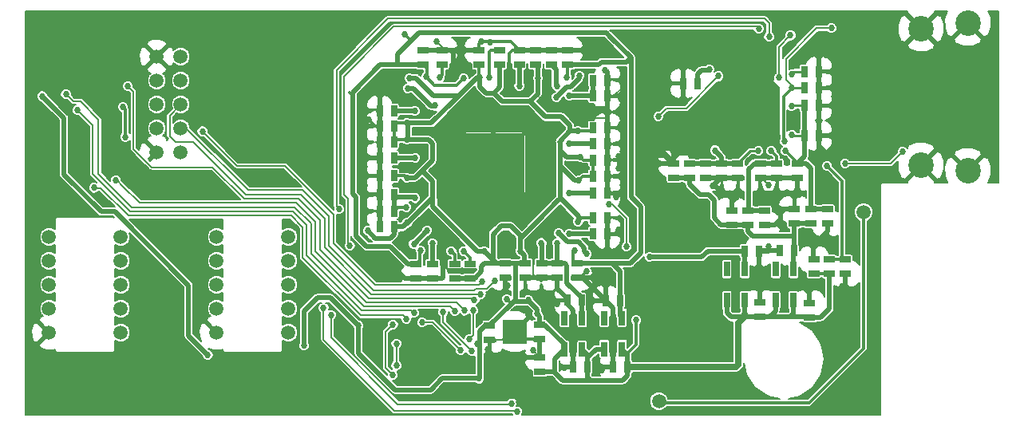
<source format=gbl>
G04 #@! TF.FileFunction,Copper,L2,Bot,Signal*
%FSLAX46Y46*%
G04 Gerber Fmt 4.6, Leading zero omitted, Abs format (unit mm)*
G04 Created by KiCad (PCBNEW 4.0.7+dfsg1-1) date Sun Apr 22 11:28:12 2018*
%MOMM*%
%LPD*%
G01*
G04 APERTURE LIST*
%ADD10C,0.150000*%
%ADD11C,1.506220*%
%ADD12R,0.650000X1.560000*%
%ADD13C,2.700000*%
%ADD14R,1.143000X0.635000*%
%ADD15R,0.635000X1.143000*%
%ADD16C,1.500000*%
%ADD17R,5.000000X5.000000*%
%ADD18C,2.250000*%
%ADD19C,0.700000*%
%ADD20R,6.700000X6.700000*%
%ADD21C,0.690000*%
%ADD22R,2.500000X2.500000*%
%ADD23C,0.686000*%
%ADD24C,0.180000*%
%ADD25C,0.200000*%
%ADD26C,0.500000*%
%ADD27C,0.300000*%
%ADD28C,0.250000*%
%ADD29C,0.700000*%
G04 APERTURE END LIST*
D10*
D11*
X57415000Y-44094000D03*
X54875000Y-44094000D03*
X57415000Y-41554000D03*
X54875000Y-41554000D03*
X57415000Y-39014000D03*
X54875000Y-39014000D03*
X57415000Y-36474000D03*
X54875000Y-36474000D03*
X57415000Y-33934000D03*
X54875000Y-33934000D03*
D12*
X122410000Y-59774000D03*
X121460000Y-59774000D03*
X120510000Y-59774000D03*
X120510000Y-56474000D03*
X122410000Y-56474000D03*
X99990000Y-65004000D03*
X99040000Y-65004000D03*
X98090000Y-65004000D03*
X98090000Y-61704000D03*
X99990000Y-61704000D03*
X104230000Y-64964000D03*
X103280000Y-64964000D03*
X102330000Y-64964000D03*
X102330000Y-61664000D03*
X104230000Y-61664000D03*
X117230000Y-59774000D03*
X116280000Y-59774000D03*
X115330000Y-59774000D03*
X115330000Y-56474000D03*
X117230000Y-56474000D03*
D13*
X135951000Y-30961000D03*
X135951000Y-45461000D03*
X140901000Y-46061000D03*
X140901000Y-30361000D03*
D14*
X126240000Y-55448000D03*
X126240000Y-56972000D03*
X117600000Y-51762000D03*
X117600000Y-50238000D03*
X124260000Y-51652000D03*
X124260000Y-50128000D03*
X91230000Y-34796000D03*
X91230000Y-33272000D03*
X88110000Y-55908000D03*
X88110000Y-57432000D03*
X86460000Y-57432000D03*
X86460000Y-55908000D03*
X95510000Y-67392000D03*
X95510000Y-65868000D03*
D15*
X101138000Y-36430000D03*
X102662000Y-36430000D03*
X80052000Y-46574000D03*
X78528000Y-46574000D03*
X101128000Y-51074000D03*
X102652000Y-51074000D03*
X117238000Y-54580000D03*
X118762000Y-54580000D03*
X104032000Y-59844000D03*
X102508000Y-59844000D03*
X99922000Y-59784000D03*
X98398000Y-59784000D03*
X100572000Y-66874000D03*
X99048000Y-66874000D03*
D14*
X118870000Y-61572000D03*
X118870000Y-60048000D03*
D15*
X104802000Y-66874000D03*
X103278000Y-66874000D03*
X122452000Y-54544000D03*
X120928000Y-54544000D03*
D14*
X124080000Y-61602000D03*
X124080000Y-60078000D03*
X115850000Y-51752000D03*
X115850000Y-50228000D03*
X122510000Y-51642000D03*
X122510000Y-50118000D03*
D15*
X123568000Y-39124000D03*
X125092000Y-39124000D03*
X123558000Y-42334000D03*
X125082000Y-42334000D03*
X123578000Y-37224000D03*
X125102000Y-37224000D03*
X112242000Y-36770000D03*
X110718000Y-36770000D03*
X123578000Y-35524000D03*
X125102000Y-35524000D03*
D14*
X122830000Y-45248000D03*
X122830000Y-46772000D03*
X116510000Y-45258000D03*
X116510000Y-46782000D03*
X114790000Y-45258000D03*
X114790000Y-46782000D03*
X124560000Y-56972000D03*
X124560000Y-55448000D03*
X109720000Y-46822000D03*
X109720000Y-45298000D03*
X120600000Y-45248000D03*
X120600000Y-46772000D03*
X118940000Y-45248000D03*
X118940000Y-46772000D03*
X96740000Y-34796000D03*
X96740000Y-33272000D03*
X93320000Y-34806000D03*
X93320000Y-33282000D03*
X85130000Y-34796000D03*
X85130000Y-33272000D03*
X98440000Y-34796000D03*
X98440000Y-33272000D03*
X95050000Y-34796000D03*
X95050000Y-33272000D03*
X89080000Y-34796000D03*
X89080000Y-33272000D03*
X83120000Y-34796000D03*
X83120000Y-33272000D03*
D15*
X101138000Y-38074000D03*
X102662000Y-38074000D03*
X80042000Y-39694000D03*
X78518000Y-39694000D03*
X80042000Y-41314000D03*
X78518000Y-41314000D03*
X80042000Y-44684000D03*
X78518000Y-44684000D03*
X101138000Y-44894000D03*
X102662000Y-44894000D03*
X101138000Y-48414000D03*
X102662000Y-48414000D03*
X80052000Y-50334000D03*
X78528000Y-50334000D03*
X101128000Y-52734000D03*
X102652000Y-52734000D03*
D14*
X99460000Y-55868000D03*
X99460000Y-57392000D03*
X93990000Y-55868000D03*
X93990000Y-57392000D03*
X82360000Y-55912000D03*
X82360000Y-57436000D03*
X97310000Y-55862000D03*
X97310000Y-57386000D03*
X95690000Y-55862000D03*
X95690000Y-57386000D03*
X91850000Y-55878000D03*
X91850000Y-57402000D03*
X84130000Y-55912000D03*
X84130000Y-57436000D03*
X90170000Y-63982000D03*
X90170000Y-62458000D03*
X113100000Y-45288000D03*
X113100000Y-46812000D03*
X127920000Y-55448000D03*
X127920000Y-56972000D03*
X119330000Y-50238000D03*
X119330000Y-51762000D03*
X126010000Y-50128000D03*
X126010000Y-51652000D03*
X111420000Y-45288000D03*
X111420000Y-46812000D03*
X95510000Y-63886000D03*
X95510000Y-62362000D03*
D15*
X80042000Y-52004000D03*
X78518000Y-52004000D03*
X101138000Y-46654000D03*
X102662000Y-46654000D03*
X80052000Y-48574000D03*
X78528000Y-48574000D03*
X80042000Y-43024000D03*
X78518000Y-43024000D03*
X101138000Y-43154000D03*
X102662000Y-43154000D03*
X101128000Y-41504000D03*
X102652000Y-41504000D03*
D16*
X61225000Y-53074000D03*
X68845000Y-63234000D03*
X61225000Y-55614000D03*
X68845000Y-60694000D03*
X61225000Y-58154000D03*
X68845000Y-58154000D03*
X61225000Y-60694000D03*
X68845000Y-55614000D03*
X61225000Y-63234000D03*
X68845000Y-53074000D03*
X43445000Y-53074000D03*
X51065000Y-63234000D03*
X43445000Y-55614000D03*
X51065000Y-60694000D03*
X43445000Y-58154000D03*
X51065000Y-58154000D03*
X43445000Y-60694000D03*
X51065000Y-55614000D03*
X43445000Y-63234000D03*
X51065000Y-53074000D03*
D17*
X117830600Y-39509200D03*
D18*
X117830600Y-39509200D03*
D19*
X115830600Y-41509200D03*
X115830600Y-40509200D03*
X115830600Y-39509200D03*
X115830600Y-38509200D03*
X115830600Y-37509200D03*
X116830600Y-41509200D03*
X116830600Y-40509200D03*
X116830600Y-38509200D03*
X116830600Y-37509200D03*
X117830600Y-41509200D03*
X117830600Y-37509200D03*
X118830600Y-41509200D03*
X118830600Y-40509200D03*
X118830600Y-38509200D03*
X118830600Y-37509200D03*
X119830600Y-41509200D03*
X119830600Y-40509200D03*
X119830600Y-39509200D03*
X119830600Y-38509200D03*
X119830600Y-37509200D03*
D20*
X90587000Y-45335000D03*
D21*
X88037000Y-47885000D03*
X88037000Y-47035000D03*
X88037000Y-46185000D03*
X88037000Y-45335000D03*
X88037000Y-44485000D03*
X88037000Y-43635000D03*
X88037000Y-42785000D03*
X88887000Y-47885000D03*
X88887000Y-47035000D03*
X88887000Y-46185000D03*
X88887000Y-45335000D03*
X88887000Y-44485000D03*
X88887000Y-43635000D03*
X88887000Y-42785000D03*
X89737000Y-47885000D03*
X89737000Y-47035000D03*
X89737000Y-43635000D03*
X89737000Y-42785000D03*
X90587000Y-47885000D03*
X90587000Y-47035000D03*
X90587000Y-43635000D03*
X90587000Y-42785000D03*
X91437000Y-47885000D03*
X91437000Y-47035000D03*
X91437000Y-43635000D03*
X91437000Y-42785000D03*
X92287000Y-47885000D03*
X92287000Y-47035000D03*
X92287000Y-46185000D03*
X92287000Y-45335000D03*
X92287000Y-44485000D03*
X92287000Y-43635000D03*
X92287000Y-42785000D03*
X93137000Y-47885000D03*
X93137000Y-47035000D03*
X93137000Y-46185000D03*
X93137000Y-45335000D03*
X93137000Y-44485000D03*
X93137000Y-43635000D03*
X93137000Y-42785000D03*
D18*
X90587000Y-45335000D03*
D22*
X92848000Y-63119000D03*
D18*
X92848000Y-63119000D03*
D23*
X82140000Y-61130000D03*
X46470000Y-39630000D03*
X87500000Y-60890000D03*
X50540000Y-47030000D03*
X86460000Y-60900000D03*
X45230000Y-37920000D03*
X122100000Y-31680000D03*
X120900000Y-36160000D03*
X114450000Y-36000000D03*
X108080000Y-40280000D03*
X118720000Y-30960000D03*
X92475000Y-70735000D03*
X73380000Y-61350000D03*
X75360000Y-53990000D03*
X119820000Y-31840000D03*
X72570000Y-60600000D03*
X93120000Y-71590000D03*
X74200000Y-50120000D03*
X59710000Y-41850000D03*
X89340000Y-57840000D03*
X51800000Y-37060000D03*
X88570000Y-59770000D03*
X90710000Y-57680000D03*
X89240000Y-59180000D03*
X51280000Y-39270000D03*
X51530000Y-42440000D03*
X81140000Y-31550000D03*
X83430000Y-36060000D03*
X99180000Y-54464000D03*
X87410000Y-36210000D03*
X82860000Y-54510000D03*
X98330000Y-36110000D03*
X99710000Y-35940000D03*
X97500000Y-52650000D03*
X100490000Y-54870000D03*
X107150000Y-55190000D03*
X81490000Y-37300000D03*
X84420000Y-39130000D03*
X97290000Y-38220000D03*
X82140000Y-53800000D03*
X83560000Y-52360000D03*
X84860000Y-36170000D03*
X81350000Y-49910000D03*
X97300000Y-37020000D03*
X82290000Y-48950000D03*
X93320000Y-37054000D03*
X82250000Y-39694000D03*
X82290000Y-44674000D03*
X84120000Y-53724000D03*
X95680000Y-53704000D03*
X97310000Y-53714000D03*
X98630000Y-52714000D03*
X98580000Y-48414000D03*
X98640000Y-43154000D03*
X98640000Y-38064000D03*
X81350000Y-61780000D03*
X48220000Y-47850000D03*
X127870000Y-45260000D03*
X133980000Y-44010000D03*
X131750000Y-40310000D03*
X130110000Y-41910000D03*
X128270000Y-43730000D03*
X126850000Y-44700000D03*
X116850000Y-43170000D03*
X118670000Y-42850000D03*
X120080000Y-42900000D03*
X114860000Y-48430000D03*
X112280000Y-51020000D03*
X112840000Y-52360000D03*
X116350000Y-48820000D03*
X107130000Y-58060000D03*
X114050000Y-60810000D03*
X114050000Y-62590000D03*
X112120000Y-62560000D03*
X112060000Y-60780000D03*
X110290000Y-62480000D03*
X110310000Y-60810000D03*
X119290000Y-56520000D03*
X119780000Y-54080000D03*
X127670000Y-33760000D03*
X125860000Y-33720000D03*
X123880000Y-33700000D03*
X77180000Y-56270000D03*
X127700000Y-31730000D03*
X129720000Y-31730000D03*
X131540000Y-30400000D03*
X128660000Y-30210000D03*
X120400000Y-29680000D03*
X106050000Y-68370000D03*
X99760000Y-37280000D03*
X92070000Y-58240000D03*
X82060000Y-62460000D03*
X102450000Y-35350000D03*
X103590000Y-33650000D03*
X53040000Y-51570000D03*
X55130000Y-61830000D03*
X54600000Y-58380000D03*
X52880000Y-54910000D03*
X55350000Y-52640000D03*
X56540000Y-53920000D03*
X53890000Y-56650000D03*
X101560000Y-66340000D03*
X84560000Y-32340000D03*
X94050000Y-58830000D03*
X102070000Y-67180000D03*
X136720000Y-38090000D03*
X136780000Y-35430000D03*
X138380000Y-35570000D03*
X138360000Y-37600000D03*
X138510000Y-40890000D03*
X90980000Y-60550000D03*
X114540000Y-38840000D03*
X114570000Y-42560000D03*
X114510000Y-40720000D03*
X115500000Y-43150000D03*
X114500000Y-37190000D03*
X106180000Y-56300000D03*
X113870000Y-47640000D03*
X111470000Y-49990000D03*
X115870000Y-53310000D03*
X114350000Y-53370000D03*
X117060000Y-68000000D03*
X114250000Y-68000000D03*
X105790000Y-60490000D03*
X108140000Y-61220000D03*
X108260000Y-59720000D03*
X109690000Y-58420000D03*
X111750000Y-44160000D03*
X106800000Y-34370000D03*
X108890000Y-34260000D03*
X110520000Y-34290000D03*
X105990000Y-44370000D03*
X106540000Y-41130000D03*
X110430000Y-48620000D03*
X108800000Y-49030000D03*
X107620000Y-49010000D03*
X72440000Y-33380000D03*
X69370000Y-33280000D03*
X65710000Y-33480000D03*
X73800000Y-30340000D03*
X68110000Y-30340000D03*
X64170000Y-31110000D03*
X97320000Y-60210000D03*
X87130000Y-62650000D03*
X90350000Y-68130000D03*
X89970000Y-64990000D03*
X91790000Y-66700000D03*
X94770000Y-65080000D03*
X62510000Y-48700000D03*
X50760000Y-43160000D03*
X67070000Y-42310000D03*
X69840000Y-44580000D03*
X65610000Y-42280000D03*
X70340000Y-36820000D03*
X73780000Y-71250000D03*
X69450000Y-69600000D03*
X67670000Y-66850000D03*
X63210000Y-70240000D03*
X43940000Y-48440000D03*
X42620000Y-47670000D03*
X42570000Y-39440000D03*
X45390000Y-39380000D03*
X46760000Y-33410000D03*
X130330000Y-37830000D03*
X129310000Y-34850000D03*
X98090000Y-66960000D03*
X122280000Y-40790000D03*
X124940000Y-58310000D03*
X127600000Y-58290000D03*
X126430000Y-53880000D03*
X122950000Y-48590000D03*
X108760000Y-38430000D03*
X104330000Y-37120000D03*
X106760000Y-37110000D03*
X104150000Y-38390000D03*
X88180000Y-67230000D03*
X119800000Y-47580000D03*
X120830000Y-50470000D03*
X83180000Y-39650000D03*
X80670000Y-68250000D03*
X87660000Y-69675000D03*
X76340000Y-68790000D03*
X81410000Y-52970000D03*
X79020000Y-55250000D03*
X92240000Y-36090000D03*
X92280000Y-37850000D03*
X86300000Y-36090000D03*
X85525000Y-49495000D03*
X85360000Y-47660000D03*
X85400000Y-45450000D03*
X85360000Y-43540000D03*
X99800000Y-38990000D03*
X99620000Y-45750000D03*
X93600000Y-50980000D03*
X94950000Y-50140000D03*
X95790000Y-48010000D03*
X95790000Y-46250000D03*
X95790000Y-44110000D03*
X95890000Y-42290000D03*
X88820000Y-50980000D03*
X91070000Y-50990000D03*
X89940000Y-49740000D03*
X92610000Y-49780000D03*
X94790000Y-48860000D03*
X94790000Y-47130000D03*
X94810000Y-45170000D03*
X94870000Y-43100000D03*
X87710000Y-49790000D03*
X86880000Y-39900000D03*
X85640000Y-41260000D03*
X86400000Y-48390000D03*
X86340000Y-46410000D03*
X86360000Y-44540000D03*
X86390000Y-42360000D03*
X87830000Y-41090000D03*
X89890000Y-41100000D03*
X91710000Y-41100000D03*
X93470000Y-41150000D03*
X86625000Y-50575000D03*
X97760000Y-41500000D03*
X83180000Y-41890000D03*
X88540000Y-37830000D03*
X88440000Y-52880000D03*
X97790000Y-39490000D03*
X99600000Y-40580000D03*
X97750000Y-51600000D03*
X96540000Y-52890000D03*
X83180000Y-51270000D03*
X91820000Y-52880000D03*
X85240000Y-52880000D03*
X81360000Y-48020000D03*
X83170000Y-48000000D03*
X81470000Y-43760000D03*
X83190000Y-43750000D03*
X94060000Y-37850000D03*
X94160000Y-36230000D03*
X96240000Y-36230000D03*
X96420000Y-37850000D03*
X103870000Y-52280000D03*
X103580000Y-48800000D03*
X90220000Y-32400000D03*
X89280000Y-32360000D03*
X78140000Y-36760000D03*
X77340000Y-40590000D03*
X104100000Y-41124000D03*
X103830000Y-44544000D03*
X103820000Y-45824000D03*
X76680000Y-43964000D03*
X100492000Y-56706000D03*
X96500000Y-54604000D03*
X94830000Y-54554000D03*
X91830000Y-54524000D03*
X86110000Y-54560000D03*
X87420000Y-54560000D03*
X90180000Y-36110000D03*
X80280000Y-66710000D03*
X80280000Y-64380000D03*
D16*
X129840000Y-50420000D03*
X108140000Y-70490000D03*
D23*
X104680000Y-54090000D03*
X102820000Y-49580000D03*
X88880000Y-64440000D03*
X92000000Y-59660000D03*
X105720000Y-61900000D03*
X116540000Y-63290000D03*
X116560000Y-64830000D03*
X116570000Y-66580000D03*
X81670000Y-36220000D03*
X42710000Y-38130000D03*
X60290000Y-65590000D03*
X70470000Y-64590000D03*
X76280000Y-62480000D03*
X89050000Y-68090000D03*
X77250000Y-52410000D03*
X95230000Y-61230000D03*
X94280000Y-59790000D03*
X89600000Y-54560000D03*
X93410000Y-54564000D03*
X81460000Y-51530000D03*
X99570000Y-51430000D03*
X99660000Y-47080000D03*
X99810000Y-44590000D03*
X99530000Y-41820000D03*
X95280000Y-36210000D03*
X89150000Y-36120000D03*
X81410000Y-40970000D03*
X81420000Y-42760000D03*
X81380000Y-46790000D03*
X88460000Y-60870000D03*
X88050000Y-63940000D03*
X83010000Y-62150000D03*
X87130000Y-65110000D03*
X85260000Y-61060000D03*
X88300000Y-65190000D03*
X79930000Y-62360000D03*
X79920000Y-67720000D03*
X114080000Y-43880000D03*
X113480000Y-35320000D03*
X122240000Y-35790000D03*
X118700000Y-43950000D03*
X126450000Y-30910000D03*
X121460000Y-42920000D03*
X125980000Y-45530000D03*
X122200000Y-37260000D03*
X120060000Y-43950000D03*
X122240000Y-42210000D03*
X122220000Y-39210000D03*
X121580000Y-43930000D03*
D24*
X80340000Y-60840000D02*
X81850000Y-60840000D01*
X81850000Y-60840000D02*
X82140000Y-61130000D01*
X76580000Y-60840000D02*
X70760000Y-55020000D01*
X70760000Y-55020000D02*
X70760000Y-51830000D01*
X70760000Y-51830000D02*
X69280000Y-50350000D01*
X69280000Y-50350000D02*
X52040000Y-50350000D01*
X52040000Y-50350000D02*
X49410000Y-47720000D01*
X80350000Y-60840000D02*
X80340000Y-60840000D01*
X80340000Y-60840000D02*
X76970000Y-60840000D01*
X76970000Y-60840000D02*
X76580000Y-60840000D01*
X48050000Y-46360000D02*
X49410000Y-47720000D01*
X48050000Y-41210000D02*
X48050000Y-46360000D01*
X46470000Y-39630000D02*
X48050000Y-41210000D01*
X86630000Y-60020000D02*
X86250000Y-60020000D01*
X87500000Y-60890000D02*
X86630000Y-60020000D01*
X50540000Y-47030000D02*
X50650000Y-47030000D01*
X77100000Y-60020000D02*
X79720000Y-60020000D01*
X53070000Y-49450000D02*
X51230000Y-47610000D01*
X69670000Y-49450000D02*
X53070000Y-49450000D01*
X71680000Y-51460000D02*
X69670000Y-49450000D01*
X71680000Y-54600000D02*
X71680000Y-51460000D01*
X77100000Y-60020000D02*
X71680000Y-54600000D01*
X50650000Y-47030000D02*
X51230000Y-47610000D01*
X50540000Y-47030000D02*
X50540000Y-47040000D01*
X86250000Y-60020000D02*
X79720000Y-60020000D01*
X79720000Y-60020000D02*
X79670000Y-60020000D01*
X85610000Y-60410000D02*
X80090000Y-60410000D01*
X85970000Y-60410000D02*
X85610000Y-60410000D01*
X86460000Y-60900000D02*
X85970000Y-60410000D01*
X76810000Y-60410000D02*
X71220000Y-54820000D01*
X71220000Y-54820000D02*
X71220000Y-51610000D01*
X71220000Y-51610000D02*
X69500000Y-49890000D01*
X69500000Y-49890000D02*
X52230000Y-49890000D01*
X52230000Y-49890000D02*
X49870000Y-47530000D01*
X76810000Y-60410000D02*
X80090000Y-60410000D01*
X48690000Y-46350000D02*
X49870000Y-47530000D01*
X48690000Y-40580000D02*
X48690000Y-46350000D01*
X46800000Y-38690000D02*
X48690000Y-40580000D01*
X46000000Y-38690000D02*
X46800000Y-38690000D01*
X45230000Y-37920000D02*
X46000000Y-38690000D01*
X80090000Y-60410000D02*
X79960000Y-60410000D01*
D25*
X122100000Y-31680000D02*
X120900000Y-32880000D01*
X120900000Y-32880000D02*
X120900000Y-36160000D01*
D24*
X111030000Y-39420000D02*
X114450000Y-36000000D01*
X108940000Y-39420000D02*
X111030000Y-39420000D01*
X108080000Y-40280000D02*
X108940000Y-39420000D01*
X74750000Y-44710000D02*
X74750000Y-36010000D01*
X118510000Y-30750000D02*
X118720000Y-30960000D01*
X80010000Y-30750000D02*
X118510000Y-30750000D01*
X74750000Y-36010000D02*
X80010000Y-30750000D01*
X92400000Y-70810000D02*
X80440000Y-70810000D01*
X80440000Y-70810000D02*
X73380000Y-63750000D01*
X73380000Y-63750000D02*
X73380000Y-61350000D01*
X92720000Y-70490000D02*
X92475000Y-70735000D01*
X92475000Y-70735000D02*
X92400000Y-70810000D01*
X74750000Y-48610000D02*
X74750000Y-44710000D01*
X74750000Y-44710000D02*
X74750000Y-44700000D01*
X75160000Y-49020000D02*
X74750000Y-48610000D01*
X75160000Y-53790000D02*
X75160000Y-49020000D01*
X75360000Y-53990000D02*
X75160000Y-53790000D01*
X73930000Y-46350000D02*
X73930000Y-35360000D01*
X119820000Y-30360000D02*
X119820000Y-31840000D01*
X119820000Y-31840000D02*
X119820000Y-31950000D01*
X119360000Y-29900000D02*
X119820000Y-30360000D01*
X79390000Y-29900000D02*
X119360000Y-29900000D01*
X73930000Y-35360000D02*
X79390000Y-29900000D01*
X72570000Y-64020000D02*
X72570000Y-60600000D01*
X80060000Y-71510000D02*
X72570000Y-64020000D01*
X93040000Y-71510000D02*
X80060000Y-71510000D01*
X93120000Y-71590000D02*
X93040000Y-71510000D01*
X73930000Y-49850000D02*
X73930000Y-46350000D01*
X73930000Y-46350000D02*
X73930000Y-46330000D01*
X74200000Y-50120000D02*
X73930000Y-49850000D01*
X78560000Y-58140000D02*
X78030000Y-58140000D01*
X68440000Y-45500000D02*
X65760000Y-45500000D01*
X73640000Y-50700000D02*
X68440000Y-45500000D01*
X73640000Y-53750000D02*
X73640000Y-50700000D01*
X78030000Y-58140000D02*
X73640000Y-53750000D01*
X63360000Y-45500000D02*
X65760000Y-45500000D01*
X59710000Y-41850000D02*
X63360000Y-45500000D01*
X65760000Y-45500000D02*
X65900000Y-45500000D01*
X88950000Y-58140000D02*
X78560000Y-58140000D01*
X78560000Y-58140000D02*
X78540000Y-58140000D01*
X89040000Y-58140000D02*
X88990000Y-58140000D01*
X89340000Y-57840000D02*
X89040000Y-58140000D01*
X78650000Y-59600000D02*
X77370000Y-59600000D01*
X52380000Y-37640000D02*
X51800000Y-37060000D01*
X52380000Y-43710000D02*
X52380000Y-37640000D01*
X54340000Y-45670000D02*
X52380000Y-43710000D01*
X60780000Y-45670000D02*
X54340000Y-45670000D01*
X64110000Y-49000000D02*
X60780000Y-45670000D01*
X69890000Y-49000000D02*
X64110000Y-49000000D01*
X72170000Y-51280000D02*
X69890000Y-49000000D01*
X72170000Y-54400000D02*
X72170000Y-51280000D01*
X77370000Y-59600000D02*
X72170000Y-54400000D01*
X88400000Y-59600000D02*
X80200000Y-59600000D01*
X80200000Y-59600000D02*
X78650000Y-59600000D01*
X78650000Y-59600000D02*
X78630000Y-59600000D01*
X88570000Y-59770000D02*
X88400000Y-59600000D01*
X77890000Y-58720000D02*
X88550000Y-58720000D01*
X88740000Y-58530000D02*
X88650000Y-58620000D01*
X89860000Y-58530000D02*
X88740000Y-58530000D01*
X90710000Y-57680000D02*
X89860000Y-58530000D01*
X88550000Y-58720000D02*
X88650000Y-58620000D01*
X64560000Y-48110000D02*
X58004000Y-41554000D01*
X70340000Y-48110000D02*
X64560000Y-48110000D01*
X73130000Y-50900000D02*
X70340000Y-48110000D01*
X73130000Y-53960000D02*
X73130000Y-50900000D01*
X77870000Y-58700000D02*
X77890000Y-58720000D01*
X77890000Y-58720000D02*
X73130000Y-53960000D01*
X58004000Y-41554000D02*
X57415000Y-41554000D01*
X78600000Y-59130000D02*
X77600000Y-59130000D01*
X58240000Y-42960000D02*
X56840000Y-42960000D01*
X56840000Y-42960000D02*
X56240000Y-42360000D01*
X56240000Y-42360000D02*
X56240000Y-40189000D01*
X56240000Y-40189000D02*
X57415000Y-39014000D01*
X58720000Y-42960000D02*
X58240000Y-42960000D01*
X64310000Y-48550000D02*
X58720000Y-42960000D01*
X70120000Y-48550000D02*
X64310000Y-48550000D01*
X72660000Y-51090000D02*
X70120000Y-48550000D01*
X72660000Y-54190000D02*
X72660000Y-51090000D01*
X77600000Y-59130000D02*
X72660000Y-54190000D01*
X89190000Y-59130000D02*
X78600000Y-59130000D01*
X78600000Y-59130000D02*
X78520000Y-59130000D01*
X89240000Y-59180000D02*
X89190000Y-59130000D01*
D26*
X99984000Y-34796000D02*
X101754000Y-34796000D01*
X98440000Y-34796000D02*
X99984000Y-34796000D01*
X104740000Y-34490000D02*
X105180000Y-34050000D01*
X102060000Y-34490000D02*
X104740000Y-34490000D01*
X101754000Y-34796000D02*
X102060000Y-34490000D01*
D27*
X51280000Y-39270000D02*
X51530000Y-39520000D01*
X51530000Y-39520000D02*
X51530000Y-42440000D01*
X81815000Y-32225000D02*
X81865000Y-32225000D01*
X81140000Y-31550000D02*
X81815000Y-32225000D01*
X75350000Y-37740000D02*
X75650000Y-38040000D01*
X84390000Y-36940000D02*
X84310000Y-36940000D01*
X84310000Y-36940000D02*
X83430000Y-36060000D01*
X83510000Y-35186000D02*
X83120000Y-34796000D01*
X83430000Y-36060000D02*
X83510000Y-35980000D01*
X83510000Y-35980000D02*
X83510000Y-35186000D01*
X54875000Y-41554000D02*
X54875000Y-41505000D01*
D26*
X75650000Y-48510000D02*
X75650000Y-38040000D01*
X77640000Y-54080000D02*
X77120000Y-54080000D01*
X77120000Y-54080000D02*
X76010000Y-52970000D01*
X76010000Y-52970000D02*
X76010000Y-48870000D01*
X76010000Y-48870000D02*
X75650000Y-48510000D01*
X75650000Y-38040000D02*
X75650000Y-37710000D01*
X78564000Y-34796000D02*
X80420000Y-34796000D01*
X75650000Y-37710000D02*
X78564000Y-34796000D01*
X77640000Y-54080000D02*
X77650000Y-54080000D01*
X104032000Y-59844000D02*
X104032000Y-56722000D01*
X104032000Y-56722000D02*
X103178000Y-55868000D01*
X104032000Y-59844000D02*
X104032000Y-61466000D01*
X104032000Y-61466000D02*
X104230000Y-61664000D01*
X99460000Y-55868000D02*
X103178000Y-55868000D01*
X103178000Y-55868000D02*
X105112000Y-55868000D01*
X105112000Y-55868000D02*
X105118000Y-55862000D01*
X105180000Y-48810000D02*
X105180000Y-46560000D01*
X106240000Y-54740000D02*
X105118000Y-55862000D01*
X106240000Y-49870000D02*
X106240000Y-54740000D01*
X105180000Y-48810000D02*
X106240000Y-49870000D01*
D27*
X99040000Y-54604000D02*
X99040000Y-55862000D01*
X99180000Y-54464000D02*
X99040000Y-54604000D01*
D26*
X100680000Y-31420000D02*
X102560000Y-31420000D01*
X102960000Y-31820000D02*
X105180000Y-34040000D01*
X105180000Y-34040000D02*
X105180000Y-34050000D01*
X102560000Y-31420000D02*
X102960000Y-31820000D01*
X105180000Y-34050000D02*
X105180000Y-46560000D01*
X105180000Y-46560000D02*
X105180000Y-46520000D01*
X80420000Y-34796000D02*
X80420000Y-33670000D01*
X82670000Y-31420000D02*
X100680000Y-31420000D01*
X80420000Y-33670000D02*
X81865000Y-32225000D01*
X81865000Y-32225000D02*
X82670000Y-31420000D01*
X100680000Y-31420000D02*
X100760000Y-31420000D01*
X77760000Y-54080000D02*
X77640000Y-54080000D01*
X80420000Y-34796000D02*
X83120000Y-34796000D01*
X82360000Y-55912000D02*
X81492000Y-55912000D01*
X79660000Y-54080000D02*
X77760000Y-54080000D01*
X77760000Y-54080000D02*
X77720000Y-54080000D01*
X81492000Y-55912000D02*
X79660000Y-54080000D01*
D27*
X86680000Y-36940000D02*
X87410000Y-36210000D01*
X84350000Y-36940000D02*
X84390000Y-36940000D01*
X84390000Y-36940000D02*
X86680000Y-36940000D01*
X82780000Y-55492000D02*
X82360000Y-55912000D01*
X82780000Y-54590000D02*
X82780000Y-55492000D01*
X82860000Y-54510000D02*
X82780000Y-54590000D01*
X98440000Y-36000000D02*
X98440000Y-34796000D01*
X98330000Y-36110000D02*
X98440000Y-36000000D01*
D26*
X99160000Y-36750000D02*
X99670000Y-36240000D01*
X99670000Y-35980000D02*
X99710000Y-35940000D01*
X99670000Y-36240000D02*
X99670000Y-35980000D01*
X99570000Y-53610000D02*
X99580000Y-53610000D01*
X98460000Y-53610000D02*
X97500000Y-52650000D01*
X99570000Y-53610000D02*
X98460000Y-53610000D01*
X100250000Y-54630000D02*
X100490000Y-54870000D01*
X100250000Y-54280000D02*
X100250000Y-54630000D01*
X99580000Y-53610000D02*
X100250000Y-54280000D01*
X117238000Y-54580000D02*
X113300000Y-54580000D01*
X113300000Y-54580000D02*
X112700000Y-55180000D01*
X107150000Y-55190000D02*
X107160000Y-55180000D01*
X107160000Y-55180000D02*
X112700000Y-55180000D01*
X117230000Y-56474000D02*
X117230000Y-54588000D01*
X117230000Y-54588000D02*
X117238000Y-54580000D01*
X81500000Y-37290000D02*
X81490000Y-37300000D01*
X81500000Y-37290000D02*
X82060000Y-37290000D01*
X84400000Y-39150000D02*
X84420000Y-39130000D01*
X84400000Y-39150000D02*
X83920000Y-39150000D01*
X83920000Y-39150000D02*
X83440000Y-38670000D01*
X82060000Y-37290000D02*
X83440000Y-38670000D01*
X82060000Y-37290000D02*
X82060000Y-37290000D01*
X97290000Y-38220000D02*
X98370000Y-37140000D01*
X98370000Y-37140000D02*
X98770000Y-37140000D01*
X98770000Y-37140000D02*
X99160000Y-36750000D01*
X83560000Y-52360000D02*
X83560000Y-52380000D01*
X83560000Y-52380000D02*
X82140000Y-53800000D01*
D27*
X98770000Y-37140000D02*
X98370000Y-37140000D01*
X99160000Y-36750000D02*
X98770000Y-37140000D01*
X82140000Y-53800000D02*
X83560000Y-52380000D01*
D26*
X80052000Y-50334000D02*
X80052000Y-48574000D01*
X101138000Y-38074000D02*
X101138000Y-36430000D01*
D27*
X85130000Y-34796000D02*
X85130000Y-35900000D01*
X85130000Y-35900000D02*
X84860000Y-36170000D01*
D26*
X99990000Y-61704000D02*
X99990000Y-59852000D01*
X99990000Y-59852000D02*
X99922000Y-59784000D01*
X97310000Y-55862000D02*
X98162000Y-55862000D01*
X98370000Y-57980000D02*
X99922000Y-59532000D01*
X98370000Y-56070000D02*
X98370000Y-57980000D01*
X98162000Y-55862000D02*
X98370000Y-56070000D01*
X99922000Y-59532000D02*
X99922000Y-59784000D01*
X97310000Y-55862000D02*
X95690000Y-55862000D01*
D27*
X80426000Y-49960000D02*
X80052000Y-50334000D01*
X81300000Y-49960000D02*
X80426000Y-49960000D01*
X81350000Y-49910000D02*
X81300000Y-49960000D01*
D26*
X96740000Y-34796000D02*
X97210000Y-35266000D01*
X97210000Y-36930000D02*
X97210000Y-35266000D01*
X97210000Y-36930000D02*
X97300000Y-37020000D01*
X80348000Y-48870000D02*
X82210000Y-48870000D01*
X82210000Y-48870000D02*
X82290000Y-48950000D01*
X80348000Y-48870000D02*
X80052000Y-48574000D01*
X93320000Y-34806000D02*
X93320000Y-37054000D01*
X80042000Y-39694000D02*
X82250000Y-39694000D01*
X80042000Y-44684000D02*
X82280000Y-44684000D01*
X82280000Y-44684000D02*
X82290000Y-44674000D01*
X84130000Y-55912000D02*
X84130000Y-53734000D01*
X84130000Y-53734000D02*
X84120000Y-53724000D01*
X95690000Y-55862000D02*
X95690000Y-53714000D01*
X95690000Y-53714000D02*
X95680000Y-53704000D01*
X97310000Y-55862000D02*
X97310000Y-53714000D01*
X101128000Y-52734000D02*
X98650000Y-52734000D01*
X98650000Y-52734000D02*
X98630000Y-52714000D01*
X101138000Y-48414000D02*
X98580000Y-48414000D01*
X101138000Y-43154000D02*
X98640000Y-43154000D01*
X101138000Y-38074000D02*
X98650000Y-38074000D01*
X98650000Y-38074000D02*
X98640000Y-38064000D01*
D24*
X80050000Y-61400000D02*
X76840000Y-61400000D01*
X80970000Y-61400000D02*
X80050000Y-61400000D01*
X81350000Y-61780000D02*
X80970000Y-61400000D01*
X48220000Y-47850000D02*
X48230000Y-47860000D01*
X48230000Y-47860000D02*
X48900000Y-47860000D01*
X76480000Y-61400000D02*
X70330000Y-55250000D01*
X70330000Y-55250000D02*
X70330000Y-52030000D01*
X70330000Y-52030000D02*
X69110000Y-50810000D01*
X69110000Y-50810000D02*
X51850000Y-50810000D01*
X51850000Y-50810000D02*
X48900000Y-47860000D01*
X76480000Y-61400000D02*
X76840000Y-61400000D01*
X76840000Y-61400000D02*
X76780000Y-61400000D01*
D25*
X132730000Y-45260000D02*
X127870000Y-45260000D01*
X133980000Y-44010000D02*
X132730000Y-45260000D01*
D26*
X125082000Y-42334000D02*
X125082000Y-43372000D01*
X130090000Y-41910000D02*
X130110000Y-41910000D01*
X128270000Y-43730000D02*
X130090000Y-41910000D01*
X126410000Y-44700000D02*
X126850000Y-44700000D01*
X125082000Y-43372000D02*
X126410000Y-44700000D01*
D27*
X116850000Y-43170000D02*
X117170000Y-42850000D01*
X117170000Y-42850000D02*
X118670000Y-42850000D01*
D26*
X112280000Y-51020000D02*
X112280000Y-51800000D01*
X111470000Y-50210000D02*
X112280000Y-51020000D01*
X111470000Y-49990000D02*
X111470000Y-50210000D01*
X112280000Y-51800000D02*
X112840000Y-52360000D01*
X115850000Y-50228000D02*
X115850000Y-49320000D01*
X115850000Y-49320000D02*
X116350000Y-48820000D01*
X114860000Y-48430000D02*
X115960000Y-48430000D01*
X115960000Y-48430000D02*
X116350000Y-48820000D01*
X114010000Y-47580000D02*
X114860000Y-48430000D01*
X113930000Y-47580000D02*
X114010000Y-47580000D01*
X106180000Y-57340000D02*
X106180000Y-57420000D01*
X106820000Y-58060000D02*
X107130000Y-58060000D01*
X106180000Y-57420000D02*
X106820000Y-58060000D01*
D28*
X114050000Y-62590000D02*
X114050000Y-60810000D01*
X112120000Y-60840000D02*
X112120000Y-62560000D01*
X112060000Y-60780000D02*
X112120000Y-60840000D01*
X110290000Y-60830000D02*
X110290000Y-62480000D01*
X110310000Y-60810000D02*
X110290000Y-60830000D01*
X118762000Y-56520000D02*
X119290000Y-56520000D01*
X119770000Y-54544000D02*
X119770000Y-54090000D01*
X119770000Y-54090000D02*
X119780000Y-54080000D01*
D27*
X125860000Y-33720000D02*
X125840000Y-33700000D01*
X125840000Y-33700000D02*
X123880000Y-33700000D01*
D24*
X102662000Y-48414000D02*
X102662000Y-46654000D01*
X94830000Y-54554000D02*
X94830000Y-57080000D01*
X94830000Y-57080000D02*
X95146000Y-57396000D01*
X95146000Y-57396000D02*
X95690000Y-57386000D01*
X99600000Y-40590000D02*
X99980000Y-40590000D01*
X100160000Y-40410000D02*
X102662000Y-40410000D01*
X99980000Y-40590000D02*
X100160000Y-40410000D01*
D27*
X78200000Y-55250000D02*
X77180000Y-56270000D01*
X79020000Y-55250000D02*
X78200000Y-55250000D01*
X93320000Y-33282000D02*
X92558000Y-33282000D01*
X92240000Y-33600000D02*
X92240000Y-36090000D01*
X92558000Y-33282000D02*
X92240000Y-33600000D01*
D28*
X128660000Y-30210000D02*
X126370000Y-30210000D01*
D27*
X127670000Y-31760000D02*
X127700000Y-31730000D01*
X129720000Y-31730000D02*
X131050000Y-30400000D01*
X131050000Y-30400000D02*
X131540000Y-30400000D01*
X127670000Y-33760000D02*
X127670000Y-31760000D01*
D28*
X125840000Y-29680000D02*
X120400000Y-29680000D01*
X126370000Y-30210000D02*
X125840000Y-29680000D01*
D24*
X102376000Y-66874000D02*
X103278000Y-66874000D01*
X91850000Y-58020000D02*
X92070000Y-58240000D01*
X91850000Y-57402000D02*
X91850000Y-58020000D01*
D26*
X102662000Y-36430000D02*
X102662000Y-35562000D01*
X102662000Y-35562000D02*
X102450000Y-35350000D01*
X103590000Y-33650000D02*
X103212000Y-33272000D01*
X103212000Y-33272000D02*
X98440000Y-33272000D01*
D28*
X55350000Y-52640000D02*
X54110000Y-52640000D01*
X54110000Y-52640000D02*
X53040000Y-51570000D01*
X54600000Y-58380000D02*
X54600000Y-57360000D01*
X55130000Y-61830000D02*
X54600000Y-61300000D01*
X54600000Y-61300000D02*
X54600000Y-58380000D01*
X55350000Y-52730000D02*
X55350000Y-52640000D01*
X56540000Y-53920000D02*
X55350000Y-52730000D01*
X54600000Y-57360000D02*
X53890000Y-56650000D01*
D24*
X102070000Y-67180000D02*
X102070000Y-66850000D01*
X102070000Y-66850000D02*
X101560000Y-66340000D01*
X85130000Y-32910000D02*
X85130000Y-33272000D01*
X84560000Y-32340000D02*
X85130000Y-32910000D01*
X93990000Y-58770000D02*
X94050000Y-58830000D01*
X93990000Y-58770000D02*
X93990000Y-57392000D01*
X102070000Y-67180000D02*
X102376000Y-66874000D01*
X136720000Y-38090000D02*
X136780000Y-38150000D01*
X138240000Y-35430000D02*
X136780000Y-35430000D01*
X138380000Y-35570000D02*
X138240000Y-35430000D01*
X138360000Y-40740000D02*
X138360000Y-37600000D01*
X138510000Y-40890000D02*
X138360000Y-40740000D01*
D27*
X91850000Y-57402000D02*
X91850000Y-58460000D01*
X90980000Y-59330000D02*
X90980000Y-60550000D01*
X91850000Y-58460000D02*
X90980000Y-59330000D01*
X129350000Y-34810000D02*
X128720000Y-34810000D01*
X128720000Y-34810000D02*
X127670000Y-33760000D01*
D29*
X114780000Y-36910000D02*
X114780000Y-37290000D01*
X114520000Y-37550000D02*
X114520000Y-42140000D01*
X114780000Y-37290000D02*
X114520000Y-37550000D01*
X114570000Y-42560000D02*
X114910000Y-42560000D01*
X115170000Y-42820000D02*
X120460000Y-42820000D01*
X114910000Y-42560000D02*
X115170000Y-42820000D01*
X114410000Y-37280000D02*
X114780000Y-36910000D01*
X114780000Y-36910000D02*
X115500000Y-36190000D01*
X119900000Y-36190000D02*
X120030000Y-36320000D01*
X115500000Y-36190000D02*
X119900000Y-36190000D01*
D27*
X114540000Y-38840000D02*
X114550000Y-38850000D01*
X114550000Y-38850000D02*
X114550000Y-40680000D01*
X114550000Y-40680000D02*
X114510000Y-40720000D01*
X114570000Y-42560000D02*
X115160000Y-43150000D01*
X115160000Y-43150000D02*
X115500000Y-43150000D01*
X115300000Y-36390000D02*
X114410000Y-37280000D01*
X114410000Y-37280000D02*
X114500000Y-37190000D01*
X117250000Y-36390000D02*
X115300000Y-36390000D01*
D29*
X117830600Y-39509200D02*
X117529200Y-39509200D01*
X117529200Y-39509200D02*
X115120000Y-37100000D01*
X115000000Y-42080000D02*
X115000000Y-36940000D01*
X115260000Y-42340000D02*
X115000000Y-42080000D01*
X120310000Y-42340000D02*
X115260000Y-42340000D01*
X120640000Y-42010000D02*
X120310000Y-42340000D01*
X120640000Y-37300000D02*
X120640000Y-42010000D01*
X120050000Y-36710000D02*
X120640000Y-37300000D01*
X115250000Y-36710000D02*
X120050000Y-36710000D01*
X115120000Y-36840000D02*
X115250000Y-36710000D01*
X115120000Y-37100000D02*
X115120000Y-36840000D01*
D26*
X106180000Y-56300000D02*
X106180000Y-57340000D01*
X106180000Y-57340000D02*
X106180000Y-57310000D01*
X110430000Y-48620000D02*
X110430000Y-48950000D01*
X113870000Y-47640000D02*
X113930000Y-47580000D01*
X113930000Y-47580000D02*
X114728000Y-46782000D01*
X110430000Y-48950000D02*
X111470000Y-49990000D01*
X114728000Y-46782000D02*
X114790000Y-46782000D01*
X114410000Y-53310000D02*
X115870000Y-53310000D01*
X114350000Y-53370000D02*
X114410000Y-53310000D01*
X117030000Y-68030000D02*
X117060000Y-68000000D01*
X114220000Y-68030000D02*
X117030000Y-68030000D01*
X114250000Y-68000000D02*
X114220000Y-68030000D01*
X107410000Y-60490000D02*
X105790000Y-60490000D01*
X108140000Y-61220000D02*
X107410000Y-60490000D01*
X108390000Y-59720000D02*
X108260000Y-59720000D01*
X109690000Y-58420000D02*
X108390000Y-59720000D01*
X111750000Y-44160000D02*
X111750000Y-44140000D01*
X109720000Y-44680000D02*
X110240000Y-44160000D01*
X110240000Y-44160000D02*
X111750000Y-44160000D01*
X109720000Y-45298000D02*
X109720000Y-44680000D01*
X111750000Y-44140000D02*
X116380800Y-39509200D01*
X116380800Y-39509200D02*
X117830600Y-39509200D01*
X110520000Y-34290000D02*
X115150000Y-34290000D01*
D27*
X106760000Y-34410000D02*
X106800000Y-34370000D01*
X108890000Y-34260000D02*
X108920000Y-34290000D01*
X108920000Y-34290000D02*
X110520000Y-34290000D01*
X106760000Y-37110000D02*
X106760000Y-34410000D01*
D26*
X117830600Y-36970600D02*
X117830600Y-39509200D01*
X115150000Y-34290000D02*
X117250000Y-36390000D01*
X117250000Y-36390000D02*
X117830600Y-36970600D01*
D29*
X105990000Y-44370000D02*
X108792000Y-44370000D01*
X108792000Y-44370000D02*
X109720000Y-45298000D01*
X105990000Y-44370000D02*
X105990000Y-47380000D01*
D24*
X106540000Y-43820000D02*
X105990000Y-44370000D01*
X106540000Y-41130000D02*
X106540000Y-43820000D01*
D29*
X109210000Y-48620000D02*
X110430000Y-48620000D01*
X108800000Y-49030000D02*
X109210000Y-48620000D01*
X105990000Y-47380000D02*
X107620000Y-49010000D01*
X90587000Y-45335000D02*
X90575000Y-45335000D01*
X90575000Y-45335000D02*
X87040000Y-41800000D01*
X86920000Y-41860000D02*
X87050000Y-41730000D01*
X86920000Y-48710000D02*
X86920000Y-41860000D01*
X87210000Y-49000000D02*
X86920000Y-48710000D01*
X93950000Y-49000000D02*
X87210000Y-49000000D01*
X94260000Y-48690000D02*
X93950000Y-49000000D01*
X94260000Y-41890000D02*
X94260000Y-48690000D01*
X94020000Y-41650000D02*
X94260000Y-41890000D01*
X87110000Y-41650000D02*
X94020000Y-41650000D01*
X87040000Y-41580000D02*
X87110000Y-41650000D01*
X87040000Y-41800000D02*
X87040000Y-41580000D01*
D27*
X65710000Y-33480000D02*
X65710000Y-32650000D01*
X70340000Y-35480000D02*
X72440000Y-33380000D01*
X69370000Y-33280000D02*
X69170000Y-33480000D01*
X69170000Y-33480000D02*
X65710000Y-33480000D01*
X70340000Y-36820000D02*
X70340000Y-35480000D01*
X68110000Y-30340000D02*
X73800000Y-30340000D01*
X65710000Y-32650000D02*
X64170000Y-31110000D01*
X98398000Y-59784000D02*
X97746000Y-59784000D01*
X97746000Y-59784000D02*
X97320000Y-60210000D01*
D24*
X90170000Y-63982000D02*
X90170000Y-64790000D01*
X90170000Y-64790000D02*
X89970000Y-64990000D01*
X92848000Y-63119000D02*
X92381000Y-63119000D01*
X92381000Y-63119000D02*
X91518000Y-63982000D01*
X91518000Y-63982000D02*
X90170000Y-63982000D01*
D27*
X90170000Y-65080000D02*
X91790000Y-66700000D01*
X90170000Y-63982000D02*
X90170000Y-65080000D01*
D24*
X94770000Y-65080000D02*
X95510000Y-65820000D01*
X95510000Y-65820000D02*
X95510000Y-65868000D01*
D27*
X61210000Y-48700000D02*
X62510000Y-48700000D01*
X59700000Y-47190000D02*
X61210000Y-48700000D01*
X53050000Y-47190000D02*
X59700000Y-47190000D01*
X51400000Y-45540000D02*
X53050000Y-47190000D01*
X51400000Y-43800000D02*
X51400000Y-45540000D01*
X50760000Y-43160000D02*
X51400000Y-43800000D01*
X67070000Y-42310000D02*
X67570000Y-42310000D01*
X67570000Y-42310000D02*
X69840000Y-44580000D01*
X67070000Y-42310000D02*
X67070000Y-40090000D01*
X65610000Y-42280000D02*
X65640000Y-42310000D01*
X65640000Y-42310000D02*
X67070000Y-42310000D01*
X67070000Y-40090000D02*
X70340000Y-36820000D01*
X71100000Y-71250000D02*
X73780000Y-71250000D01*
X69450000Y-69600000D02*
X71100000Y-71250000D01*
X66600000Y-66850000D02*
X67670000Y-66850000D01*
X63210000Y-70240000D02*
X66600000Y-66850000D01*
X42620000Y-39490000D02*
X42620000Y-47670000D01*
X42570000Y-39440000D02*
X42620000Y-39490000D01*
X44170000Y-38160000D02*
X45390000Y-39380000D01*
X44170000Y-36000000D02*
X44170000Y-38160000D01*
X46760000Y-33410000D02*
X44170000Y-36000000D01*
D26*
X90587000Y-45335000D02*
X90587000Y-41797000D01*
X90587000Y-41797000D02*
X89890000Y-41100000D01*
D27*
X129724000Y-37224000D02*
X125102000Y-37224000D01*
X130330000Y-37830000D02*
X129724000Y-37224000D01*
D28*
X128636000Y-35524000D02*
X125102000Y-35524000D01*
X129310000Y-34850000D02*
X129350000Y-34810000D01*
X129350000Y-34810000D02*
X128636000Y-35524000D01*
D26*
X102662000Y-38074000D02*
X102662000Y-36430000D01*
X95510000Y-65868000D02*
X95510000Y-63886000D01*
X98176000Y-66874000D02*
X99048000Y-66874000D01*
X98090000Y-66960000D02*
X98176000Y-66874000D01*
D24*
X127920000Y-57970000D02*
X127920000Y-56972000D01*
X127600000Y-58290000D02*
X127920000Y-57970000D01*
X126010000Y-53460000D02*
X126010000Y-51652000D01*
X126430000Y-53880000D02*
X126010000Y-53460000D01*
X122830000Y-48470000D02*
X122830000Y-46772000D01*
X122950000Y-48590000D02*
X122830000Y-48470000D01*
X106760000Y-37110000D02*
X107440000Y-37110000D01*
X107440000Y-37110000D02*
X108760000Y-38430000D01*
X107100000Y-36770000D02*
X110718000Y-36770000D01*
X106760000Y-37110000D02*
X107100000Y-36770000D01*
X102662000Y-38074000D02*
X103376000Y-38074000D01*
X104150000Y-37300000D02*
X104330000Y-37120000D01*
X104150000Y-37300000D02*
X104150000Y-38390000D01*
X103376000Y-38074000D02*
X104330000Y-37120000D01*
X104110000Y-41114000D02*
X104110000Y-38430000D01*
X104110000Y-38430000D02*
X104150000Y-38390000D01*
D26*
X124520000Y-55448000D02*
X124520000Y-53990000D01*
X124520000Y-53990000D02*
X126010000Y-52500000D01*
X126010000Y-52500000D02*
X126010000Y-51652000D01*
X124080000Y-60078000D02*
X124080000Y-59000000D01*
X123240000Y-58160000D02*
X121120000Y-58160000D01*
X124080000Y-59000000D02*
X123240000Y-58160000D01*
D27*
X95510000Y-63886000D02*
X93615000Y-63886000D01*
X93615000Y-63886000D02*
X92848000Y-63119000D01*
D26*
X120928000Y-54544000D02*
X119770000Y-54544000D01*
X119770000Y-54544000D02*
X118798000Y-54544000D01*
X118798000Y-54544000D02*
X118762000Y-54580000D01*
X118762000Y-54580000D02*
X118762000Y-56520000D01*
X118762000Y-56520000D02*
X118762000Y-57802000D01*
X118762000Y-57802000D02*
X119120000Y-58160000D01*
X121460000Y-59774000D02*
X121460000Y-58500000D01*
X119120000Y-58160000D02*
X118870000Y-58410000D01*
X121120000Y-58160000D02*
X119120000Y-58160000D01*
X121460000Y-58500000D02*
X121120000Y-58160000D01*
X116280000Y-59774000D02*
X116280000Y-58640000D01*
X118870000Y-58410000D02*
X118870000Y-60048000D01*
X118600000Y-58140000D02*
X118870000Y-58410000D01*
X116780000Y-58140000D02*
X118600000Y-58140000D01*
X116280000Y-58640000D02*
X116780000Y-58140000D01*
X120600000Y-46772000D02*
X118940000Y-46772000D01*
D25*
X118940000Y-46772000D02*
X118992000Y-46772000D01*
X118992000Y-46772000D02*
X119800000Y-47580000D01*
X120830000Y-50470000D02*
X120900000Y-50540000D01*
X120900000Y-50540000D02*
X121030000Y-50540000D01*
D24*
X87670000Y-69690000D02*
X87670000Y-69685000D01*
X87670000Y-69685000D02*
X87660000Y-69675000D01*
D26*
X81410000Y-52970000D02*
X81480000Y-52970000D01*
X81480000Y-52970000D02*
X83180000Y-51270000D01*
D27*
X81410000Y-52970000D02*
X81310000Y-53070000D01*
D26*
X99460000Y-57392000D02*
X100056000Y-57392000D01*
X100056000Y-57392000D02*
X102508000Y-59844000D01*
X103280000Y-64964000D02*
X103280000Y-60616000D01*
X103280000Y-60616000D02*
X102508000Y-59844000D01*
X103278000Y-66874000D02*
X103278000Y-64966000D01*
X103278000Y-64966000D02*
X103280000Y-64964000D01*
X98398000Y-59784000D02*
X98398000Y-60188000D01*
X98398000Y-60188000D02*
X99040000Y-60830000D01*
X99040000Y-60830000D02*
X99040000Y-65004000D01*
X99048000Y-66874000D02*
X99048000Y-65012000D01*
X99048000Y-65012000D02*
X99040000Y-65004000D01*
X98398000Y-59784000D02*
X98398000Y-59618000D01*
X98398000Y-59618000D02*
X97310000Y-58530000D01*
X97310000Y-58530000D02*
X97310000Y-57386000D01*
X93844000Y-57402000D02*
X93850000Y-57396000D01*
X81206000Y-57436000D02*
X82360000Y-57436000D01*
X79020000Y-55250000D02*
X81206000Y-57436000D01*
D27*
X81964000Y-57436000D02*
X82360000Y-57436000D01*
D26*
X119330000Y-51762000D02*
X120458000Y-51762000D01*
X121452000Y-50118000D02*
X122510000Y-50118000D01*
X121010000Y-50560000D02*
X121030000Y-50540000D01*
X121030000Y-50540000D02*
X121452000Y-50118000D01*
X121010000Y-51210000D02*
X121010000Y-50560000D01*
X120458000Y-51762000D02*
X121010000Y-51210000D01*
X114790000Y-46782000D02*
X116510000Y-46782000D01*
X116510000Y-46782000D02*
X116480000Y-46812000D01*
X116480000Y-46812000D02*
X113100000Y-46812000D01*
D27*
X90230000Y-32360000D02*
X92398000Y-32360000D01*
X92398000Y-32360000D02*
X93320000Y-33282000D01*
D26*
X92240000Y-37810000D02*
X92280000Y-37850000D01*
X92240000Y-36090000D02*
X92240000Y-37810000D01*
X85130000Y-33272000D02*
X86102000Y-33272000D01*
X86300000Y-33470000D02*
X86300000Y-36090000D01*
X86102000Y-33272000D02*
X86300000Y-33470000D01*
X89080000Y-33272000D02*
X85130000Y-33272000D01*
X85525000Y-47825000D02*
X85525000Y-49495000D01*
X85360000Y-47660000D02*
X85525000Y-47825000D01*
X85400000Y-43580000D02*
X85400000Y-45450000D01*
X85360000Y-43540000D02*
X85400000Y-43580000D01*
X102662000Y-39410000D02*
X100220000Y-39410000D01*
X100220000Y-39410000D02*
X99800000Y-38990000D01*
X102662000Y-38074000D02*
X102662000Y-39410000D01*
X102662000Y-39410000D02*
X102662000Y-40410000D01*
X102662000Y-40410000D02*
X102662000Y-41494000D01*
X102662000Y-41494000D02*
X102652000Y-41504000D01*
X84130000Y-57436000D02*
X82360000Y-57436000D01*
X86400000Y-48390000D02*
X86400000Y-49310000D01*
X91080000Y-50980000D02*
X93600000Y-50980000D01*
X94950000Y-50140000D02*
X95790000Y-49300000D01*
X95790000Y-49300000D02*
X95790000Y-48010000D01*
X95790000Y-46250000D02*
X95790000Y-44110000D01*
X95890000Y-42290000D02*
X95255000Y-41655000D01*
X91070000Y-50990000D02*
X91080000Y-50980000D01*
X88460000Y-50980000D02*
X88820000Y-50980000D01*
X95255000Y-41655000D02*
X94848308Y-42061692D01*
X87710000Y-49790000D02*
X87760000Y-49740000D01*
X94728308Y-42061692D02*
X94848308Y-42061692D01*
X87760000Y-49740000D02*
X89940000Y-49740000D01*
X92610000Y-49780000D02*
X92680000Y-49710000D01*
X92680000Y-49710000D02*
X93940000Y-49710000D01*
X93940000Y-49710000D02*
X94790000Y-48860000D01*
X94790000Y-47130000D02*
X94810000Y-47110000D01*
X94810000Y-47110000D02*
X94810000Y-45170000D01*
X94870000Y-43100000D02*
X94728308Y-42958308D01*
X94728308Y-42061692D02*
X94728308Y-42958308D01*
X95255000Y-41655000D02*
X94750000Y-41150000D01*
X94750000Y-41150000D02*
X94750000Y-40800000D01*
X86340000Y-46410000D02*
X86360000Y-46390000D01*
X86360000Y-46390000D02*
X86360000Y-44540000D01*
X86390000Y-42360000D02*
X85640000Y-41610000D01*
X85640000Y-41610000D02*
X85640000Y-41260000D01*
X86880000Y-40140000D02*
X87830000Y-41090000D01*
X89890000Y-41100000D02*
X91710000Y-41100000D01*
X93470000Y-41150000D02*
X93820000Y-40800000D01*
X93820000Y-40800000D02*
X94750000Y-40800000D01*
X86880000Y-39900000D02*
X86880000Y-40140000D01*
X86880000Y-49790000D02*
X87710000Y-49790000D01*
X86400000Y-49310000D02*
X86880000Y-49790000D01*
X85350000Y-49320000D02*
X86605000Y-50575000D01*
X85350000Y-49320000D02*
X85470000Y-49320000D01*
X86605000Y-50575000D02*
X86625000Y-50575000D01*
X95790000Y-41840000D02*
X97420000Y-41840000D01*
X97420000Y-41840000D02*
X97760000Y-41500000D01*
X94830000Y-54554000D02*
X94830000Y-53274000D01*
X94830000Y-53274000D02*
X95214000Y-52890000D01*
X95214000Y-52890000D02*
X96540000Y-52890000D01*
X85240000Y-52880000D02*
X85240000Y-57350000D01*
X85154000Y-57436000D02*
X84130000Y-57436000D01*
X85240000Y-57350000D02*
X85154000Y-57436000D01*
X83240000Y-41950000D02*
X83180000Y-41890000D01*
X85400000Y-41950000D02*
X83240000Y-41950000D01*
X88540000Y-37830000D02*
X88540000Y-39600000D01*
X88540000Y-39600000D02*
X88310000Y-39830000D01*
X87730000Y-52170000D02*
X88440000Y-52880000D01*
X87730000Y-52170000D02*
X87730000Y-51680000D01*
X87730000Y-51680000D02*
X85400000Y-49350000D01*
X85400000Y-49350000D02*
X85400000Y-41950000D01*
X85400000Y-41950000D02*
X85400000Y-41380000D01*
X85400000Y-41380000D02*
X86950000Y-39830000D01*
X86950000Y-39830000D02*
X88310000Y-39830000D01*
X86890000Y-50840000D02*
X87030000Y-50980000D01*
X88310000Y-39830000D02*
X93780000Y-39830000D01*
X93780000Y-39830000D02*
X95790000Y-41840000D01*
X95790000Y-41840000D02*
X95790000Y-49270000D01*
X95790000Y-49270000D02*
X94080000Y-50980000D01*
X94080000Y-50980000D02*
X88460000Y-50980000D01*
X88460000Y-50980000D02*
X87030000Y-50980000D01*
X97790000Y-39490000D02*
X98950000Y-39490000D01*
X99600000Y-40140000D02*
X99600000Y-40590000D01*
X99600000Y-40590000D02*
X99600000Y-40580000D01*
X98950000Y-39490000D02*
X99600000Y-40140000D01*
X96420000Y-37850000D02*
X96420000Y-38820000D01*
X97090000Y-39490000D02*
X97790000Y-39490000D01*
X96420000Y-38820000D02*
X97090000Y-39490000D01*
X96570000Y-52882000D02*
X96570000Y-52130000D01*
X97100000Y-51600000D02*
X97750000Y-51600000D01*
X96570000Y-52130000D02*
X97100000Y-51600000D01*
X96532000Y-52882000D02*
X96570000Y-52882000D01*
X96570000Y-52882000D02*
X96158000Y-52882000D01*
X96540000Y-52890000D02*
X96532000Y-52882000D01*
X91830000Y-52890000D02*
X91820000Y-52880000D01*
X91830000Y-52890000D02*
X91830000Y-54524000D01*
X85240000Y-52330000D02*
X85240000Y-52880000D01*
X83180000Y-51270000D02*
X83230000Y-51320000D01*
X83230000Y-51320000D02*
X84230000Y-51320000D01*
X84230000Y-51320000D02*
X85240000Y-52330000D01*
X81360000Y-48020000D02*
X83150000Y-48020000D01*
X83150000Y-48020000D02*
X83170000Y-48000000D01*
X81470000Y-43760000D02*
X83180000Y-43760000D01*
X83180000Y-43760000D02*
X83190000Y-43750000D01*
X96240000Y-36230000D02*
X96240000Y-37670000D01*
X94060000Y-37850000D02*
X94160000Y-37750000D01*
X94160000Y-37750000D02*
X94160000Y-36230000D01*
X96240000Y-37670000D02*
X96420000Y-37850000D01*
D27*
X103416000Y-52734000D02*
X102652000Y-52734000D01*
X103870000Y-52280000D02*
X103416000Y-52734000D01*
X103194000Y-48414000D02*
X102662000Y-48414000D01*
X103580000Y-48800000D02*
X103194000Y-48414000D01*
X90180000Y-32360000D02*
X90230000Y-32360000D01*
X90230000Y-32360000D02*
X89280000Y-32360000D01*
X90220000Y-32400000D02*
X90180000Y-32360000D01*
X89080000Y-32560000D02*
X89080000Y-33272000D01*
X89280000Y-32360000D02*
X89080000Y-32560000D01*
X78518000Y-37138000D02*
X78518000Y-39694000D01*
X78140000Y-36760000D02*
X78518000Y-37138000D01*
X78064000Y-41314000D02*
X78518000Y-41314000D01*
X77340000Y-40590000D02*
X78064000Y-41314000D01*
X103720000Y-41504000D02*
X102652000Y-41504000D01*
X104100000Y-41124000D02*
X104110000Y-41114000D01*
X104110000Y-41114000D02*
X103720000Y-41504000D01*
X103830000Y-45814000D02*
X103830000Y-44544000D01*
X103820000Y-45824000D02*
X103830000Y-45814000D01*
D26*
X77400000Y-44684000D02*
X78518000Y-44684000D01*
X76680000Y-43964000D02*
X77400000Y-44684000D01*
X78528000Y-48574000D02*
X78528000Y-50334000D01*
X78528000Y-50334000D02*
X78518000Y-50344000D01*
X78518000Y-50344000D02*
X78518000Y-52004000D01*
X78518000Y-39694000D02*
X78518000Y-41314000D01*
X78518000Y-41314000D02*
X78518000Y-43024000D01*
X78518000Y-43024000D02*
X78518000Y-44684000D01*
X78518000Y-44684000D02*
X78528000Y-44694000D01*
X78528000Y-44694000D02*
X78528000Y-48574000D01*
X85130000Y-33272000D02*
X83120000Y-33272000D01*
X98440000Y-33272000D02*
X96740000Y-33272000D01*
X96740000Y-33272000D02*
X95050000Y-33272000D01*
X95050000Y-33272000D02*
X95040000Y-33282000D01*
X95040000Y-33282000D02*
X93320000Y-33282000D01*
X102662000Y-46654000D02*
X102662000Y-44894000D01*
X102662000Y-44894000D02*
X102662000Y-43154000D01*
X102662000Y-43154000D02*
X102652000Y-43144000D01*
X102652000Y-43144000D02*
X102652000Y-41504000D01*
X102652000Y-52734000D02*
X102652000Y-51074000D01*
X97310000Y-57386000D02*
X95690000Y-57386000D01*
X95690000Y-57386000D02*
X95680000Y-57396000D01*
X95680000Y-57396000D02*
X93850000Y-57396000D01*
D27*
X99812000Y-57386000D02*
X99040000Y-57386000D01*
X100492000Y-56706000D02*
X99812000Y-57386000D01*
X94830000Y-53274000D02*
X95270000Y-52834000D01*
X95270000Y-52834000D02*
X96110000Y-52834000D01*
X96110000Y-52834000D02*
X96158000Y-52882000D01*
X96158000Y-52882000D02*
X96500000Y-53224000D01*
X96500000Y-53224000D02*
X96500000Y-54604000D01*
X94830000Y-54554000D02*
X94830000Y-54564000D01*
X86460000Y-54910000D02*
X86460000Y-55908000D01*
X86110000Y-54560000D02*
X86460000Y-54910000D01*
X88110000Y-55250000D02*
X88110000Y-55908000D01*
X87420000Y-54560000D02*
X88110000Y-55250000D01*
X90308000Y-33272000D02*
X91230000Y-33272000D01*
X90140000Y-33440000D02*
X90308000Y-33272000D01*
X90140000Y-36070000D02*
X90140000Y-33440000D01*
X90180000Y-36110000D02*
X90140000Y-36070000D01*
D25*
X80280000Y-66710000D02*
X80280000Y-64380000D01*
D27*
X129840000Y-64910000D02*
X129840000Y-50420000D01*
X124080000Y-70670000D02*
X129840000Y-64910000D01*
X108320000Y-70670000D02*
X124080000Y-70670000D01*
X108140000Y-70490000D02*
X108320000Y-70670000D01*
D24*
X102820000Y-49580000D02*
X103180000Y-49580000D01*
X104680000Y-51080000D02*
X104680000Y-54090000D01*
X103180000Y-49580000D02*
X104680000Y-51080000D01*
X102820000Y-49580000D02*
X102840000Y-49600000D01*
D27*
X88880000Y-64440000D02*
X89090000Y-64440000D01*
X89090000Y-64440000D02*
X88880000Y-64440000D01*
X88880000Y-64440000D02*
X89090000Y-64440000D01*
X92409000Y-60069000D02*
X92409000Y-60219000D01*
X92000000Y-59660000D02*
X92409000Y-60069000D01*
D26*
X92910000Y-59400000D02*
X92910000Y-59718000D01*
X92910000Y-55872000D02*
X92910000Y-59400000D01*
X92910000Y-59718000D02*
X92728000Y-59900000D01*
X94390000Y-59900000D02*
X92728000Y-59900000D01*
X92728000Y-59900000D02*
X92409000Y-60219000D01*
X92409000Y-60219000D02*
X90170000Y-62458000D01*
X95510000Y-67392000D02*
X97002000Y-67392000D01*
X97002000Y-67392000D02*
X97090000Y-67480000D01*
X124080000Y-61602000D02*
X125298000Y-61602000D01*
X126240000Y-60660000D02*
X126240000Y-56972000D01*
X125298000Y-61602000D02*
X126240000Y-60660000D01*
D27*
X126240000Y-56972000D02*
X124520000Y-56972000D01*
X104802000Y-65448000D02*
X104802000Y-65536000D01*
X105720000Y-64530000D02*
X104802000Y-65448000D01*
X105720000Y-61900000D02*
X105720000Y-64530000D01*
D29*
X116540000Y-63290000D02*
X116570000Y-63290000D01*
X116570000Y-63290000D02*
X116540000Y-63290000D01*
X116540000Y-63290000D02*
X116570000Y-63290000D01*
X116570000Y-66580000D02*
X116570000Y-64840000D01*
X116570000Y-64840000D02*
X116560000Y-64830000D01*
X116570000Y-66580000D02*
X116570000Y-63290000D01*
X116570000Y-63290000D02*
X116570000Y-62220000D01*
X117218000Y-61572000D02*
X117218000Y-61268000D01*
X116570000Y-62220000D02*
X117218000Y-61572000D01*
X104802000Y-66874000D02*
X116276000Y-66874000D01*
X116276000Y-66874000D02*
X116570000Y-66580000D01*
D26*
X122060000Y-61572000D02*
X124050000Y-61572000D01*
X124050000Y-61572000D02*
X124080000Y-61602000D01*
X122410000Y-59774000D02*
X122410000Y-61230000D01*
X122068000Y-61572000D02*
X122060000Y-61572000D01*
X122060000Y-61572000D02*
X119878000Y-61572000D01*
X122410000Y-61230000D02*
X122068000Y-61572000D01*
X120510000Y-59774000D02*
X120510000Y-60940000D01*
X119878000Y-61572000D02*
X118870000Y-61572000D01*
X120510000Y-60940000D02*
X119878000Y-61572000D01*
X117230000Y-59774000D02*
X117230000Y-61280000D01*
X117230000Y-61280000D02*
X117218000Y-61268000D01*
X117218000Y-61268000D02*
X117522000Y-61572000D01*
X115330000Y-59774000D02*
X115330000Y-61120000D01*
X115782000Y-61572000D02*
X117522000Y-61572000D01*
X117522000Y-61572000D02*
X118870000Y-61572000D01*
X115330000Y-61120000D02*
X115782000Y-61572000D01*
X86940000Y-38050000D02*
X84200000Y-38050000D01*
X82370000Y-36220000D02*
X81670000Y-36220000D01*
X84200000Y-38050000D02*
X82370000Y-36220000D01*
X42710000Y-38130000D02*
X45010000Y-40430000D01*
X45010000Y-40430000D02*
X45010000Y-46430000D01*
X45010000Y-46430000D02*
X48950000Y-50370000D01*
X48950000Y-50370000D02*
X50410000Y-50370000D01*
X50410000Y-50370000D02*
X58260000Y-58220000D01*
X58260000Y-58220000D02*
X58260000Y-63560000D01*
X58260000Y-63560000D02*
X60290000Y-65590000D01*
X76280000Y-62480000D02*
X76250000Y-62480000D01*
X70470000Y-60970000D02*
X70470000Y-64590000D01*
X71900000Y-59540000D02*
X70470000Y-60970000D01*
X73310000Y-59540000D02*
X71900000Y-59540000D01*
X76250000Y-62480000D02*
X73310000Y-59540000D01*
X89050000Y-68090000D02*
X85130000Y-68090000D01*
X76280000Y-65390000D02*
X76280000Y-62480000D01*
X80170000Y-69280000D02*
X76280000Y-65390000D01*
X83940000Y-69280000D02*
X80170000Y-69280000D01*
X85130000Y-68090000D02*
X83940000Y-69280000D01*
X90170000Y-62458000D02*
X89702000Y-62458000D01*
X89702000Y-62458000D02*
X89090000Y-63070000D01*
X89090000Y-68050000D02*
X89050000Y-68090000D01*
X89090000Y-63070000D02*
X89090000Y-64440000D01*
X89090000Y-64440000D02*
X89090000Y-68050000D01*
X90200000Y-62428000D02*
X90170000Y-62458000D01*
X95230000Y-61230000D02*
X95230000Y-60740000D01*
X95230000Y-60740000D02*
X94390000Y-59900000D01*
X94390000Y-59900000D02*
X94280000Y-59790000D01*
X95510000Y-62362000D02*
X95510000Y-61510000D01*
X95510000Y-61510000D02*
X95230000Y-61230000D01*
X98090000Y-65004000D02*
X98090000Y-64440000D01*
X98090000Y-64440000D02*
X96012000Y-62362000D01*
X96012000Y-62362000D02*
X95510000Y-62362000D01*
X102330000Y-64964000D02*
X101496000Y-64964000D01*
X101496000Y-64964000D02*
X100572000Y-65888000D01*
X100572000Y-66874000D02*
X100572000Y-67992000D01*
X100572000Y-67992000D02*
X100860000Y-68280000D01*
X104802000Y-66874000D02*
X104802000Y-67788000D01*
X104802000Y-67788000D02*
X104310000Y-68280000D01*
X104310000Y-68280000D02*
X100860000Y-68280000D01*
X97090000Y-66004000D02*
X98090000Y-65004000D01*
X100860000Y-68280000D02*
X97890000Y-68280000D01*
X97890000Y-68280000D02*
X97090000Y-67480000D01*
X97090000Y-67480000D02*
X97090000Y-66004000D01*
X81460000Y-51530000D02*
X80986000Y-52004000D01*
X80986000Y-52004000D02*
X80042000Y-52004000D01*
X80042000Y-52768000D02*
X80042000Y-52004000D01*
X79600000Y-53210000D02*
X80042000Y-52768000D01*
X78050000Y-53210000D02*
X79600000Y-53210000D01*
X77250000Y-52410000D02*
X78050000Y-53210000D01*
X104802000Y-66874000D02*
X104802000Y-65536000D01*
X104802000Y-65536000D02*
X104230000Y-64964000D01*
X100572000Y-66874000D02*
X100572000Y-65888000D01*
X100572000Y-65888000D02*
X100572000Y-65586000D01*
X100572000Y-65586000D02*
X99990000Y-65004000D01*
X92420000Y-51920000D02*
X91390000Y-51920000D01*
X93850000Y-55872000D02*
X92910000Y-55872000D01*
X92910000Y-55872000D02*
X91856000Y-55872000D01*
X91856000Y-55872000D02*
X91850000Y-55878000D01*
X91850000Y-55878000D02*
X91200000Y-55878000D01*
X91200000Y-55878000D02*
X91190000Y-55868000D01*
X91190000Y-55868000D02*
X90908000Y-55868000D01*
X90908000Y-55868000D02*
X89600000Y-54560000D01*
X90370000Y-55862000D02*
X91184000Y-55862000D01*
X91184000Y-55862000D02*
X91190000Y-55868000D01*
X93850000Y-55872000D02*
X93850000Y-55004000D01*
X93850000Y-55004000D02*
X93410000Y-54564000D01*
D27*
X95220000Y-61220000D02*
X95220000Y-60730000D01*
X95220000Y-60730000D02*
X94280000Y-59790000D01*
X95230000Y-61230000D02*
X95220000Y-61220000D01*
X95220000Y-61220000D02*
X95510000Y-61510000D01*
X94280000Y-59790000D02*
X94260000Y-59770000D01*
D26*
X89600000Y-54560000D02*
X90530000Y-55490000D01*
X89600000Y-54560000D02*
X88870000Y-54560000D01*
X84170000Y-49860000D02*
X86870000Y-52560000D01*
X84170000Y-49860000D02*
X84170000Y-49040000D01*
X88870000Y-54560000D02*
X86870000Y-52560000D01*
X88110000Y-57432000D02*
X86460000Y-57432000D01*
X90530000Y-55862000D02*
X90370000Y-55862000D01*
X90370000Y-55862000D02*
X89658000Y-55862000D01*
X88608000Y-57432000D02*
X88110000Y-57432000D01*
X89310000Y-56730000D02*
X88608000Y-57432000D01*
X89310000Y-56210000D02*
X89310000Y-56730000D01*
X89658000Y-55862000D02*
X89310000Y-56210000D01*
D27*
X90530000Y-55490000D02*
X90530000Y-55862000D01*
D26*
X98705000Y-41835000D02*
X98705000Y-41225000D01*
X96090000Y-40320000D02*
X94460000Y-38690000D01*
X97800000Y-40320000D02*
X96090000Y-40320000D01*
X98705000Y-41225000D02*
X97800000Y-40320000D01*
X97650000Y-42980000D02*
X97630000Y-42980000D01*
X97825000Y-49115000D02*
X97525000Y-49115000D01*
X95210000Y-51430000D02*
X93410000Y-53230000D01*
X97525000Y-49115000D02*
X95210000Y-51430000D01*
X93410000Y-53230000D02*
X93410000Y-52910000D01*
X93410000Y-52910000D02*
X92420000Y-51920000D01*
X91390000Y-51920000D02*
X90530000Y-52780000D01*
X90530000Y-52780000D02*
X90530000Y-55862000D01*
X84010000Y-49040000D02*
X84170000Y-49040000D01*
X84170000Y-49040000D02*
X84080000Y-49040000D01*
X83050000Y-46020000D02*
X83050000Y-46070000D01*
X81520000Y-51530000D02*
X81460000Y-51530000D01*
X84140000Y-48910000D02*
X84010000Y-49040000D01*
X84010000Y-49040000D02*
X81520000Y-51530000D01*
X84140000Y-47160000D02*
X84140000Y-48910000D01*
X83050000Y-46070000D02*
X84140000Y-47160000D01*
X81380000Y-46790000D02*
X82280000Y-46790000D01*
X83710000Y-42760000D02*
X81420000Y-42760000D01*
X84100000Y-43150000D02*
X83710000Y-42760000D01*
X84100000Y-44970000D02*
X84100000Y-43150000D01*
X82280000Y-46790000D02*
X83050000Y-46020000D01*
X83050000Y-46020000D02*
X84100000Y-44970000D01*
X81470000Y-40990000D02*
X81470000Y-42710000D01*
X81470000Y-42710000D02*
X81420000Y-42760000D01*
X81420000Y-40990000D02*
X81470000Y-40990000D01*
X81470000Y-40990000D02*
X84000000Y-40990000D01*
X88870000Y-36120000D02*
X89150000Y-36120000D01*
X86300000Y-38690000D02*
X86940000Y-38050000D01*
X86940000Y-38050000D02*
X88870000Y-36120000D01*
X86300000Y-38690000D02*
X86300000Y-38690000D01*
X84000000Y-40990000D02*
X86300000Y-38690000D01*
X93590000Y-38690000D02*
X94460000Y-38690000D01*
X93590000Y-38690000D02*
X91520000Y-38690000D01*
X91520000Y-38690000D02*
X90820000Y-37990000D01*
X90620000Y-37790000D02*
X90820000Y-37990000D01*
X94460000Y-38690000D02*
X95280000Y-37870000D01*
X95280000Y-36910000D02*
X95280000Y-37870000D01*
X95280000Y-37870000D02*
X95290000Y-37880000D01*
X99230000Y-41820000D02*
X99530000Y-41820000D01*
X95280000Y-36210000D02*
X95280000Y-36910000D01*
X95280000Y-36910000D02*
X95280000Y-36990000D01*
X97650000Y-42980000D02*
X97650000Y-42980000D01*
X97650000Y-42980000D02*
X97650000Y-42890000D01*
X97650000Y-42890000D02*
X98705000Y-41835000D01*
X98705000Y-41835000D02*
X98720000Y-41820000D01*
X98720000Y-41820000D02*
X99530000Y-41820000D01*
X99580000Y-51430000D02*
X99580000Y-50870000D01*
X99580000Y-50870000D02*
X97825000Y-49115000D01*
X97825000Y-49115000D02*
X97650000Y-48940000D01*
X99570000Y-51430000D02*
X99580000Y-51430000D01*
X93410000Y-53230000D02*
X93410000Y-54564000D01*
X97650000Y-45460000D02*
X97650000Y-48940000D01*
X99660000Y-47080000D02*
X99200000Y-47080000D01*
X97650000Y-45530000D02*
X97650000Y-45460000D01*
X97650000Y-45460000D02*
X97650000Y-43880000D01*
X99200000Y-47080000D02*
X97650000Y-45530000D01*
X99810000Y-44590000D02*
X98360000Y-44590000D01*
X98360000Y-44590000D02*
X97650000Y-43880000D01*
X97650000Y-43880000D02*
X97650000Y-42980000D01*
X97650000Y-42980000D02*
X97650000Y-42910000D01*
X91230000Y-34796000D02*
X91230000Y-37180000D01*
X91230000Y-37180000D02*
X90620000Y-37790000D01*
X89150000Y-37140000D02*
X89150000Y-36120000D01*
X90620000Y-37790000D02*
X89800000Y-37790000D01*
X89800000Y-37790000D02*
X89150000Y-37140000D01*
D27*
X80042000Y-52004000D02*
X80986000Y-52004000D01*
X99926000Y-51074000D02*
X101128000Y-51074000D01*
X99570000Y-51430000D02*
X99926000Y-51074000D01*
X100086000Y-46654000D02*
X101138000Y-46654000D01*
X99660000Y-47080000D02*
X100086000Y-46654000D01*
X101138000Y-44894000D02*
X101138000Y-46654000D01*
X100114000Y-44894000D02*
X101138000Y-44894000D01*
X99810000Y-44590000D02*
X100114000Y-44894000D01*
X99580000Y-41770000D02*
X100862000Y-41770000D01*
X99530000Y-41820000D02*
X99580000Y-41770000D01*
X100862000Y-41770000D02*
X101128000Y-41504000D01*
D26*
X95280000Y-35026000D02*
X95280000Y-36210000D01*
X95280000Y-35026000D02*
X95050000Y-34796000D01*
D27*
X89080000Y-36050000D02*
X89080000Y-34796000D01*
X89150000Y-36120000D02*
X89080000Y-36050000D01*
X80042000Y-43024000D02*
X80042000Y-41314000D01*
X81420000Y-42760000D02*
X81420000Y-42840000D01*
X81420000Y-42840000D02*
X81420000Y-40990000D01*
X81420000Y-40990000D02*
X81420000Y-40980000D01*
X81420000Y-40980000D02*
X81410000Y-40970000D01*
X81410000Y-40970000D02*
X80386000Y-40970000D01*
X80386000Y-40970000D02*
X80042000Y-41314000D01*
X81390000Y-42730000D02*
X80336000Y-42730000D01*
X81420000Y-42760000D02*
X81390000Y-42730000D01*
X80336000Y-42730000D02*
X80042000Y-43024000D01*
X81164000Y-46574000D02*
X80052000Y-46574000D01*
X81380000Y-46790000D02*
X81164000Y-46574000D01*
X115850000Y-51752000D02*
X117590000Y-51752000D01*
X117590000Y-51752000D02*
X117600000Y-51762000D01*
D26*
X111420000Y-46812000D02*
X109730000Y-46812000D01*
X109730000Y-46812000D02*
X109720000Y-46822000D01*
X122452000Y-52940000D02*
X118090000Y-52940000D01*
X117600000Y-52450000D02*
X117600000Y-51762000D01*
X118090000Y-52940000D02*
X117600000Y-52450000D01*
X122452000Y-54544000D02*
X122452000Y-52940000D01*
X122452000Y-52940000D02*
X122452000Y-51700000D01*
X122452000Y-51700000D02*
X122510000Y-51642000D01*
X122410000Y-56474000D02*
X122410000Y-54586000D01*
X122410000Y-54586000D02*
X122452000Y-54544000D01*
X124260000Y-51652000D02*
X122520000Y-51652000D01*
X122520000Y-51652000D02*
X122510000Y-51642000D01*
X111420000Y-46812000D02*
X111420000Y-47510000D01*
X114712000Y-51752000D02*
X117590000Y-51752000D01*
X114000000Y-51040000D02*
X114712000Y-51752000D01*
X114000000Y-49140000D02*
X114000000Y-51040000D01*
X113450000Y-48590000D02*
X114000000Y-49140000D01*
X112500000Y-48590000D02*
X113450000Y-48590000D01*
X111420000Y-47510000D02*
X112500000Y-48590000D01*
X117590000Y-51752000D02*
X117600000Y-51762000D01*
D24*
X88470000Y-63520000D02*
X88050000Y-63940000D01*
X88460000Y-60880000D02*
X88460000Y-60870000D01*
X88470000Y-60890000D02*
X88460000Y-60880000D01*
X88470000Y-60880000D02*
X88470000Y-60890000D01*
X88470000Y-60870000D02*
X88470000Y-60880000D01*
X88470000Y-63520000D02*
X88470000Y-60870000D01*
X87130000Y-65110000D02*
X84170000Y-62150000D01*
X84170000Y-62150000D02*
X83010000Y-62150000D01*
X83010000Y-62150000D02*
X83000000Y-62150000D01*
X88300000Y-65190000D02*
X88290000Y-65190000D01*
X85260000Y-62160000D02*
X85260000Y-61060000D01*
X88290000Y-65190000D02*
X85260000Y-62160000D01*
X79130000Y-63530000D02*
X79130000Y-63430000D01*
X79930000Y-62360000D02*
X79130000Y-63160000D01*
X79130000Y-63160000D02*
X79130000Y-63430000D01*
X79130000Y-66930000D02*
X79130000Y-66810000D01*
X79920000Y-67720000D02*
X79130000Y-66930000D01*
X79130000Y-63490000D02*
X79130000Y-63530000D01*
X79130000Y-63530000D02*
X79130000Y-66790000D01*
D26*
X111420000Y-45288000D02*
X113100000Y-45288000D01*
X113100000Y-45288000D02*
X113130000Y-45258000D01*
X113130000Y-45258000D02*
X114790000Y-45258000D01*
X114790000Y-45258000D02*
X114790000Y-44590000D01*
X114790000Y-44590000D02*
X114080000Y-43880000D01*
D28*
X114080000Y-43880000D02*
X114790000Y-44590000D01*
D26*
X112242000Y-35798000D02*
X112242000Y-36770000D01*
X112630000Y-35410000D02*
X112242000Y-35798000D01*
X113390000Y-35410000D02*
X112630000Y-35410000D01*
X113480000Y-35320000D02*
X113390000Y-35410000D01*
D28*
X122506000Y-35524000D02*
X123578000Y-35524000D01*
X122240000Y-35790000D02*
X122506000Y-35524000D01*
D26*
X114790000Y-45258000D02*
X116510000Y-45258000D01*
D28*
X118700000Y-43950000D02*
X118680000Y-43930000D01*
X118680000Y-43930000D02*
X117838000Y-43930000D01*
X117838000Y-43930000D02*
X116510000Y-45258000D01*
D25*
X122200000Y-36980000D02*
X121600000Y-36380000D01*
X121600000Y-36380000D02*
X121600000Y-34200000D01*
X121600000Y-34200000D02*
X124890000Y-30910000D01*
X124890000Y-30910000D02*
X126450000Y-30910000D01*
X122200000Y-36980000D02*
X122200000Y-37260000D01*
D27*
X127920000Y-55448000D02*
X126240000Y-55448000D01*
X127590000Y-52020000D02*
X127590000Y-55118000D01*
X127590000Y-55118000D02*
X127920000Y-55448000D01*
X121350000Y-42810000D02*
X121460000Y-42920000D01*
X121350000Y-38150000D02*
X121350000Y-42810000D01*
X122210000Y-37290000D02*
X121350000Y-38150000D01*
X122210000Y-37180000D02*
X122210000Y-37290000D01*
X127590000Y-47140000D02*
X127590000Y-52020000D01*
X127590000Y-52020000D02*
X127590000Y-52030000D01*
X125980000Y-45530000D02*
X127590000Y-47140000D01*
D26*
X122210000Y-37224000D02*
X122210000Y-37180000D01*
X122210000Y-37180000D02*
X122210000Y-37140000D01*
D28*
X122236000Y-37224000D02*
X122210000Y-37224000D01*
X122200000Y-37260000D02*
X122236000Y-37224000D01*
X122210000Y-37224000D02*
X123578000Y-37224000D01*
D26*
X117600000Y-50238000D02*
X119330000Y-50238000D01*
X117680000Y-50158000D02*
X117680000Y-48740000D01*
X118312000Y-45248000D02*
X117680000Y-45880000D01*
X117680000Y-45880000D02*
X117680000Y-48740000D01*
X118312000Y-45248000D02*
X118940000Y-45248000D01*
X117680000Y-50158000D02*
X117600000Y-50238000D01*
X118940000Y-45248000D02*
X120600000Y-45248000D01*
D27*
X120600000Y-44490000D02*
X120600000Y-45248000D01*
X120060000Y-43950000D02*
X120600000Y-44490000D01*
D28*
X122364000Y-42334000D02*
X123558000Y-42334000D01*
X122240000Y-42210000D02*
X122364000Y-42334000D01*
X122306000Y-39124000D02*
X123568000Y-39124000D01*
X122220000Y-39210000D02*
X122306000Y-39124000D01*
D26*
X124260000Y-50128000D02*
X126010000Y-50128000D01*
X124290000Y-50098000D02*
X124290000Y-48930000D01*
X123728000Y-45248000D02*
X122830000Y-45248000D01*
X124290000Y-45810000D02*
X124290000Y-48930000D01*
X123728000Y-45248000D02*
X124290000Y-45810000D01*
X124290000Y-50098000D02*
X124260000Y-50128000D01*
D28*
X121580000Y-43930000D02*
X122830000Y-45180000D01*
X122830000Y-45180000D02*
X122830000Y-45248000D01*
D26*
X123558000Y-42334000D02*
X123558000Y-44520000D01*
X123558000Y-44520000D02*
X122830000Y-45248000D01*
X123568000Y-39124000D02*
X123568000Y-42324000D01*
X123568000Y-42324000D02*
X123558000Y-42334000D01*
D25*
G36*
X134483046Y-29275257D02*
X135951000Y-30743211D01*
X137418954Y-29275257D01*
X137368407Y-29088000D01*
X138750054Y-29088000D01*
X138424798Y-29924893D01*
X138446398Y-30905691D01*
X138780179Y-31711512D01*
X139215257Y-31828954D01*
X140683211Y-30361000D01*
X140669069Y-30346858D01*
X140886858Y-30129069D01*
X140901000Y-30143211D01*
X140915142Y-30129069D01*
X141132931Y-30346858D01*
X141118789Y-30361000D01*
X142586743Y-31828954D01*
X143021821Y-31711512D01*
X143377202Y-30797107D01*
X143355602Y-29816309D01*
X143053927Y-29088000D01*
X144190000Y-29088000D01*
X144190000Y-47323000D01*
X143056221Y-47323000D01*
X143377202Y-46497107D01*
X143355602Y-45516309D01*
X143021821Y-44710488D01*
X142586743Y-44593046D01*
X141118789Y-46061000D01*
X141132931Y-46075142D01*
X140915142Y-46292931D01*
X140901000Y-46278789D01*
X140886858Y-46292931D01*
X140669069Y-46075142D01*
X140683211Y-46061000D01*
X139215257Y-44593046D01*
X138780179Y-44710488D01*
X138424798Y-45624893D01*
X138446398Y-46605691D01*
X138743516Y-47323000D01*
X137371376Y-47323000D01*
X137418954Y-47146743D01*
X135951000Y-45678789D01*
X134483046Y-47146743D01*
X134530624Y-47323000D01*
X131953000Y-47323000D01*
X131834368Y-47346597D01*
X131733797Y-47413797D01*
X131666597Y-47514368D01*
X131643000Y-47633000D01*
X131643000Y-71953000D01*
X93609881Y-71953000D01*
X93630900Y-71932018D01*
X93722895Y-71710470D01*
X93723104Y-71470582D01*
X93631496Y-71248874D01*
X93462018Y-71079100D01*
X93240470Y-70987105D01*
X93023314Y-70986916D01*
X93077895Y-70855470D01*
X93078104Y-70615582D01*
X93055771Y-70561532D01*
X93069999Y-70490000D01*
X93043358Y-70356061D01*
X92967487Y-70242513D01*
X92853939Y-70166642D01*
X92720000Y-70140001D01*
X92648659Y-70154191D01*
X92595470Y-70132105D01*
X92355582Y-70131896D01*
X92133874Y-70223504D01*
X91964100Y-70392982D01*
X91936272Y-70460000D01*
X80584975Y-70460000D01*
X73730000Y-63605026D01*
X73730000Y-61852637D01*
X73890900Y-61692018D01*
X73982895Y-61470470D01*
X73983104Y-61230582D01*
X73891496Y-61008874D01*
X73722018Y-60839100D01*
X73500470Y-60747105D01*
X73260582Y-60746896D01*
X73141489Y-60796104D01*
X73172895Y-60720470D01*
X73173104Y-60480582D01*
X73081496Y-60258874D01*
X72912018Y-60089100D01*
X72817855Y-60050000D01*
X73098752Y-60050000D01*
X75697124Y-62648373D01*
X75768504Y-62821126D01*
X75770000Y-62822625D01*
X75770000Y-65390000D01*
X75808821Y-65585169D01*
X75919376Y-65750624D01*
X79809376Y-69640625D01*
X79908559Y-69706897D01*
X79974831Y-69751179D01*
X80170000Y-69790000D01*
X83940000Y-69790000D01*
X84135169Y-69751179D01*
X84300624Y-69640624D01*
X85341249Y-68600000D01*
X88707084Y-68600000D01*
X88707982Y-68600900D01*
X88929530Y-68692895D01*
X89169418Y-68693104D01*
X89391126Y-68601496D01*
X89560900Y-68432018D01*
X89652895Y-68210470D01*
X89653104Y-67970582D01*
X89600000Y-67842061D01*
X89600000Y-65415500D01*
X89737000Y-65415500D01*
X90016000Y-65136500D01*
X90016000Y-64136000D01*
X89996000Y-64136000D01*
X89996000Y-63828000D01*
X90016000Y-63828000D01*
X90016000Y-63808000D01*
X90324000Y-63808000D01*
X90324000Y-63828000D01*
X90703405Y-63828000D01*
X90830983Y-64136000D01*
X90324000Y-64136000D01*
X90324000Y-65136500D01*
X90603000Y-65415500D01*
X90963486Y-65415500D01*
X91373663Y-65245599D01*
X91620567Y-64998695D01*
X91632610Y-65053841D01*
X92465558Y-65371670D01*
X93356729Y-65346550D01*
X93909947Y-65117399D01*
X93822500Y-65328514D01*
X93822500Y-65435000D01*
X94101500Y-65714000D01*
X95356000Y-65714000D01*
X95356000Y-64040000D01*
X94895172Y-64040000D01*
X95012696Y-63732000D01*
X95356000Y-63732000D01*
X95356000Y-63712000D01*
X95664000Y-63712000D01*
X95664000Y-63732000D01*
X95684000Y-63732000D01*
X95684000Y-64040000D01*
X95664000Y-64040000D01*
X95664000Y-65714000D01*
X95684000Y-65714000D01*
X95684000Y-66022000D01*
X95664000Y-66022000D01*
X95664000Y-66042000D01*
X95356000Y-66042000D01*
X95356000Y-66022000D01*
X94101500Y-66022000D01*
X93822500Y-66301000D01*
X93822500Y-66407486D01*
X93992401Y-66817663D01*
X94306337Y-67131599D01*
X94673407Y-67283644D01*
X94673407Y-67709500D01*
X94691536Y-67805850D01*
X94748479Y-67894342D01*
X94835364Y-67953707D01*
X94938500Y-67974593D01*
X96081500Y-67974593D01*
X96177850Y-67956464D01*
X96262490Y-67902000D01*
X96790752Y-67902000D01*
X97529376Y-68640625D01*
X97628559Y-68706897D01*
X97694831Y-68751179D01*
X97890000Y-68790000D01*
X104310000Y-68790000D01*
X104505169Y-68751179D01*
X104670624Y-68640624D01*
X105162624Y-68148625D01*
X105273179Y-67983169D01*
X105290750Y-67894831D01*
X105312000Y-67788000D01*
X105312000Y-67624313D01*
X105363707Y-67548636D01*
X105376796Y-67484000D01*
X116276000Y-67484000D01*
X116509437Y-67437567D01*
X116707335Y-67305335D01*
X117001335Y-67011335D01*
X117021182Y-66981632D01*
X117080900Y-66922018D01*
X117113543Y-66843404D01*
X117133567Y-66813437D01*
X117140537Y-66778397D01*
X117172895Y-66700470D01*
X117172969Y-66615347D01*
X117180000Y-66580000D01*
X117180000Y-66432133D01*
X117430079Y-67689366D01*
X118364370Y-69087630D01*
X119762634Y-70021921D01*
X120959539Y-70260000D01*
X109137788Y-70260000D01*
X108996736Y-69918628D01*
X108712866Y-69634263D01*
X108341783Y-69480176D01*
X107939980Y-69479825D01*
X107568628Y-69633264D01*
X107284263Y-69917134D01*
X107130176Y-70288217D01*
X107129825Y-70690020D01*
X107283264Y-71061372D01*
X107567134Y-71345737D01*
X107938217Y-71499824D01*
X108340020Y-71500175D01*
X108711372Y-71346736D01*
X108978573Y-71080000D01*
X124080000Y-71080000D01*
X124236901Y-71048791D01*
X124369914Y-70959914D01*
X130129914Y-65199914D01*
X130218791Y-65066901D01*
X130250000Y-64910000D01*
X130250000Y-51343413D01*
X130411372Y-51276736D01*
X130695737Y-50992866D01*
X130849824Y-50621783D01*
X130850175Y-50219980D01*
X130696736Y-49848628D01*
X130412866Y-49564263D01*
X130041783Y-49410176D01*
X129639980Y-49409825D01*
X129268628Y-49563264D01*
X128984263Y-49847134D01*
X128830176Y-50218217D01*
X128829825Y-50620020D01*
X128983264Y-50991372D01*
X129267134Y-51275737D01*
X129430000Y-51343365D01*
X129430000Y-56014738D01*
X129123663Y-55708401D01*
X128756593Y-55556356D01*
X128756593Y-55130500D01*
X128738464Y-55034150D01*
X128681521Y-54945658D01*
X128594636Y-54886293D01*
X128491500Y-54865407D01*
X128000000Y-54865407D01*
X128000000Y-47140000D01*
X127980109Y-47040000D01*
X127968791Y-46983099D01*
X127879914Y-46850086D01*
X126582980Y-45553152D01*
X126583104Y-45410582D01*
X126570228Y-45379418D01*
X127266896Y-45379418D01*
X127358504Y-45601126D01*
X127527982Y-45770900D01*
X127749530Y-45862895D01*
X127989418Y-45863104D01*
X128211126Y-45771496D01*
X128362887Y-45620000D01*
X132730000Y-45620000D01*
X132867766Y-45592597D01*
X132984558Y-45514558D01*
X133475164Y-45023952D01*
X133474798Y-45024893D01*
X133496398Y-46005691D01*
X133830179Y-46811512D01*
X134265257Y-46928954D01*
X135733211Y-45461000D01*
X136168789Y-45461000D01*
X137636743Y-46928954D01*
X138071821Y-46811512D01*
X138427202Y-45897107D01*
X138405602Y-44916309D01*
X138181492Y-44375257D01*
X139433046Y-44375257D01*
X140901000Y-45843211D01*
X142368954Y-44375257D01*
X142251512Y-43940179D01*
X141337107Y-43584798D01*
X140356309Y-43606398D01*
X139550488Y-43940179D01*
X139433046Y-44375257D01*
X138181492Y-44375257D01*
X138071821Y-44110488D01*
X137636743Y-43993046D01*
X136168789Y-45461000D01*
X135733211Y-45461000D01*
X135719069Y-45446858D01*
X135936858Y-45229069D01*
X135951000Y-45243211D01*
X137418954Y-43775257D01*
X137301512Y-43340179D01*
X136387107Y-42984798D01*
X135406309Y-43006398D01*
X134600488Y-43340179D01*
X134503754Y-43698541D01*
X134491496Y-43668874D01*
X134322018Y-43499100D01*
X134100470Y-43407105D01*
X133860582Y-43406896D01*
X133638874Y-43498504D01*
X133469100Y-43667982D01*
X133377105Y-43889530D01*
X133376918Y-44103966D01*
X132580884Y-44900000D01*
X128362655Y-44900000D01*
X128212018Y-44749100D01*
X127990470Y-44657105D01*
X127750582Y-44656896D01*
X127528874Y-44748504D01*
X127359100Y-44917982D01*
X127267105Y-45139530D01*
X127266896Y-45379418D01*
X126570228Y-45379418D01*
X126491496Y-45188874D01*
X126322018Y-45019100D01*
X126100470Y-44927105D01*
X125860582Y-44926896D01*
X125638874Y-45018504D01*
X125469100Y-45187982D01*
X125377105Y-45409530D01*
X125376896Y-45649418D01*
X125468504Y-45871126D01*
X125637982Y-46040900D01*
X125859530Y-46132895D01*
X126003192Y-46133020D01*
X127180000Y-47309828D01*
X127180000Y-50374457D01*
X126846593Y-50236356D01*
X126846593Y-49810500D01*
X126828464Y-49714150D01*
X126771521Y-49625658D01*
X126684636Y-49566293D01*
X126581500Y-49545407D01*
X125438500Y-49545407D01*
X125342150Y-49563536D01*
X125257510Y-49618000D01*
X125010313Y-49618000D01*
X124934636Y-49566293D01*
X124831500Y-49545407D01*
X124800000Y-49545407D01*
X124800000Y-45810000D01*
X124761179Y-45614831D01*
X124650624Y-45449376D01*
X124088624Y-44887376D01*
X123967978Y-44806762D01*
X124029179Y-44715169D01*
X124031121Y-44705407D01*
X124068000Y-44520000D01*
X124068000Y-43787262D01*
X124132337Y-43851599D01*
X124542514Y-44021500D01*
X124649000Y-44021500D01*
X124928000Y-43742500D01*
X124928000Y-42488000D01*
X125236000Y-42488000D01*
X125236000Y-43742500D01*
X125515000Y-44021500D01*
X125621486Y-44021500D01*
X126031663Y-43851599D01*
X126345599Y-43537663D01*
X126515500Y-43127486D01*
X126515500Y-42767000D01*
X126236500Y-42488000D01*
X125236000Y-42488000D01*
X124928000Y-42488000D01*
X124908000Y-42488000D01*
X124908000Y-42180000D01*
X124928000Y-42180000D01*
X124928000Y-40925500D01*
X125236000Y-40925500D01*
X125236000Y-42180000D01*
X126236500Y-42180000D01*
X126515500Y-41901000D01*
X126515500Y-41540514D01*
X126345599Y-41130337D01*
X126031663Y-40816401D01*
X125825658Y-40731071D01*
X126041663Y-40641599D01*
X126355599Y-40327663D01*
X126525500Y-39917486D01*
X126525500Y-39557000D01*
X126246500Y-39278000D01*
X125246000Y-39278000D01*
X125246000Y-40532500D01*
X125437500Y-40724000D01*
X125236000Y-40925500D01*
X124928000Y-40925500D01*
X124736500Y-40734000D01*
X124938000Y-40532500D01*
X124938000Y-39278000D01*
X124918000Y-39278000D01*
X124918000Y-38970000D01*
X124938000Y-38970000D01*
X124938000Y-38642500D01*
X124948000Y-38632500D01*
X124948000Y-37715500D01*
X125246000Y-37715500D01*
X125246000Y-38970000D01*
X126246500Y-38970000D01*
X126525500Y-38691000D01*
X126525500Y-38330514D01*
X126465670Y-38186071D01*
X126535500Y-38017486D01*
X126535500Y-37657000D01*
X126256500Y-37378000D01*
X125256000Y-37378000D01*
X125256000Y-37705500D01*
X125246000Y-37715500D01*
X124948000Y-37715500D01*
X124948000Y-37378000D01*
X124928000Y-37378000D01*
X124928000Y-37070000D01*
X124948000Y-37070000D01*
X124948000Y-35678000D01*
X125256000Y-35678000D01*
X125256000Y-37070000D01*
X125393500Y-37070000D01*
X125535000Y-37211500D01*
X125641486Y-37211500D01*
X125983097Y-37070000D01*
X126256500Y-37070000D01*
X126535500Y-36791000D01*
X126535500Y-36430514D01*
X126512091Y-36374000D01*
X126535500Y-36317486D01*
X126535500Y-35957000D01*
X126256500Y-35678000D01*
X125983097Y-35678000D01*
X125641486Y-35536500D01*
X125535000Y-35536500D01*
X125393500Y-35678000D01*
X125256000Y-35678000D01*
X124948000Y-35678000D01*
X124928000Y-35678000D01*
X124928000Y-35370000D01*
X124948000Y-35370000D01*
X124948000Y-34115500D01*
X125256000Y-34115500D01*
X125256000Y-35370000D01*
X126256500Y-35370000D01*
X126535500Y-35091000D01*
X126535500Y-34730514D01*
X126365599Y-34320337D01*
X126051663Y-34006401D01*
X125641486Y-33836500D01*
X125535000Y-33836500D01*
X125256000Y-34115500D01*
X124948000Y-34115500D01*
X124669000Y-33836500D01*
X124562514Y-33836500D01*
X124152337Y-34006401D01*
X123838401Y-34320337D01*
X123686356Y-34687407D01*
X123260500Y-34687407D01*
X123164150Y-34705536D01*
X123075658Y-34762479D01*
X123016293Y-34849364D01*
X122995407Y-34952500D01*
X122995407Y-35139000D01*
X122506000Y-35139000D01*
X122358667Y-35168306D01*
X122330571Y-35187079D01*
X122120582Y-35186896D01*
X121960000Y-35253247D01*
X121960000Y-34349116D01*
X123662373Y-32646743D01*
X134483046Y-32646743D01*
X134600488Y-33081821D01*
X135514893Y-33437202D01*
X136495691Y-33415602D01*
X137301512Y-33081821D01*
X137418954Y-32646743D01*
X135951000Y-31178789D01*
X134483046Y-32646743D01*
X123662373Y-32646743D01*
X125039117Y-31270000D01*
X125957345Y-31270000D01*
X126107982Y-31420900D01*
X126329530Y-31512895D01*
X126569418Y-31513104D01*
X126791126Y-31421496D01*
X126960900Y-31252018D01*
X127052895Y-31030470D01*
X127053104Y-30790582D01*
X126961496Y-30568874D01*
X126917592Y-30524893D01*
X133474798Y-30524893D01*
X133496398Y-31505691D01*
X133830179Y-32311512D01*
X134265257Y-32428954D01*
X135733211Y-30961000D01*
X136168789Y-30961000D01*
X137636743Y-32428954D01*
X138071821Y-32311512D01*
X138174722Y-32046743D01*
X139433046Y-32046743D01*
X139550488Y-32481821D01*
X140464893Y-32837202D01*
X141445691Y-32815602D01*
X142251512Y-32481821D01*
X142368954Y-32046743D01*
X140901000Y-30578789D01*
X139433046Y-32046743D01*
X138174722Y-32046743D01*
X138427202Y-31397107D01*
X138405602Y-30416309D01*
X138071821Y-29610488D01*
X137636743Y-29493046D01*
X136168789Y-30961000D01*
X135733211Y-30961000D01*
X134265257Y-29493046D01*
X133830179Y-29610488D01*
X133474798Y-30524893D01*
X126917592Y-30524893D01*
X126792018Y-30399100D01*
X126570470Y-30307105D01*
X126330582Y-30306896D01*
X126108874Y-30398504D01*
X125957113Y-30550000D01*
X124890000Y-30550000D01*
X124752234Y-30577403D01*
X124635442Y-30655441D01*
X121345442Y-33945442D01*
X121267403Y-34062234D01*
X121260000Y-34099452D01*
X121260000Y-33029116D01*
X122006198Y-32282918D01*
X122219418Y-32283104D01*
X122441126Y-32191496D01*
X122610900Y-32022018D01*
X122702895Y-31800470D01*
X122703104Y-31560582D01*
X122611496Y-31338874D01*
X122442018Y-31169100D01*
X122220470Y-31077105D01*
X121980582Y-31076896D01*
X121758874Y-31168504D01*
X121589100Y-31337982D01*
X121497105Y-31559530D01*
X121496918Y-31773965D01*
X120645442Y-32625442D01*
X120567403Y-32742234D01*
X120540000Y-32880000D01*
X120540000Y-35667345D01*
X120389100Y-35817982D01*
X120297105Y-36039530D01*
X120297035Y-36119362D01*
X120027934Y-36027561D01*
X119445913Y-36064828D01*
X119306480Y-36122583D01*
X119027934Y-36027561D01*
X118445913Y-36064828D01*
X118306480Y-36122583D01*
X118027934Y-36027561D01*
X117445913Y-36064828D01*
X117306480Y-36122583D01*
X117027934Y-36027561D01*
X116445913Y-36064828D01*
X116306480Y-36122583D01*
X116027934Y-36027561D01*
X115445913Y-36064828D01*
X115081289Y-36215861D01*
X115086775Y-36547583D01*
X114921020Y-36381828D01*
X114960900Y-36342018D01*
X115052895Y-36120470D01*
X115053104Y-35880582D01*
X114961496Y-35658874D01*
X114792018Y-35489100D01*
X114570470Y-35397105D01*
X114330582Y-35396896D01*
X114108874Y-35488504D01*
X114030436Y-35566805D01*
X114082895Y-35440470D01*
X114083104Y-35200582D01*
X113991496Y-34978874D01*
X113822018Y-34809100D01*
X113600470Y-34717105D01*
X113360582Y-34716896D01*
X113138874Y-34808504D01*
X113047218Y-34900000D01*
X112630000Y-34900000D01*
X112434831Y-34938821D01*
X112387855Y-34970210D01*
X112269376Y-35049375D01*
X111881376Y-35437376D01*
X111869865Y-35454603D01*
X111667663Y-35252401D01*
X111257486Y-35082500D01*
X111151000Y-35082500D01*
X110872000Y-35361500D01*
X110872000Y-36616000D01*
X110892000Y-36616000D01*
X110892000Y-36924000D01*
X110872000Y-36924000D01*
X110872000Y-38178500D01*
X111151000Y-38457500D01*
X111257486Y-38457500D01*
X111667260Y-38287766D01*
X110885026Y-39070000D01*
X108940000Y-39070000D01*
X108806061Y-39096642D01*
X108692513Y-39172512D01*
X108187932Y-39677094D01*
X107960582Y-39676896D01*
X107738874Y-39768504D01*
X107569100Y-39937982D01*
X107477105Y-40159530D01*
X107476896Y-40399418D01*
X107568504Y-40621126D01*
X107737982Y-40790900D01*
X107959530Y-40882895D01*
X108199418Y-40883104D01*
X108421126Y-40791496D01*
X108590900Y-40622018D01*
X108682895Y-40400470D01*
X108683094Y-40171880D01*
X109084975Y-39770000D01*
X111030000Y-39770000D01*
X111163939Y-39743358D01*
X111277487Y-39667487D01*
X114342069Y-36602906D01*
X114569418Y-36603104D01*
X114666570Y-36562962D01*
X114868983Y-36765375D01*
X114537261Y-36759889D01*
X114348961Y-37311866D01*
X114386228Y-37893887D01*
X114443983Y-38033320D01*
X114348961Y-38311866D01*
X114386228Y-38893887D01*
X114443983Y-39033320D01*
X114348961Y-39311866D01*
X114386228Y-39893887D01*
X114443983Y-40033320D01*
X114348961Y-40311866D01*
X114386228Y-40893887D01*
X114443983Y-41033320D01*
X114348961Y-41311866D01*
X114386228Y-41893887D01*
X114537261Y-42258511D01*
X114868986Y-42253025D01*
X115258887Y-41863124D01*
X115392344Y-41908651D01*
X115467499Y-42090090D01*
X115086775Y-42470814D01*
X115081289Y-42802539D01*
X115633266Y-42990839D01*
X116215287Y-42953572D01*
X116354720Y-42895817D01*
X116633266Y-42990839D01*
X117215287Y-42953572D01*
X117354720Y-42895817D01*
X117633266Y-42990839D01*
X118215287Y-42953572D01*
X118354720Y-42895817D01*
X118633266Y-42990839D01*
X119215287Y-42953572D01*
X119354720Y-42895817D01*
X119633266Y-42990839D01*
X120215287Y-42953572D01*
X120579911Y-42802539D01*
X120574425Y-42470814D01*
X120184524Y-42080913D01*
X120230051Y-41947456D01*
X120411490Y-41872301D01*
X120792214Y-42253025D01*
X120940000Y-42255469D01*
X120940000Y-42599897D01*
X120857105Y-42799530D01*
X120856896Y-43039418D01*
X120948504Y-43261126D01*
X121117982Y-43430900D01*
X121194590Y-43462711D01*
X121069100Y-43587982D01*
X120977105Y-43809530D01*
X120976896Y-44049418D01*
X121068504Y-44271126D01*
X121237982Y-44440900D01*
X121459530Y-44532895D01*
X121638579Y-44533051D01*
X122000585Y-44895057D01*
X121993407Y-44930500D01*
X121993407Y-45356356D01*
X121715000Y-45471676D01*
X121436593Y-45356356D01*
X121436593Y-44930500D01*
X121418464Y-44834150D01*
X121361521Y-44745658D01*
X121274636Y-44686293D01*
X121171500Y-44665407D01*
X121010000Y-44665407D01*
X121010000Y-44490000D01*
X121004033Y-44460001D01*
X120978791Y-44333099D01*
X120889914Y-44200086D01*
X120662980Y-43973152D01*
X120663104Y-43830582D01*
X120571496Y-43608874D01*
X120402018Y-43439100D01*
X120180470Y-43347105D01*
X119940582Y-43346896D01*
X119718874Y-43438504D01*
X119549100Y-43607982D01*
X119457105Y-43829530D01*
X119456896Y-44069418D01*
X119548504Y-44291126D01*
X119717982Y-44460900D01*
X119939530Y-44552895D01*
X120083192Y-44553020D01*
X120190000Y-44659828D01*
X120190000Y-44665407D01*
X120028500Y-44665407D01*
X119932150Y-44683536D01*
X119847510Y-44738000D01*
X119690313Y-44738000D01*
X119614636Y-44686293D01*
X119511500Y-44665407D01*
X118368500Y-44665407D01*
X118272150Y-44683536D01*
X118183658Y-44740479D01*
X118165432Y-44767154D01*
X118126831Y-44774832D01*
X118116831Y-44776821D01*
X117951376Y-44887376D01*
X117435549Y-45403203D01*
X117346593Y-45366356D01*
X117346593Y-44965879D01*
X117997472Y-44315000D01*
X118212336Y-44315000D01*
X118357982Y-44460900D01*
X118579530Y-44552895D01*
X118819418Y-44553104D01*
X119041126Y-44461496D01*
X119210900Y-44292018D01*
X119302895Y-44070470D01*
X119303104Y-43830582D01*
X119211496Y-43608874D01*
X119042018Y-43439100D01*
X118820470Y-43347105D01*
X118580582Y-43346896D01*
X118358874Y-43438504D01*
X118252192Y-43545000D01*
X117838000Y-43545000D01*
X117690667Y-43574306D01*
X117565764Y-43657764D01*
X116548121Y-44675407D01*
X115938500Y-44675407D01*
X115842150Y-44693536D01*
X115757510Y-44748000D01*
X115540313Y-44748000D01*
X115464636Y-44696293D01*
X115361500Y-44675407D01*
X115300000Y-44675407D01*
X115300000Y-44590000D01*
X115261179Y-44394831D01*
X115206752Y-44313376D01*
X115150625Y-44229376D01*
X114683103Y-43761855D01*
X114683104Y-43760582D01*
X114591496Y-43538874D01*
X114422018Y-43369100D01*
X114200470Y-43277105D01*
X113960582Y-43276896D01*
X113738874Y-43368504D01*
X113569100Y-43537982D01*
X113477105Y-43759530D01*
X113476896Y-43999418D01*
X113568504Y-44221126D01*
X113737982Y-44390900D01*
X113959530Y-44482895D01*
X113961649Y-44482897D01*
X114164348Y-44685596D01*
X114122150Y-44693536D01*
X114037510Y-44748000D01*
X113806406Y-44748000D01*
X113774636Y-44726293D01*
X113671500Y-44705407D01*
X112528500Y-44705407D01*
X112432150Y-44723536D01*
X112347510Y-44778000D01*
X112170313Y-44778000D01*
X112094636Y-44726293D01*
X111991500Y-44705407D01*
X111385502Y-44705407D01*
X111237599Y-44348337D01*
X110923663Y-44034401D01*
X110513486Y-43864500D01*
X110153000Y-43864500D01*
X109874000Y-44143500D01*
X109874000Y-45144000D01*
X109894000Y-45144000D01*
X109894000Y-45452000D01*
X109874000Y-45452000D01*
X109874000Y-45472000D01*
X109566000Y-45472000D01*
X109566000Y-45452000D01*
X108311500Y-45452000D01*
X108032500Y-45731000D01*
X108032500Y-45837486D01*
X108202401Y-46247663D01*
X108516337Y-46561599D01*
X108883407Y-46713644D01*
X108883407Y-47139500D01*
X108901536Y-47235850D01*
X108958479Y-47324342D01*
X109045364Y-47383707D01*
X109148500Y-47404593D01*
X110291500Y-47404593D01*
X110387850Y-47386464D01*
X110476342Y-47329521D01*
X110481481Y-47322000D01*
X110669687Y-47322000D01*
X110745364Y-47373707D01*
X110848500Y-47394593D01*
X110910000Y-47394593D01*
X110910000Y-47510000D01*
X110944432Y-47683104D01*
X110948821Y-47705169D01*
X111059376Y-47870624D01*
X112139376Y-48950625D01*
X112213271Y-49000000D01*
X112304831Y-49061179D01*
X112500000Y-49100000D01*
X113238752Y-49100000D01*
X113490000Y-49351249D01*
X113490000Y-51040000D01*
X113521884Y-51200293D01*
X113528821Y-51235169D01*
X113639376Y-51400624D01*
X114351376Y-52112624D01*
X114516831Y-52223179D01*
X114712000Y-52262000D01*
X115099687Y-52262000D01*
X115175364Y-52313707D01*
X115278500Y-52334593D01*
X116421500Y-52334593D01*
X116517850Y-52316464D01*
X116602490Y-52262000D01*
X116836972Y-52262000D01*
X116838479Y-52264342D01*
X116925364Y-52323707D01*
X117028500Y-52344593D01*
X117090000Y-52344593D01*
X117090000Y-52450000D01*
X117128821Y-52645169D01*
X117239376Y-52810624D01*
X117651745Y-53222993D01*
X117498401Y-53376337D01*
X117346356Y-53743407D01*
X116920500Y-53743407D01*
X116824150Y-53761536D01*
X116735658Y-53818479D01*
X116676293Y-53905364D01*
X116655407Y-54008500D01*
X116655407Y-54070000D01*
X113300000Y-54070000D01*
X113104831Y-54108821D01*
X112939375Y-54219376D01*
X112488752Y-54670000D01*
X107470103Y-54670000D01*
X107270470Y-54587105D01*
X107030582Y-54586896D01*
X106808874Y-54678504D01*
X106750000Y-54737275D01*
X106750000Y-49870000D01*
X106711179Y-49674831D01*
X106689585Y-49642513D01*
X106600624Y-49509375D01*
X105690000Y-48598752D01*
X105690000Y-44758514D01*
X108032500Y-44758514D01*
X108032500Y-44865000D01*
X108311500Y-45144000D01*
X109566000Y-45144000D01*
X109566000Y-44143500D01*
X109287000Y-43864500D01*
X108926514Y-43864500D01*
X108516337Y-44034401D01*
X108202401Y-44348337D01*
X108032500Y-44758514D01*
X105690000Y-44758514D01*
X105690000Y-37203000D01*
X109284500Y-37203000D01*
X109284500Y-37563486D01*
X109454401Y-37973663D01*
X109768337Y-38287599D01*
X110178514Y-38457500D01*
X110285000Y-38457500D01*
X110564000Y-38178500D01*
X110564000Y-36924000D01*
X109563500Y-36924000D01*
X109284500Y-37203000D01*
X105690000Y-37203000D01*
X105690000Y-35976514D01*
X109284500Y-35976514D01*
X109284500Y-36337000D01*
X109563500Y-36616000D01*
X110564000Y-36616000D01*
X110564000Y-35361500D01*
X110285000Y-35082500D01*
X110178514Y-35082500D01*
X109768337Y-35252401D01*
X109454401Y-35566337D01*
X109284500Y-35976514D01*
X105690000Y-35976514D01*
X105690000Y-34040000D01*
X105651179Y-33844831D01*
X105604079Y-33774342D01*
X105540624Y-33679375D01*
X103320626Y-31459378D01*
X103320624Y-31459375D01*
X102961248Y-31100000D01*
X118125400Y-31100000D01*
X118208504Y-31301126D01*
X118377982Y-31470900D01*
X118599530Y-31562895D01*
X118839418Y-31563104D01*
X119061126Y-31471496D01*
X119230900Y-31302018D01*
X119322895Y-31080470D01*
X119323104Y-30840582D01*
X119231496Y-30618874D01*
X119062018Y-30449100D01*
X118840470Y-30357105D01*
X118600582Y-30356896D01*
X118496262Y-30400000D01*
X80010000Y-30400000D01*
X79898282Y-30422222D01*
X79876060Y-30426642D01*
X79762512Y-30502513D01*
X74502513Y-35762513D01*
X74426642Y-35876061D01*
X74400000Y-36010000D01*
X74400000Y-48610000D01*
X74426642Y-48743939D01*
X74502513Y-48857487D01*
X74810000Y-49164975D01*
X74810000Y-53742145D01*
X74757105Y-53869530D01*
X74756896Y-54109418D01*
X74848504Y-54331126D01*
X75017982Y-54500900D01*
X75239530Y-54592895D01*
X75479418Y-54593104D01*
X75701126Y-54501496D01*
X75870900Y-54332018D01*
X75962895Y-54110470D01*
X75963104Y-53870582D01*
X75871496Y-53648874D01*
X75702018Y-53479100D01*
X75510000Y-53399367D01*
X75510000Y-53020274D01*
X75528026Y-53110896D01*
X75538821Y-53165169D01*
X75649376Y-53330624D01*
X76759376Y-54440624D01*
X76924831Y-54551179D01*
X77120000Y-54590000D01*
X79448752Y-54590000D01*
X81093745Y-56234993D01*
X80842401Y-56486337D01*
X80672500Y-56896514D01*
X80672500Y-57003000D01*
X80951500Y-57282000D01*
X82206000Y-57282000D01*
X82206000Y-57262000D01*
X82514000Y-57262000D01*
X82514000Y-57282000D01*
X83976000Y-57282000D01*
X83976000Y-57262000D01*
X84284000Y-57262000D01*
X84284000Y-57282000D01*
X84304000Y-57282000D01*
X84304000Y-57590000D01*
X84284000Y-57590000D01*
X84284000Y-57610000D01*
X83976000Y-57610000D01*
X83976000Y-57590000D01*
X82514000Y-57590000D01*
X82514000Y-57610000D01*
X82206000Y-57610000D01*
X82206000Y-57590000D01*
X80951500Y-57590000D01*
X80751500Y-57790000D01*
X78174975Y-57790000D01*
X73990000Y-53605026D01*
X73990000Y-50700000D01*
X73986904Y-50684433D01*
X74079530Y-50722895D01*
X74319418Y-50723104D01*
X74541126Y-50631496D01*
X74710900Y-50462018D01*
X74802895Y-50240470D01*
X74803104Y-50000582D01*
X74711496Y-49778874D01*
X74542018Y-49609100D01*
X74320470Y-49517105D01*
X74280000Y-49517070D01*
X74280000Y-35504974D01*
X79534974Y-30250000D01*
X119215026Y-30250000D01*
X119470000Y-30504975D01*
X119470000Y-31337363D01*
X119309100Y-31497982D01*
X119217105Y-31719530D01*
X119216896Y-31959418D01*
X119308504Y-32181126D01*
X119477982Y-32350900D01*
X119699530Y-32442895D01*
X119939418Y-32443104D01*
X120161126Y-32351496D01*
X120330900Y-32182018D01*
X120422895Y-31960470D01*
X120423104Y-31720582D01*
X120331496Y-31498874D01*
X120170000Y-31337096D01*
X120170000Y-30360000D01*
X120143358Y-30226061D01*
X120143358Y-30226060D01*
X120067487Y-30112512D01*
X119607487Y-29652513D01*
X119493939Y-29576642D01*
X119360000Y-29550000D01*
X79390000Y-29550000D01*
X79256061Y-29576642D01*
X79142513Y-29652513D01*
X73682513Y-35112513D01*
X73606642Y-35226061D01*
X73580000Y-35360000D01*
X73580000Y-49850000D01*
X73594592Y-49923358D01*
X73605650Y-49978951D01*
X73597105Y-49999530D01*
X73596963Y-50161989D01*
X68687487Y-45252513D01*
X68573939Y-45176642D01*
X68440000Y-45150000D01*
X63504975Y-45150000D01*
X60312906Y-41957932D01*
X60313104Y-41730582D01*
X60221496Y-41508874D01*
X60052018Y-41339100D01*
X59830470Y-41247105D01*
X59590582Y-41246896D01*
X59368874Y-41338504D01*
X59199100Y-41507982D01*
X59107105Y-41729530D01*
X59106896Y-41969418D01*
X59198504Y-42191126D01*
X59367982Y-42360900D01*
X59589530Y-42452895D01*
X59818120Y-42453094D01*
X63112513Y-45747488D01*
X63217155Y-45817407D01*
X63226061Y-45823358D01*
X63360000Y-45850000D01*
X68295026Y-45850000D01*
X70205026Y-47760000D01*
X64704974Y-47760000D01*
X58428172Y-41483198D01*
X58428285Y-41353364D01*
X58274374Y-40980869D01*
X57989630Y-40695628D01*
X57617404Y-40541066D01*
X57214364Y-40540715D01*
X56841869Y-40694626D01*
X56590000Y-40946056D01*
X56590000Y-40333974D01*
X56989626Y-39934348D01*
X57212596Y-40026934D01*
X57615636Y-40027285D01*
X57988131Y-39873374D01*
X58273372Y-39588630D01*
X58427934Y-39216404D01*
X58428285Y-38813364D01*
X58274374Y-38440869D01*
X57989630Y-38155628D01*
X57617404Y-38001066D01*
X57214364Y-38000715D01*
X56841869Y-38154626D01*
X56556628Y-38439370D01*
X56402066Y-38811596D01*
X56401715Y-39214636D01*
X56494597Y-39439429D01*
X55992513Y-39941513D01*
X55916642Y-40055061D01*
X55890000Y-40189000D01*
X55890000Y-42360000D01*
X55912042Y-42470814D01*
X55916642Y-42493939D01*
X55992513Y-42607487D01*
X56068117Y-42683091D01*
X55911210Y-42839998D01*
X55866907Y-42466756D01*
X55521412Y-42340221D01*
X55733372Y-42128630D01*
X55887934Y-41756404D01*
X55888285Y-41353364D01*
X55734374Y-40980869D01*
X55449630Y-40695628D01*
X55077404Y-40541066D01*
X54674364Y-40540715D01*
X54301869Y-40694626D01*
X54016628Y-40979370D01*
X53862066Y-41351596D01*
X53861715Y-41754636D01*
X54015626Y-42127131D01*
X54216711Y-42328567D01*
X53883093Y-42466756D01*
X53838790Y-42840001D01*
X54875000Y-43876211D01*
X54889142Y-43862069D01*
X55106931Y-44079858D01*
X55092789Y-44094000D01*
X55106931Y-44108142D01*
X54889142Y-44325931D01*
X54875000Y-44311789D01*
X54175882Y-45010907D01*
X53958093Y-44793118D01*
X54657211Y-44094000D01*
X53621001Y-43057790D01*
X53247756Y-43102093D01*
X52992036Y-43800317D01*
X52993198Y-43828224D01*
X52730000Y-43565026D01*
X52730000Y-39214636D01*
X53861715Y-39214636D01*
X54015626Y-39587131D01*
X54300370Y-39872372D01*
X54672596Y-40026934D01*
X55075636Y-40027285D01*
X55448131Y-39873374D01*
X55733372Y-39588630D01*
X55887934Y-39216404D01*
X55888285Y-38813364D01*
X55734374Y-38440869D01*
X55449630Y-38155628D01*
X55077404Y-38001066D01*
X54674364Y-38000715D01*
X54301869Y-38154626D01*
X54016628Y-38439370D01*
X53862066Y-38811596D01*
X53861715Y-39214636D01*
X52730000Y-39214636D01*
X52730000Y-37640000D01*
X52703358Y-37506061D01*
X52627487Y-37392513D01*
X52402906Y-37167932D01*
X52403104Y-36940582D01*
X52311496Y-36718874D01*
X52142018Y-36549100D01*
X51920470Y-36457105D01*
X51680582Y-36456896D01*
X51458874Y-36548504D01*
X51289100Y-36717982D01*
X51197105Y-36939530D01*
X51196896Y-37179418D01*
X51288504Y-37401126D01*
X51457982Y-37570900D01*
X51679530Y-37662895D01*
X51908120Y-37663094D01*
X52030000Y-37784974D01*
X52030000Y-42087358D01*
X51940000Y-41997201D01*
X51940000Y-39520000D01*
X51908791Y-39363100D01*
X51882953Y-39324430D01*
X51883104Y-39150582D01*
X51791496Y-38928874D01*
X51622018Y-38759100D01*
X51400470Y-38667105D01*
X51160582Y-38666896D01*
X50938874Y-38758504D01*
X50769100Y-38927982D01*
X50677105Y-39149530D01*
X50676896Y-39389418D01*
X50768504Y-39611126D01*
X50937982Y-39780900D01*
X51120000Y-39856481D01*
X51120000Y-41997258D01*
X51019100Y-42097982D01*
X50927105Y-42319530D01*
X50926896Y-42559418D01*
X51018504Y-42781126D01*
X51187982Y-42950900D01*
X51409530Y-43042895D01*
X51649418Y-43043104D01*
X51871126Y-42951496D01*
X52030000Y-42792899D01*
X52030000Y-43710000D01*
X52049798Y-43809530D01*
X52056642Y-43843939D01*
X52132513Y-43957487D01*
X53238439Y-45063413D01*
X53247756Y-45085907D01*
X53262707Y-45087682D01*
X53881318Y-45706293D01*
X53883093Y-45721244D01*
X53903883Y-45728858D01*
X54092513Y-45917488D01*
X54206061Y-45993358D01*
X54340000Y-46020000D01*
X60635026Y-46020000D01*
X63715026Y-49100000D01*
X53214974Y-49100000D01*
X51143002Y-47028028D01*
X51143104Y-46910582D01*
X51051496Y-46688874D01*
X50882018Y-46519100D01*
X50660470Y-46427105D01*
X50420582Y-46426896D01*
X50198874Y-46518504D01*
X50029100Y-46687982D01*
X49937105Y-46909530D01*
X49936937Y-47101963D01*
X49040000Y-46205026D01*
X49040000Y-40580000D01*
X49013358Y-40446061D01*
X48982192Y-40399418D01*
X48937488Y-40332513D01*
X47047487Y-38442513D01*
X46933939Y-38366642D01*
X46800000Y-38340000D01*
X46144975Y-38340000D01*
X45832906Y-38027931D01*
X45833104Y-37800582D01*
X45741496Y-37578874D01*
X45572018Y-37409100D01*
X45350470Y-37317105D01*
X45110582Y-37316896D01*
X44888874Y-37408504D01*
X44719100Y-37577982D01*
X44627105Y-37799530D01*
X44626896Y-38039418D01*
X44718504Y-38261126D01*
X44887982Y-38430900D01*
X45109530Y-38522895D01*
X45338120Y-38523094D01*
X45752512Y-38937487D01*
X45816266Y-38980086D01*
X45866061Y-39013358D01*
X46000000Y-39040000D01*
X46318868Y-39040000D01*
X46128874Y-39118504D01*
X45959100Y-39287982D01*
X45867105Y-39509530D01*
X45866896Y-39749418D01*
X45958504Y-39971126D01*
X46127982Y-40140900D01*
X46349530Y-40232895D01*
X46578120Y-40233094D01*
X47700000Y-41354975D01*
X47700000Y-46360000D01*
X47720165Y-46461376D01*
X47726642Y-46493939D01*
X47802513Y-46607487D01*
X48514319Y-47319294D01*
X48340470Y-47247105D01*
X48100582Y-47246896D01*
X47878874Y-47338504D01*
X47709100Y-47507982D01*
X47617105Y-47729530D01*
X47616896Y-47969418D01*
X47708504Y-48191126D01*
X47877982Y-48360900D01*
X48099530Y-48452895D01*
X48339418Y-48453104D01*
X48561126Y-48361496D01*
X48712887Y-48210000D01*
X48755026Y-48210000D01*
X50405026Y-49860000D01*
X49161249Y-49860000D01*
X45520000Y-46218752D01*
X45520000Y-40430000D01*
X45481179Y-40234831D01*
X45477951Y-40230000D01*
X45370624Y-40069375D01*
X43313103Y-38011855D01*
X43313104Y-38010582D01*
X43221496Y-37788874D01*
X43052018Y-37619100D01*
X42830470Y-37527105D01*
X42590582Y-37526896D01*
X42368874Y-37618504D01*
X42199100Y-37787982D01*
X42107105Y-38009530D01*
X42106896Y-38249418D01*
X42198504Y-38471126D01*
X42367982Y-38640900D01*
X42589530Y-38732895D01*
X42591649Y-38732897D01*
X44500000Y-40641249D01*
X44500000Y-46430000D01*
X44537163Y-46616832D01*
X44538821Y-46625169D01*
X44649376Y-46790624D01*
X48589375Y-50730624D01*
X48700954Y-50805179D01*
X48754831Y-50841179D01*
X48950000Y-50880000D01*
X50198752Y-50880000D01*
X50340108Y-51021356D01*
X50268632Y-50973597D01*
X50150000Y-50950000D01*
X44360000Y-50950000D01*
X44241368Y-50973597D01*
X44140797Y-51040797D01*
X44073597Y-51141368D01*
X44050000Y-51260000D01*
X44050000Y-52250453D01*
X44017866Y-52218263D01*
X43646783Y-52064176D01*
X43244980Y-52063825D01*
X42873628Y-52217264D01*
X42589263Y-52501134D01*
X42435176Y-52872217D01*
X42434825Y-53274020D01*
X42588264Y-53645372D01*
X42872134Y-53929737D01*
X43243217Y-54083824D01*
X43645020Y-54084175D01*
X44016372Y-53930736D01*
X44050000Y-53897167D01*
X44050000Y-54790453D01*
X44017866Y-54758263D01*
X43646783Y-54604176D01*
X43244980Y-54603825D01*
X42873628Y-54757264D01*
X42589263Y-55041134D01*
X42435176Y-55412217D01*
X42434825Y-55814020D01*
X42588264Y-56185372D01*
X42872134Y-56469737D01*
X43243217Y-56623824D01*
X43645020Y-56624175D01*
X44016372Y-56470736D01*
X44050000Y-56437167D01*
X44050000Y-57330453D01*
X44017866Y-57298263D01*
X43646783Y-57144176D01*
X43244980Y-57143825D01*
X42873628Y-57297264D01*
X42589263Y-57581134D01*
X42435176Y-57952217D01*
X42434825Y-58354020D01*
X42588264Y-58725372D01*
X42872134Y-59009737D01*
X43243217Y-59163824D01*
X43645020Y-59164175D01*
X44016372Y-59010736D01*
X44050000Y-58977167D01*
X44050000Y-59870453D01*
X44017866Y-59838263D01*
X43646783Y-59684176D01*
X43244980Y-59683825D01*
X42873628Y-59837264D01*
X42589263Y-60121134D01*
X42435176Y-60492217D01*
X42434825Y-60894020D01*
X42588264Y-61265372D01*
X42792186Y-61469649D01*
X42454964Y-61609331D01*
X42411042Y-61982253D01*
X43445000Y-63016211D01*
X43459142Y-63002069D01*
X43676931Y-63219858D01*
X43662789Y-63234000D01*
X43676931Y-63248142D01*
X43459142Y-63465931D01*
X43445000Y-63451789D01*
X42411042Y-64485747D01*
X42454964Y-64858669D01*
X43152060Y-65113869D01*
X43893753Y-65082876D01*
X44050000Y-65018156D01*
X44050000Y-65050000D01*
X44073597Y-65168632D01*
X44140797Y-65269203D01*
X44241368Y-65336403D01*
X44360000Y-65360000D01*
X50150000Y-65360000D01*
X50268632Y-65336403D01*
X50369203Y-65269203D01*
X50436403Y-65168632D01*
X50460000Y-65050000D01*
X50460000Y-64057547D01*
X50492134Y-64089737D01*
X50863217Y-64243824D01*
X51265020Y-64244175D01*
X51636372Y-64090736D01*
X51920737Y-63806866D01*
X52074824Y-63435783D01*
X52075175Y-63033980D01*
X51921736Y-62662628D01*
X51637866Y-62378263D01*
X51266783Y-62224176D01*
X50864980Y-62223825D01*
X50493628Y-62377264D01*
X50460000Y-62410833D01*
X50460000Y-61517547D01*
X50492134Y-61549737D01*
X50863217Y-61703824D01*
X51265020Y-61704175D01*
X51636372Y-61550736D01*
X51920737Y-61266866D01*
X52074824Y-60895783D01*
X52075175Y-60493980D01*
X51921736Y-60122628D01*
X51637866Y-59838263D01*
X51266783Y-59684176D01*
X50864980Y-59683825D01*
X50493628Y-59837264D01*
X50460000Y-59870833D01*
X50460000Y-58977547D01*
X50492134Y-59009737D01*
X50863217Y-59163824D01*
X51265020Y-59164175D01*
X51636372Y-59010736D01*
X51920737Y-58726866D01*
X52074824Y-58355783D01*
X52075175Y-57953980D01*
X51921736Y-57582628D01*
X51637866Y-57298263D01*
X51266783Y-57144176D01*
X50864980Y-57143825D01*
X50493628Y-57297264D01*
X50460000Y-57330833D01*
X50460000Y-56437547D01*
X50492134Y-56469737D01*
X50863217Y-56623824D01*
X51265020Y-56624175D01*
X51636372Y-56470736D01*
X51920737Y-56186866D01*
X52074824Y-55815783D01*
X52075175Y-55413980D01*
X51921736Y-55042628D01*
X51637866Y-54758263D01*
X51266783Y-54604176D01*
X50864980Y-54603825D01*
X50493628Y-54757264D01*
X50460000Y-54790833D01*
X50460000Y-53897547D01*
X50492134Y-53929737D01*
X50863217Y-54083824D01*
X51265020Y-54084175D01*
X51636372Y-53930736D01*
X51920737Y-53646866D01*
X52074824Y-53275783D01*
X52075175Y-52873980D01*
X51992400Y-52673648D01*
X57750000Y-58431249D01*
X57750000Y-63560000D01*
X57787793Y-63750000D01*
X57788821Y-63755169D01*
X57899376Y-63920624D01*
X59686897Y-65708146D01*
X59686896Y-65709418D01*
X59778504Y-65931126D01*
X59947982Y-66100900D01*
X60169530Y-66192895D01*
X60409418Y-66193104D01*
X60631126Y-66101496D01*
X60800900Y-65932018D01*
X60892895Y-65710470D01*
X60893104Y-65470582D01*
X60801496Y-65248874D01*
X60632018Y-65079100D01*
X60410470Y-64987105D01*
X60408352Y-64987103D01*
X60305879Y-64884630D01*
X60932060Y-65113869D01*
X61673753Y-65082876D01*
X61830000Y-65018156D01*
X61830000Y-65050000D01*
X61853597Y-65168632D01*
X61920797Y-65269203D01*
X62021368Y-65336403D01*
X62140000Y-65360000D01*
X67930000Y-65360000D01*
X68048632Y-65336403D01*
X68149203Y-65269203D01*
X68216403Y-65168632D01*
X68240000Y-65050000D01*
X68240000Y-64057547D01*
X68272134Y-64089737D01*
X68643217Y-64243824D01*
X69045020Y-64244175D01*
X69416372Y-64090736D01*
X69700737Y-63806866D01*
X69854824Y-63435783D01*
X69855175Y-63033980D01*
X69701736Y-62662628D01*
X69417866Y-62378263D01*
X69046783Y-62224176D01*
X68644980Y-62223825D01*
X68273628Y-62377264D01*
X68240000Y-62410833D01*
X68240000Y-61517547D01*
X68272134Y-61549737D01*
X68643217Y-61703824D01*
X69045020Y-61704175D01*
X69416372Y-61550736D01*
X69700737Y-61266866D01*
X69854824Y-60895783D01*
X69855175Y-60493980D01*
X69701736Y-60122628D01*
X69417866Y-59838263D01*
X69046783Y-59684176D01*
X68644980Y-59683825D01*
X68273628Y-59837264D01*
X68240000Y-59870833D01*
X68240000Y-58977547D01*
X68272134Y-59009737D01*
X68643217Y-59163824D01*
X69045020Y-59164175D01*
X69416372Y-59010736D01*
X69700737Y-58726866D01*
X69854824Y-58355783D01*
X69855175Y-57953980D01*
X69701736Y-57582628D01*
X69417866Y-57298263D01*
X69046783Y-57144176D01*
X68644980Y-57143825D01*
X68273628Y-57297264D01*
X68240000Y-57330833D01*
X68240000Y-56437547D01*
X68272134Y-56469737D01*
X68643217Y-56623824D01*
X69045020Y-56624175D01*
X69416372Y-56470736D01*
X69700737Y-56186866D01*
X69854824Y-55815783D01*
X69855175Y-55413980D01*
X69701736Y-55042628D01*
X69417866Y-54758263D01*
X69046783Y-54604176D01*
X68644980Y-54603825D01*
X68273628Y-54757264D01*
X68240000Y-54790833D01*
X68240000Y-53897547D01*
X68272134Y-53929737D01*
X68643217Y-54083824D01*
X69045020Y-54084175D01*
X69416372Y-53930736D01*
X69700737Y-53646866D01*
X69854824Y-53275783D01*
X69855175Y-52873980D01*
X69701736Y-52502628D01*
X69417866Y-52218263D01*
X69046783Y-52064176D01*
X68644980Y-52063825D01*
X68273628Y-52217264D01*
X68240000Y-52250833D01*
X68240000Y-51260000D01*
X68220109Y-51160000D01*
X68965026Y-51160000D01*
X69980000Y-52174975D01*
X69980000Y-55250000D01*
X70002800Y-55364624D01*
X70006642Y-55383939D01*
X70082513Y-55497487D01*
X76232512Y-61647487D01*
X76346060Y-61723358D01*
X76368282Y-61727778D01*
X76480000Y-61750000D01*
X80747026Y-61750000D01*
X80746896Y-61899418D01*
X80838504Y-62121126D01*
X81007982Y-62290900D01*
X81229530Y-62382895D01*
X81469418Y-62383104D01*
X81691126Y-62291496D01*
X81860900Y-62122018D01*
X81952895Y-61900470D01*
X81953065Y-61705296D01*
X82019530Y-61732895D01*
X82259418Y-61733104D01*
X82481126Y-61641496D01*
X82650900Y-61472018D01*
X82742895Y-61250470D01*
X82743104Y-61010582D01*
X82651496Y-60788874D01*
X82622672Y-60760000D01*
X84731653Y-60760000D01*
X84657105Y-60939530D01*
X84656896Y-61179418D01*
X84748504Y-61401126D01*
X84910000Y-61562904D01*
X84910000Y-62160000D01*
X84931974Y-62270470D01*
X84936642Y-62293939D01*
X85012513Y-62407487D01*
X87112010Y-64506984D01*
X87021880Y-64506906D01*
X84417487Y-61902513D01*
X84303939Y-61826642D01*
X84303849Y-61826624D01*
X84170000Y-61800000D01*
X83512637Y-61800000D01*
X83352018Y-61639100D01*
X83130470Y-61547105D01*
X82890582Y-61546896D01*
X82668874Y-61638504D01*
X82499100Y-61807982D01*
X82407105Y-62029530D01*
X82406896Y-62269418D01*
X82498504Y-62491126D01*
X82667982Y-62660900D01*
X82889530Y-62752895D01*
X83129418Y-62753104D01*
X83351126Y-62661496D01*
X83512904Y-62500000D01*
X84025026Y-62500000D01*
X86527094Y-65002068D01*
X86526896Y-65229418D01*
X86618504Y-65451126D01*
X86787982Y-65620900D01*
X87009530Y-65712895D01*
X87249418Y-65713104D01*
X87471126Y-65621496D01*
X87640900Y-65452018D01*
X87698500Y-65313301D01*
X87788504Y-65531126D01*
X87957982Y-65700900D01*
X88179530Y-65792895D01*
X88419418Y-65793104D01*
X88580000Y-65726753D01*
X88580000Y-67580000D01*
X85130000Y-67580000D01*
X84934831Y-67618821D01*
X84769375Y-67729376D01*
X83728752Y-68770000D01*
X80381249Y-68770000D01*
X79934261Y-68323012D01*
X80039418Y-68323104D01*
X80261126Y-68231496D01*
X80430900Y-68062018D01*
X80522895Y-67840470D01*
X80523104Y-67600582D01*
X80431496Y-67378874D01*
X80365811Y-67313075D01*
X80399418Y-67313104D01*
X80621126Y-67221496D01*
X80790900Y-67052018D01*
X80882895Y-66830470D01*
X80883104Y-66590582D01*
X80791496Y-66368874D01*
X80640000Y-66217113D01*
X80640000Y-64872655D01*
X80790900Y-64722018D01*
X80882895Y-64500470D01*
X80883104Y-64260582D01*
X80791496Y-64038874D01*
X80622018Y-63869100D01*
X80400470Y-63777105D01*
X80160582Y-63776896D01*
X79938874Y-63868504D01*
X79769100Y-64037982D01*
X79677105Y-64259530D01*
X79676896Y-64499418D01*
X79768504Y-64721126D01*
X79920000Y-64872887D01*
X79920000Y-66217345D01*
X79769100Y-66367982D01*
X79677105Y-66589530D01*
X79676896Y-66829418D01*
X79768504Y-67051126D01*
X79834189Y-67116925D01*
X79811880Y-67116906D01*
X79480000Y-66785026D01*
X79480000Y-63304974D01*
X79822068Y-62962906D01*
X80049418Y-62963104D01*
X80271126Y-62871496D01*
X80440900Y-62702018D01*
X80532895Y-62480470D01*
X80533104Y-62240582D01*
X80441496Y-62018874D01*
X80272018Y-61849100D01*
X80050470Y-61757105D01*
X79810582Y-61756896D01*
X79588874Y-61848504D01*
X79419100Y-62017982D01*
X79327105Y-62239530D01*
X79326906Y-62468120D01*
X78882513Y-62912513D01*
X78806642Y-63026061D01*
X78780000Y-63160000D01*
X78780000Y-66790000D01*
X78781989Y-66800000D01*
X78780000Y-66810000D01*
X78780000Y-66930000D01*
X78802397Y-67042597D01*
X78806642Y-67063939D01*
X78882513Y-67177487D01*
X79317094Y-67612069D01*
X79317012Y-67705764D01*
X76790000Y-65178752D01*
X76790000Y-62822916D01*
X76790900Y-62822018D01*
X76882895Y-62600470D01*
X76883104Y-62360582D01*
X76791496Y-62138874D01*
X76622018Y-61969100D01*
X76400470Y-61877105D01*
X76368326Y-61877077D01*
X73670624Y-59179376D01*
X73505169Y-59068821D01*
X73310000Y-59030000D01*
X71900000Y-59030000D01*
X71704831Y-59068821D01*
X71539375Y-59179376D01*
X70109376Y-60609376D01*
X69998821Y-60774831D01*
X69960000Y-60970000D01*
X69960000Y-64247084D01*
X69959100Y-64247982D01*
X69867105Y-64469530D01*
X69866896Y-64709418D01*
X69958504Y-64931126D01*
X70127982Y-65100900D01*
X70349530Y-65192895D01*
X70589418Y-65193104D01*
X70811126Y-65101496D01*
X70980900Y-64932018D01*
X71072895Y-64710470D01*
X71073104Y-64470582D01*
X70981496Y-64248874D01*
X70980000Y-64247375D01*
X70980000Y-61181248D01*
X72111249Y-60050000D01*
X72322061Y-60050000D01*
X72228874Y-60088504D01*
X72059100Y-60257982D01*
X71967105Y-60479530D01*
X71966896Y-60719418D01*
X72058504Y-60941126D01*
X72220000Y-61102904D01*
X72220000Y-64020000D01*
X72235512Y-64097982D01*
X72246642Y-64153939D01*
X72322513Y-64267487D01*
X79812513Y-71757488D01*
X79926061Y-71833358D01*
X80060000Y-71860000D01*
X92579115Y-71860000D01*
X92608504Y-71931126D01*
X92630340Y-71953000D01*
X40926000Y-71953000D01*
X40926000Y-62941060D01*
X41565131Y-62941060D01*
X41596124Y-63682753D01*
X41820331Y-64224036D01*
X42193253Y-64267958D01*
X43227211Y-63234000D01*
X42193253Y-62200042D01*
X41820331Y-62243964D01*
X41565131Y-62941060D01*
X40926000Y-62941060D01*
X40926000Y-35187999D01*
X53838790Y-35187999D01*
X53883093Y-35561244D01*
X54228588Y-35687779D01*
X54016628Y-35899370D01*
X53862066Y-36271596D01*
X53861715Y-36674636D01*
X54015626Y-37047131D01*
X54300370Y-37332372D01*
X54672596Y-37486934D01*
X55075636Y-37487285D01*
X55448131Y-37333374D01*
X55733372Y-37048630D01*
X55887934Y-36676404D01*
X55887935Y-36674636D01*
X56401715Y-36674636D01*
X56555626Y-37047131D01*
X56840370Y-37332372D01*
X57212596Y-37486934D01*
X57615636Y-37487285D01*
X57988131Y-37333374D01*
X58273372Y-37048630D01*
X58427934Y-36676404D01*
X58428285Y-36273364D01*
X58274374Y-35900869D01*
X57989630Y-35615628D01*
X57617404Y-35461066D01*
X57214364Y-35460715D01*
X56841869Y-35614626D01*
X56556628Y-35899370D01*
X56402066Y-36271596D01*
X56401715Y-36674636D01*
X55887935Y-36674636D01*
X55888285Y-36273364D01*
X55734374Y-35900869D01*
X55533289Y-35699433D01*
X55866907Y-35561244D01*
X55911210Y-35187999D01*
X54875000Y-34151789D01*
X53838790Y-35187999D01*
X40926000Y-35187999D01*
X40926000Y-33640317D01*
X52992036Y-33640317D01*
X53022981Y-34383251D01*
X53247756Y-34925907D01*
X53621001Y-34970210D01*
X54657211Y-33934000D01*
X55092789Y-33934000D01*
X56128999Y-34970210D01*
X56502244Y-34925907D01*
X56628779Y-34580412D01*
X56840370Y-34792372D01*
X57212596Y-34946934D01*
X57615636Y-34947285D01*
X57988131Y-34793374D01*
X58273372Y-34508630D01*
X58427934Y-34136404D01*
X58428285Y-33733364D01*
X58274374Y-33360869D01*
X57989630Y-33075628D01*
X57617404Y-32921066D01*
X57214364Y-32920715D01*
X56841869Y-33074626D01*
X56640433Y-33275711D01*
X56502244Y-32942093D01*
X56128999Y-32897790D01*
X55092789Y-33934000D01*
X54657211Y-33934000D01*
X53621001Y-32897790D01*
X53247756Y-32942093D01*
X52992036Y-33640317D01*
X40926000Y-33640317D01*
X40926000Y-32680001D01*
X53838790Y-32680001D01*
X54875000Y-33716211D01*
X55911210Y-32680001D01*
X55866907Y-32306756D01*
X55168683Y-32051036D01*
X54425749Y-32081981D01*
X53883093Y-32306756D01*
X53838790Y-32680001D01*
X40926000Y-32680001D01*
X40926000Y-29088000D01*
X134533593Y-29088000D01*
X134483046Y-29275257D01*
X134483046Y-29275257D01*
G37*
X134483046Y-29275257D02*
X135951000Y-30743211D01*
X137418954Y-29275257D01*
X137368407Y-29088000D01*
X138750054Y-29088000D01*
X138424798Y-29924893D01*
X138446398Y-30905691D01*
X138780179Y-31711512D01*
X139215257Y-31828954D01*
X140683211Y-30361000D01*
X140669069Y-30346858D01*
X140886858Y-30129069D01*
X140901000Y-30143211D01*
X140915142Y-30129069D01*
X141132931Y-30346858D01*
X141118789Y-30361000D01*
X142586743Y-31828954D01*
X143021821Y-31711512D01*
X143377202Y-30797107D01*
X143355602Y-29816309D01*
X143053927Y-29088000D01*
X144190000Y-29088000D01*
X144190000Y-47323000D01*
X143056221Y-47323000D01*
X143377202Y-46497107D01*
X143355602Y-45516309D01*
X143021821Y-44710488D01*
X142586743Y-44593046D01*
X141118789Y-46061000D01*
X141132931Y-46075142D01*
X140915142Y-46292931D01*
X140901000Y-46278789D01*
X140886858Y-46292931D01*
X140669069Y-46075142D01*
X140683211Y-46061000D01*
X139215257Y-44593046D01*
X138780179Y-44710488D01*
X138424798Y-45624893D01*
X138446398Y-46605691D01*
X138743516Y-47323000D01*
X137371376Y-47323000D01*
X137418954Y-47146743D01*
X135951000Y-45678789D01*
X134483046Y-47146743D01*
X134530624Y-47323000D01*
X131953000Y-47323000D01*
X131834368Y-47346597D01*
X131733797Y-47413797D01*
X131666597Y-47514368D01*
X131643000Y-47633000D01*
X131643000Y-71953000D01*
X93609881Y-71953000D01*
X93630900Y-71932018D01*
X93722895Y-71710470D01*
X93723104Y-71470582D01*
X93631496Y-71248874D01*
X93462018Y-71079100D01*
X93240470Y-70987105D01*
X93023314Y-70986916D01*
X93077895Y-70855470D01*
X93078104Y-70615582D01*
X93055771Y-70561532D01*
X93069999Y-70490000D01*
X93043358Y-70356061D01*
X92967487Y-70242513D01*
X92853939Y-70166642D01*
X92720000Y-70140001D01*
X92648659Y-70154191D01*
X92595470Y-70132105D01*
X92355582Y-70131896D01*
X92133874Y-70223504D01*
X91964100Y-70392982D01*
X91936272Y-70460000D01*
X80584975Y-70460000D01*
X73730000Y-63605026D01*
X73730000Y-61852637D01*
X73890900Y-61692018D01*
X73982895Y-61470470D01*
X73983104Y-61230582D01*
X73891496Y-61008874D01*
X73722018Y-60839100D01*
X73500470Y-60747105D01*
X73260582Y-60746896D01*
X73141489Y-60796104D01*
X73172895Y-60720470D01*
X73173104Y-60480582D01*
X73081496Y-60258874D01*
X72912018Y-60089100D01*
X72817855Y-60050000D01*
X73098752Y-60050000D01*
X75697124Y-62648373D01*
X75768504Y-62821126D01*
X75770000Y-62822625D01*
X75770000Y-65390000D01*
X75808821Y-65585169D01*
X75919376Y-65750624D01*
X79809376Y-69640625D01*
X79908559Y-69706897D01*
X79974831Y-69751179D01*
X80170000Y-69790000D01*
X83940000Y-69790000D01*
X84135169Y-69751179D01*
X84300624Y-69640624D01*
X85341249Y-68600000D01*
X88707084Y-68600000D01*
X88707982Y-68600900D01*
X88929530Y-68692895D01*
X89169418Y-68693104D01*
X89391126Y-68601496D01*
X89560900Y-68432018D01*
X89652895Y-68210470D01*
X89653104Y-67970582D01*
X89600000Y-67842061D01*
X89600000Y-65415500D01*
X89737000Y-65415500D01*
X90016000Y-65136500D01*
X90016000Y-64136000D01*
X89996000Y-64136000D01*
X89996000Y-63828000D01*
X90016000Y-63828000D01*
X90016000Y-63808000D01*
X90324000Y-63808000D01*
X90324000Y-63828000D01*
X90703405Y-63828000D01*
X90830983Y-64136000D01*
X90324000Y-64136000D01*
X90324000Y-65136500D01*
X90603000Y-65415500D01*
X90963486Y-65415500D01*
X91373663Y-65245599D01*
X91620567Y-64998695D01*
X91632610Y-65053841D01*
X92465558Y-65371670D01*
X93356729Y-65346550D01*
X93909947Y-65117399D01*
X93822500Y-65328514D01*
X93822500Y-65435000D01*
X94101500Y-65714000D01*
X95356000Y-65714000D01*
X95356000Y-64040000D01*
X94895172Y-64040000D01*
X95012696Y-63732000D01*
X95356000Y-63732000D01*
X95356000Y-63712000D01*
X95664000Y-63712000D01*
X95664000Y-63732000D01*
X95684000Y-63732000D01*
X95684000Y-64040000D01*
X95664000Y-64040000D01*
X95664000Y-65714000D01*
X95684000Y-65714000D01*
X95684000Y-66022000D01*
X95664000Y-66022000D01*
X95664000Y-66042000D01*
X95356000Y-66042000D01*
X95356000Y-66022000D01*
X94101500Y-66022000D01*
X93822500Y-66301000D01*
X93822500Y-66407486D01*
X93992401Y-66817663D01*
X94306337Y-67131599D01*
X94673407Y-67283644D01*
X94673407Y-67709500D01*
X94691536Y-67805850D01*
X94748479Y-67894342D01*
X94835364Y-67953707D01*
X94938500Y-67974593D01*
X96081500Y-67974593D01*
X96177850Y-67956464D01*
X96262490Y-67902000D01*
X96790752Y-67902000D01*
X97529376Y-68640625D01*
X97628559Y-68706897D01*
X97694831Y-68751179D01*
X97890000Y-68790000D01*
X104310000Y-68790000D01*
X104505169Y-68751179D01*
X104670624Y-68640624D01*
X105162624Y-68148625D01*
X105273179Y-67983169D01*
X105290750Y-67894831D01*
X105312000Y-67788000D01*
X105312000Y-67624313D01*
X105363707Y-67548636D01*
X105376796Y-67484000D01*
X116276000Y-67484000D01*
X116509437Y-67437567D01*
X116707335Y-67305335D01*
X117001335Y-67011335D01*
X117021182Y-66981632D01*
X117080900Y-66922018D01*
X117113543Y-66843404D01*
X117133567Y-66813437D01*
X117140537Y-66778397D01*
X117172895Y-66700470D01*
X117172969Y-66615347D01*
X117180000Y-66580000D01*
X117180000Y-66432133D01*
X117430079Y-67689366D01*
X118364370Y-69087630D01*
X119762634Y-70021921D01*
X120959539Y-70260000D01*
X109137788Y-70260000D01*
X108996736Y-69918628D01*
X108712866Y-69634263D01*
X108341783Y-69480176D01*
X107939980Y-69479825D01*
X107568628Y-69633264D01*
X107284263Y-69917134D01*
X107130176Y-70288217D01*
X107129825Y-70690020D01*
X107283264Y-71061372D01*
X107567134Y-71345737D01*
X107938217Y-71499824D01*
X108340020Y-71500175D01*
X108711372Y-71346736D01*
X108978573Y-71080000D01*
X124080000Y-71080000D01*
X124236901Y-71048791D01*
X124369914Y-70959914D01*
X130129914Y-65199914D01*
X130218791Y-65066901D01*
X130250000Y-64910000D01*
X130250000Y-51343413D01*
X130411372Y-51276736D01*
X130695737Y-50992866D01*
X130849824Y-50621783D01*
X130850175Y-50219980D01*
X130696736Y-49848628D01*
X130412866Y-49564263D01*
X130041783Y-49410176D01*
X129639980Y-49409825D01*
X129268628Y-49563264D01*
X128984263Y-49847134D01*
X128830176Y-50218217D01*
X128829825Y-50620020D01*
X128983264Y-50991372D01*
X129267134Y-51275737D01*
X129430000Y-51343365D01*
X129430000Y-56014738D01*
X129123663Y-55708401D01*
X128756593Y-55556356D01*
X128756593Y-55130500D01*
X128738464Y-55034150D01*
X128681521Y-54945658D01*
X128594636Y-54886293D01*
X128491500Y-54865407D01*
X128000000Y-54865407D01*
X128000000Y-47140000D01*
X127980109Y-47040000D01*
X127968791Y-46983099D01*
X127879914Y-46850086D01*
X126582980Y-45553152D01*
X126583104Y-45410582D01*
X126570228Y-45379418D01*
X127266896Y-45379418D01*
X127358504Y-45601126D01*
X127527982Y-45770900D01*
X127749530Y-45862895D01*
X127989418Y-45863104D01*
X128211126Y-45771496D01*
X128362887Y-45620000D01*
X132730000Y-45620000D01*
X132867766Y-45592597D01*
X132984558Y-45514558D01*
X133475164Y-45023952D01*
X133474798Y-45024893D01*
X133496398Y-46005691D01*
X133830179Y-46811512D01*
X134265257Y-46928954D01*
X135733211Y-45461000D01*
X136168789Y-45461000D01*
X137636743Y-46928954D01*
X138071821Y-46811512D01*
X138427202Y-45897107D01*
X138405602Y-44916309D01*
X138181492Y-44375257D01*
X139433046Y-44375257D01*
X140901000Y-45843211D01*
X142368954Y-44375257D01*
X142251512Y-43940179D01*
X141337107Y-43584798D01*
X140356309Y-43606398D01*
X139550488Y-43940179D01*
X139433046Y-44375257D01*
X138181492Y-44375257D01*
X138071821Y-44110488D01*
X137636743Y-43993046D01*
X136168789Y-45461000D01*
X135733211Y-45461000D01*
X135719069Y-45446858D01*
X135936858Y-45229069D01*
X135951000Y-45243211D01*
X137418954Y-43775257D01*
X137301512Y-43340179D01*
X136387107Y-42984798D01*
X135406309Y-43006398D01*
X134600488Y-43340179D01*
X134503754Y-43698541D01*
X134491496Y-43668874D01*
X134322018Y-43499100D01*
X134100470Y-43407105D01*
X133860582Y-43406896D01*
X133638874Y-43498504D01*
X133469100Y-43667982D01*
X133377105Y-43889530D01*
X133376918Y-44103966D01*
X132580884Y-44900000D01*
X128362655Y-44900000D01*
X128212018Y-44749100D01*
X127990470Y-44657105D01*
X127750582Y-44656896D01*
X127528874Y-44748504D01*
X127359100Y-44917982D01*
X127267105Y-45139530D01*
X127266896Y-45379418D01*
X126570228Y-45379418D01*
X126491496Y-45188874D01*
X126322018Y-45019100D01*
X126100470Y-44927105D01*
X125860582Y-44926896D01*
X125638874Y-45018504D01*
X125469100Y-45187982D01*
X125377105Y-45409530D01*
X125376896Y-45649418D01*
X125468504Y-45871126D01*
X125637982Y-46040900D01*
X125859530Y-46132895D01*
X126003192Y-46133020D01*
X127180000Y-47309828D01*
X127180000Y-50374457D01*
X126846593Y-50236356D01*
X126846593Y-49810500D01*
X126828464Y-49714150D01*
X126771521Y-49625658D01*
X126684636Y-49566293D01*
X126581500Y-49545407D01*
X125438500Y-49545407D01*
X125342150Y-49563536D01*
X125257510Y-49618000D01*
X125010313Y-49618000D01*
X124934636Y-49566293D01*
X124831500Y-49545407D01*
X124800000Y-49545407D01*
X124800000Y-45810000D01*
X124761179Y-45614831D01*
X124650624Y-45449376D01*
X124088624Y-44887376D01*
X123967978Y-44806762D01*
X124029179Y-44715169D01*
X124031121Y-44705407D01*
X124068000Y-44520000D01*
X124068000Y-43787262D01*
X124132337Y-43851599D01*
X124542514Y-44021500D01*
X124649000Y-44021500D01*
X124928000Y-43742500D01*
X124928000Y-42488000D01*
X125236000Y-42488000D01*
X125236000Y-43742500D01*
X125515000Y-44021500D01*
X125621486Y-44021500D01*
X126031663Y-43851599D01*
X126345599Y-43537663D01*
X126515500Y-43127486D01*
X126515500Y-42767000D01*
X126236500Y-42488000D01*
X125236000Y-42488000D01*
X124928000Y-42488000D01*
X124908000Y-42488000D01*
X124908000Y-42180000D01*
X124928000Y-42180000D01*
X124928000Y-40925500D01*
X125236000Y-40925500D01*
X125236000Y-42180000D01*
X126236500Y-42180000D01*
X126515500Y-41901000D01*
X126515500Y-41540514D01*
X126345599Y-41130337D01*
X126031663Y-40816401D01*
X125825658Y-40731071D01*
X126041663Y-40641599D01*
X126355599Y-40327663D01*
X126525500Y-39917486D01*
X126525500Y-39557000D01*
X126246500Y-39278000D01*
X125246000Y-39278000D01*
X125246000Y-40532500D01*
X125437500Y-40724000D01*
X125236000Y-40925500D01*
X124928000Y-40925500D01*
X124736500Y-40734000D01*
X124938000Y-40532500D01*
X124938000Y-39278000D01*
X124918000Y-39278000D01*
X124918000Y-38970000D01*
X124938000Y-38970000D01*
X124938000Y-38642500D01*
X124948000Y-38632500D01*
X124948000Y-37715500D01*
X125246000Y-37715500D01*
X125246000Y-38970000D01*
X126246500Y-38970000D01*
X126525500Y-38691000D01*
X126525500Y-38330514D01*
X126465670Y-38186071D01*
X126535500Y-38017486D01*
X126535500Y-37657000D01*
X126256500Y-37378000D01*
X125256000Y-37378000D01*
X125256000Y-37705500D01*
X125246000Y-37715500D01*
X124948000Y-37715500D01*
X124948000Y-37378000D01*
X124928000Y-37378000D01*
X124928000Y-37070000D01*
X124948000Y-37070000D01*
X124948000Y-35678000D01*
X125256000Y-35678000D01*
X125256000Y-37070000D01*
X125393500Y-37070000D01*
X125535000Y-37211500D01*
X125641486Y-37211500D01*
X125983097Y-37070000D01*
X126256500Y-37070000D01*
X126535500Y-36791000D01*
X126535500Y-36430514D01*
X126512091Y-36374000D01*
X126535500Y-36317486D01*
X126535500Y-35957000D01*
X126256500Y-35678000D01*
X125983097Y-35678000D01*
X125641486Y-35536500D01*
X125535000Y-35536500D01*
X125393500Y-35678000D01*
X125256000Y-35678000D01*
X124948000Y-35678000D01*
X124928000Y-35678000D01*
X124928000Y-35370000D01*
X124948000Y-35370000D01*
X124948000Y-34115500D01*
X125256000Y-34115500D01*
X125256000Y-35370000D01*
X126256500Y-35370000D01*
X126535500Y-35091000D01*
X126535500Y-34730514D01*
X126365599Y-34320337D01*
X126051663Y-34006401D01*
X125641486Y-33836500D01*
X125535000Y-33836500D01*
X125256000Y-34115500D01*
X124948000Y-34115500D01*
X124669000Y-33836500D01*
X124562514Y-33836500D01*
X124152337Y-34006401D01*
X123838401Y-34320337D01*
X123686356Y-34687407D01*
X123260500Y-34687407D01*
X123164150Y-34705536D01*
X123075658Y-34762479D01*
X123016293Y-34849364D01*
X122995407Y-34952500D01*
X122995407Y-35139000D01*
X122506000Y-35139000D01*
X122358667Y-35168306D01*
X122330571Y-35187079D01*
X122120582Y-35186896D01*
X121960000Y-35253247D01*
X121960000Y-34349116D01*
X123662373Y-32646743D01*
X134483046Y-32646743D01*
X134600488Y-33081821D01*
X135514893Y-33437202D01*
X136495691Y-33415602D01*
X137301512Y-33081821D01*
X137418954Y-32646743D01*
X135951000Y-31178789D01*
X134483046Y-32646743D01*
X123662373Y-32646743D01*
X125039117Y-31270000D01*
X125957345Y-31270000D01*
X126107982Y-31420900D01*
X126329530Y-31512895D01*
X126569418Y-31513104D01*
X126791126Y-31421496D01*
X126960900Y-31252018D01*
X127052895Y-31030470D01*
X127053104Y-30790582D01*
X126961496Y-30568874D01*
X126917592Y-30524893D01*
X133474798Y-30524893D01*
X133496398Y-31505691D01*
X133830179Y-32311512D01*
X134265257Y-32428954D01*
X135733211Y-30961000D01*
X136168789Y-30961000D01*
X137636743Y-32428954D01*
X138071821Y-32311512D01*
X138174722Y-32046743D01*
X139433046Y-32046743D01*
X139550488Y-32481821D01*
X140464893Y-32837202D01*
X141445691Y-32815602D01*
X142251512Y-32481821D01*
X142368954Y-32046743D01*
X140901000Y-30578789D01*
X139433046Y-32046743D01*
X138174722Y-32046743D01*
X138427202Y-31397107D01*
X138405602Y-30416309D01*
X138071821Y-29610488D01*
X137636743Y-29493046D01*
X136168789Y-30961000D01*
X135733211Y-30961000D01*
X134265257Y-29493046D01*
X133830179Y-29610488D01*
X133474798Y-30524893D01*
X126917592Y-30524893D01*
X126792018Y-30399100D01*
X126570470Y-30307105D01*
X126330582Y-30306896D01*
X126108874Y-30398504D01*
X125957113Y-30550000D01*
X124890000Y-30550000D01*
X124752234Y-30577403D01*
X124635442Y-30655441D01*
X121345442Y-33945442D01*
X121267403Y-34062234D01*
X121260000Y-34099452D01*
X121260000Y-33029116D01*
X122006198Y-32282918D01*
X122219418Y-32283104D01*
X122441126Y-32191496D01*
X122610900Y-32022018D01*
X122702895Y-31800470D01*
X122703104Y-31560582D01*
X122611496Y-31338874D01*
X122442018Y-31169100D01*
X122220470Y-31077105D01*
X121980582Y-31076896D01*
X121758874Y-31168504D01*
X121589100Y-31337982D01*
X121497105Y-31559530D01*
X121496918Y-31773965D01*
X120645442Y-32625442D01*
X120567403Y-32742234D01*
X120540000Y-32880000D01*
X120540000Y-35667345D01*
X120389100Y-35817982D01*
X120297105Y-36039530D01*
X120297035Y-36119362D01*
X120027934Y-36027561D01*
X119445913Y-36064828D01*
X119306480Y-36122583D01*
X119027934Y-36027561D01*
X118445913Y-36064828D01*
X118306480Y-36122583D01*
X118027934Y-36027561D01*
X117445913Y-36064828D01*
X117306480Y-36122583D01*
X117027934Y-36027561D01*
X116445913Y-36064828D01*
X116306480Y-36122583D01*
X116027934Y-36027561D01*
X115445913Y-36064828D01*
X115081289Y-36215861D01*
X115086775Y-36547583D01*
X114921020Y-36381828D01*
X114960900Y-36342018D01*
X115052895Y-36120470D01*
X115053104Y-35880582D01*
X114961496Y-35658874D01*
X114792018Y-35489100D01*
X114570470Y-35397105D01*
X114330582Y-35396896D01*
X114108874Y-35488504D01*
X114030436Y-35566805D01*
X114082895Y-35440470D01*
X114083104Y-35200582D01*
X113991496Y-34978874D01*
X113822018Y-34809100D01*
X113600470Y-34717105D01*
X113360582Y-34716896D01*
X113138874Y-34808504D01*
X113047218Y-34900000D01*
X112630000Y-34900000D01*
X112434831Y-34938821D01*
X112387855Y-34970210D01*
X112269376Y-35049375D01*
X111881376Y-35437376D01*
X111869865Y-35454603D01*
X111667663Y-35252401D01*
X111257486Y-35082500D01*
X111151000Y-35082500D01*
X110872000Y-35361500D01*
X110872000Y-36616000D01*
X110892000Y-36616000D01*
X110892000Y-36924000D01*
X110872000Y-36924000D01*
X110872000Y-38178500D01*
X111151000Y-38457500D01*
X111257486Y-38457500D01*
X111667260Y-38287766D01*
X110885026Y-39070000D01*
X108940000Y-39070000D01*
X108806061Y-39096642D01*
X108692513Y-39172512D01*
X108187932Y-39677094D01*
X107960582Y-39676896D01*
X107738874Y-39768504D01*
X107569100Y-39937982D01*
X107477105Y-40159530D01*
X107476896Y-40399418D01*
X107568504Y-40621126D01*
X107737982Y-40790900D01*
X107959530Y-40882895D01*
X108199418Y-40883104D01*
X108421126Y-40791496D01*
X108590900Y-40622018D01*
X108682895Y-40400470D01*
X108683094Y-40171880D01*
X109084975Y-39770000D01*
X111030000Y-39770000D01*
X111163939Y-39743358D01*
X111277487Y-39667487D01*
X114342069Y-36602906D01*
X114569418Y-36603104D01*
X114666570Y-36562962D01*
X114868983Y-36765375D01*
X114537261Y-36759889D01*
X114348961Y-37311866D01*
X114386228Y-37893887D01*
X114443983Y-38033320D01*
X114348961Y-38311866D01*
X114386228Y-38893887D01*
X114443983Y-39033320D01*
X114348961Y-39311866D01*
X114386228Y-39893887D01*
X114443983Y-40033320D01*
X114348961Y-40311866D01*
X114386228Y-40893887D01*
X114443983Y-41033320D01*
X114348961Y-41311866D01*
X114386228Y-41893887D01*
X114537261Y-42258511D01*
X114868986Y-42253025D01*
X115258887Y-41863124D01*
X115392344Y-41908651D01*
X115467499Y-42090090D01*
X115086775Y-42470814D01*
X115081289Y-42802539D01*
X115633266Y-42990839D01*
X116215287Y-42953572D01*
X116354720Y-42895817D01*
X116633266Y-42990839D01*
X117215287Y-42953572D01*
X117354720Y-42895817D01*
X117633266Y-42990839D01*
X118215287Y-42953572D01*
X118354720Y-42895817D01*
X118633266Y-42990839D01*
X119215287Y-42953572D01*
X119354720Y-42895817D01*
X119633266Y-42990839D01*
X120215287Y-42953572D01*
X120579911Y-42802539D01*
X120574425Y-42470814D01*
X120184524Y-42080913D01*
X120230051Y-41947456D01*
X120411490Y-41872301D01*
X120792214Y-42253025D01*
X120940000Y-42255469D01*
X120940000Y-42599897D01*
X120857105Y-42799530D01*
X120856896Y-43039418D01*
X120948504Y-43261126D01*
X121117982Y-43430900D01*
X121194590Y-43462711D01*
X121069100Y-43587982D01*
X120977105Y-43809530D01*
X120976896Y-44049418D01*
X121068504Y-44271126D01*
X121237982Y-44440900D01*
X121459530Y-44532895D01*
X121638579Y-44533051D01*
X122000585Y-44895057D01*
X121993407Y-44930500D01*
X121993407Y-45356356D01*
X121715000Y-45471676D01*
X121436593Y-45356356D01*
X121436593Y-44930500D01*
X121418464Y-44834150D01*
X121361521Y-44745658D01*
X121274636Y-44686293D01*
X121171500Y-44665407D01*
X121010000Y-44665407D01*
X121010000Y-44490000D01*
X121004033Y-44460001D01*
X120978791Y-44333099D01*
X120889914Y-44200086D01*
X120662980Y-43973152D01*
X120663104Y-43830582D01*
X120571496Y-43608874D01*
X120402018Y-43439100D01*
X120180470Y-43347105D01*
X119940582Y-43346896D01*
X119718874Y-43438504D01*
X119549100Y-43607982D01*
X119457105Y-43829530D01*
X119456896Y-44069418D01*
X119548504Y-44291126D01*
X119717982Y-44460900D01*
X119939530Y-44552895D01*
X120083192Y-44553020D01*
X120190000Y-44659828D01*
X120190000Y-44665407D01*
X120028500Y-44665407D01*
X119932150Y-44683536D01*
X119847510Y-44738000D01*
X119690313Y-44738000D01*
X119614636Y-44686293D01*
X119511500Y-44665407D01*
X118368500Y-44665407D01*
X118272150Y-44683536D01*
X118183658Y-44740479D01*
X118165432Y-44767154D01*
X118126831Y-44774832D01*
X118116831Y-44776821D01*
X117951376Y-44887376D01*
X117435549Y-45403203D01*
X117346593Y-45366356D01*
X117346593Y-44965879D01*
X117997472Y-44315000D01*
X118212336Y-44315000D01*
X118357982Y-44460900D01*
X118579530Y-44552895D01*
X118819418Y-44553104D01*
X119041126Y-44461496D01*
X119210900Y-44292018D01*
X119302895Y-44070470D01*
X119303104Y-43830582D01*
X119211496Y-43608874D01*
X119042018Y-43439100D01*
X118820470Y-43347105D01*
X118580582Y-43346896D01*
X118358874Y-43438504D01*
X118252192Y-43545000D01*
X117838000Y-43545000D01*
X117690667Y-43574306D01*
X117565764Y-43657764D01*
X116548121Y-44675407D01*
X115938500Y-44675407D01*
X115842150Y-44693536D01*
X115757510Y-44748000D01*
X115540313Y-44748000D01*
X115464636Y-44696293D01*
X115361500Y-44675407D01*
X115300000Y-44675407D01*
X115300000Y-44590000D01*
X115261179Y-44394831D01*
X115206752Y-44313376D01*
X115150625Y-44229376D01*
X114683103Y-43761855D01*
X114683104Y-43760582D01*
X114591496Y-43538874D01*
X114422018Y-43369100D01*
X114200470Y-43277105D01*
X113960582Y-43276896D01*
X113738874Y-43368504D01*
X113569100Y-43537982D01*
X113477105Y-43759530D01*
X113476896Y-43999418D01*
X113568504Y-44221126D01*
X113737982Y-44390900D01*
X113959530Y-44482895D01*
X113961649Y-44482897D01*
X114164348Y-44685596D01*
X114122150Y-44693536D01*
X114037510Y-44748000D01*
X113806406Y-44748000D01*
X113774636Y-44726293D01*
X113671500Y-44705407D01*
X112528500Y-44705407D01*
X112432150Y-44723536D01*
X112347510Y-44778000D01*
X112170313Y-44778000D01*
X112094636Y-44726293D01*
X111991500Y-44705407D01*
X111385502Y-44705407D01*
X111237599Y-44348337D01*
X110923663Y-44034401D01*
X110513486Y-43864500D01*
X110153000Y-43864500D01*
X109874000Y-44143500D01*
X109874000Y-45144000D01*
X109894000Y-45144000D01*
X109894000Y-45452000D01*
X109874000Y-45452000D01*
X109874000Y-45472000D01*
X109566000Y-45472000D01*
X109566000Y-45452000D01*
X108311500Y-45452000D01*
X108032500Y-45731000D01*
X108032500Y-45837486D01*
X108202401Y-46247663D01*
X108516337Y-46561599D01*
X108883407Y-46713644D01*
X108883407Y-47139500D01*
X108901536Y-47235850D01*
X108958479Y-47324342D01*
X109045364Y-47383707D01*
X109148500Y-47404593D01*
X110291500Y-47404593D01*
X110387850Y-47386464D01*
X110476342Y-47329521D01*
X110481481Y-47322000D01*
X110669687Y-47322000D01*
X110745364Y-47373707D01*
X110848500Y-47394593D01*
X110910000Y-47394593D01*
X110910000Y-47510000D01*
X110944432Y-47683104D01*
X110948821Y-47705169D01*
X111059376Y-47870624D01*
X112139376Y-48950625D01*
X112213271Y-49000000D01*
X112304831Y-49061179D01*
X112500000Y-49100000D01*
X113238752Y-49100000D01*
X113490000Y-49351249D01*
X113490000Y-51040000D01*
X113521884Y-51200293D01*
X113528821Y-51235169D01*
X113639376Y-51400624D01*
X114351376Y-52112624D01*
X114516831Y-52223179D01*
X114712000Y-52262000D01*
X115099687Y-52262000D01*
X115175364Y-52313707D01*
X115278500Y-52334593D01*
X116421500Y-52334593D01*
X116517850Y-52316464D01*
X116602490Y-52262000D01*
X116836972Y-52262000D01*
X116838479Y-52264342D01*
X116925364Y-52323707D01*
X117028500Y-52344593D01*
X117090000Y-52344593D01*
X117090000Y-52450000D01*
X117128821Y-52645169D01*
X117239376Y-52810624D01*
X117651745Y-53222993D01*
X117498401Y-53376337D01*
X117346356Y-53743407D01*
X116920500Y-53743407D01*
X116824150Y-53761536D01*
X116735658Y-53818479D01*
X116676293Y-53905364D01*
X116655407Y-54008500D01*
X116655407Y-54070000D01*
X113300000Y-54070000D01*
X113104831Y-54108821D01*
X112939375Y-54219376D01*
X112488752Y-54670000D01*
X107470103Y-54670000D01*
X107270470Y-54587105D01*
X107030582Y-54586896D01*
X106808874Y-54678504D01*
X106750000Y-54737275D01*
X106750000Y-49870000D01*
X106711179Y-49674831D01*
X106689585Y-49642513D01*
X106600624Y-49509375D01*
X105690000Y-48598752D01*
X105690000Y-44758514D01*
X108032500Y-44758514D01*
X108032500Y-44865000D01*
X108311500Y-45144000D01*
X109566000Y-45144000D01*
X109566000Y-44143500D01*
X109287000Y-43864500D01*
X108926514Y-43864500D01*
X108516337Y-44034401D01*
X108202401Y-44348337D01*
X108032500Y-44758514D01*
X105690000Y-44758514D01*
X105690000Y-37203000D01*
X109284500Y-37203000D01*
X109284500Y-37563486D01*
X109454401Y-37973663D01*
X109768337Y-38287599D01*
X110178514Y-38457500D01*
X110285000Y-38457500D01*
X110564000Y-38178500D01*
X110564000Y-36924000D01*
X109563500Y-36924000D01*
X109284500Y-37203000D01*
X105690000Y-37203000D01*
X105690000Y-35976514D01*
X109284500Y-35976514D01*
X109284500Y-36337000D01*
X109563500Y-36616000D01*
X110564000Y-36616000D01*
X110564000Y-35361500D01*
X110285000Y-35082500D01*
X110178514Y-35082500D01*
X109768337Y-35252401D01*
X109454401Y-35566337D01*
X109284500Y-35976514D01*
X105690000Y-35976514D01*
X105690000Y-34040000D01*
X105651179Y-33844831D01*
X105604079Y-33774342D01*
X105540624Y-33679375D01*
X103320626Y-31459378D01*
X103320624Y-31459375D01*
X102961248Y-31100000D01*
X118125400Y-31100000D01*
X118208504Y-31301126D01*
X118377982Y-31470900D01*
X118599530Y-31562895D01*
X118839418Y-31563104D01*
X119061126Y-31471496D01*
X119230900Y-31302018D01*
X119322895Y-31080470D01*
X119323104Y-30840582D01*
X119231496Y-30618874D01*
X119062018Y-30449100D01*
X118840470Y-30357105D01*
X118600582Y-30356896D01*
X118496262Y-30400000D01*
X80010000Y-30400000D01*
X79898282Y-30422222D01*
X79876060Y-30426642D01*
X79762512Y-30502513D01*
X74502513Y-35762513D01*
X74426642Y-35876061D01*
X74400000Y-36010000D01*
X74400000Y-48610000D01*
X74426642Y-48743939D01*
X74502513Y-48857487D01*
X74810000Y-49164975D01*
X74810000Y-53742145D01*
X74757105Y-53869530D01*
X74756896Y-54109418D01*
X74848504Y-54331126D01*
X75017982Y-54500900D01*
X75239530Y-54592895D01*
X75479418Y-54593104D01*
X75701126Y-54501496D01*
X75870900Y-54332018D01*
X75962895Y-54110470D01*
X75963104Y-53870582D01*
X75871496Y-53648874D01*
X75702018Y-53479100D01*
X75510000Y-53399367D01*
X75510000Y-53020274D01*
X75528026Y-53110896D01*
X75538821Y-53165169D01*
X75649376Y-53330624D01*
X76759376Y-54440624D01*
X76924831Y-54551179D01*
X77120000Y-54590000D01*
X79448752Y-54590000D01*
X81093745Y-56234993D01*
X80842401Y-56486337D01*
X80672500Y-56896514D01*
X80672500Y-57003000D01*
X80951500Y-57282000D01*
X82206000Y-57282000D01*
X82206000Y-57262000D01*
X82514000Y-57262000D01*
X82514000Y-57282000D01*
X83976000Y-57282000D01*
X83976000Y-57262000D01*
X84284000Y-57262000D01*
X84284000Y-57282000D01*
X84304000Y-57282000D01*
X84304000Y-57590000D01*
X84284000Y-57590000D01*
X84284000Y-57610000D01*
X83976000Y-57610000D01*
X83976000Y-57590000D01*
X82514000Y-57590000D01*
X82514000Y-57610000D01*
X82206000Y-57610000D01*
X82206000Y-57590000D01*
X80951500Y-57590000D01*
X80751500Y-57790000D01*
X78174975Y-57790000D01*
X73990000Y-53605026D01*
X73990000Y-50700000D01*
X73986904Y-50684433D01*
X74079530Y-50722895D01*
X74319418Y-50723104D01*
X74541126Y-50631496D01*
X74710900Y-50462018D01*
X74802895Y-50240470D01*
X74803104Y-50000582D01*
X74711496Y-49778874D01*
X74542018Y-49609100D01*
X74320470Y-49517105D01*
X74280000Y-49517070D01*
X74280000Y-35504974D01*
X79534974Y-30250000D01*
X119215026Y-30250000D01*
X119470000Y-30504975D01*
X119470000Y-31337363D01*
X119309100Y-31497982D01*
X119217105Y-31719530D01*
X119216896Y-31959418D01*
X119308504Y-32181126D01*
X119477982Y-32350900D01*
X119699530Y-32442895D01*
X119939418Y-32443104D01*
X120161126Y-32351496D01*
X120330900Y-32182018D01*
X120422895Y-31960470D01*
X120423104Y-31720582D01*
X120331496Y-31498874D01*
X120170000Y-31337096D01*
X120170000Y-30360000D01*
X120143358Y-30226061D01*
X120143358Y-30226060D01*
X120067487Y-30112512D01*
X119607487Y-29652513D01*
X119493939Y-29576642D01*
X119360000Y-29550000D01*
X79390000Y-29550000D01*
X79256061Y-29576642D01*
X79142513Y-29652513D01*
X73682513Y-35112513D01*
X73606642Y-35226061D01*
X73580000Y-35360000D01*
X73580000Y-49850000D01*
X73594592Y-49923358D01*
X73605650Y-49978951D01*
X73597105Y-49999530D01*
X73596963Y-50161989D01*
X68687487Y-45252513D01*
X68573939Y-45176642D01*
X68440000Y-45150000D01*
X63504975Y-45150000D01*
X60312906Y-41957932D01*
X60313104Y-41730582D01*
X60221496Y-41508874D01*
X60052018Y-41339100D01*
X59830470Y-41247105D01*
X59590582Y-41246896D01*
X59368874Y-41338504D01*
X59199100Y-41507982D01*
X59107105Y-41729530D01*
X59106896Y-41969418D01*
X59198504Y-42191126D01*
X59367982Y-42360900D01*
X59589530Y-42452895D01*
X59818120Y-42453094D01*
X63112513Y-45747488D01*
X63217155Y-45817407D01*
X63226061Y-45823358D01*
X63360000Y-45850000D01*
X68295026Y-45850000D01*
X70205026Y-47760000D01*
X64704974Y-47760000D01*
X58428172Y-41483198D01*
X58428285Y-41353364D01*
X58274374Y-40980869D01*
X57989630Y-40695628D01*
X57617404Y-40541066D01*
X57214364Y-40540715D01*
X56841869Y-40694626D01*
X56590000Y-40946056D01*
X56590000Y-40333974D01*
X56989626Y-39934348D01*
X57212596Y-40026934D01*
X57615636Y-40027285D01*
X57988131Y-39873374D01*
X58273372Y-39588630D01*
X58427934Y-39216404D01*
X58428285Y-38813364D01*
X58274374Y-38440869D01*
X57989630Y-38155628D01*
X57617404Y-38001066D01*
X57214364Y-38000715D01*
X56841869Y-38154626D01*
X56556628Y-38439370D01*
X56402066Y-38811596D01*
X56401715Y-39214636D01*
X56494597Y-39439429D01*
X55992513Y-39941513D01*
X55916642Y-40055061D01*
X55890000Y-40189000D01*
X55890000Y-42360000D01*
X55912042Y-42470814D01*
X55916642Y-42493939D01*
X55992513Y-42607487D01*
X56068117Y-42683091D01*
X55911210Y-42839998D01*
X55866907Y-42466756D01*
X55521412Y-42340221D01*
X55733372Y-42128630D01*
X55887934Y-41756404D01*
X55888285Y-41353364D01*
X55734374Y-40980869D01*
X55449630Y-40695628D01*
X55077404Y-40541066D01*
X54674364Y-40540715D01*
X54301869Y-40694626D01*
X54016628Y-40979370D01*
X53862066Y-41351596D01*
X53861715Y-41754636D01*
X54015626Y-42127131D01*
X54216711Y-42328567D01*
X53883093Y-42466756D01*
X53838790Y-42840001D01*
X54875000Y-43876211D01*
X54889142Y-43862069D01*
X55106931Y-44079858D01*
X55092789Y-44094000D01*
X55106931Y-44108142D01*
X54889142Y-44325931D01*
X54875000Y-44311789D01*
X54175882Y-45010907D01*
X53958093Y-44793118D01*
X54657211Y-44094000D01*
X53621001Y-43057790D01*
X53247756Y-43102093D01*
X52992036Y-43800317D01*
X52993198Y-43828224D01*
X52730000Y-43565026D01*
X52730000Y-39214636D01*
X53861715Y-39214636D01*
X54015626Y-39587131D01*
X54300370Y-39872372D01*
X54672596Y-40026934D01*
X55075636Y-40027285D01*
X55448131Y-39873374D01*
X55733372Y-39588630D01*
X55887934Y-39216404D01*
X55888285Y-38813364D01*
X55734374Y-38440869D01*
X55449630Y-38155628D01*
X55077404Y-38001066D01*
X54674364Y-38000715D01*
X54301869Y-38154626D01*
X54016628Y-38439370D01*
X53862066Y-38811596D01*
X53861715Y-39214636D01*
X52730000Y-39214636D01*
X52730000Y-37640000D01*
X52703358Y-37506061D01*
X52627487Y-37392513D01*
X52402906Y-37167932D01*
X52403104Y-36940582D01*
X52311496Y-36718874D01*
X52142018Y-36549100D01*
X51920470Y-36457105D01*
X51680582Y-36456896D01*
X51458874Y-36548504D01*
X51289100Y-36717982D01*
X51197105Y-36939530D01*
X51196896Y-37179418D01*
X51288504Y-37401126D01*
X51457982Y-37570900D01*
X51679530Y-37662895D01*
X51908120Y-37663094D01*
X52030000Y-37784974D01*
X52030000Y-42087358D01*
X51940000Y-41997201D01*
X51940000Y-39520000D01*
X51908791Y-39363100D01*
X51882953Y-39324430D01*
X51883104Y-39150582D01*
X51791496Y-38928874D01*
X51622018Y-38759100D01*
X51400470Y-38667105D01*
X51160582Y-38666896D01*
X50938874Y-38758504D01*
X50769100Y-38927982D01*
X50677105Y-39149530D01*
X50676896Y-39389418D01*
X50768504Y-39611126D01*
X50937982Y-39780900D01*
X51120000Y-39856481D01*
X51120000Y-41997258D01*
X51019100Y-42097982D01*
X50927105Y-42319530D01*
X50926896Y-42559418D01*
X51018504Y-42781126D01*
X51187982Y-42950900D01*
X51409530Y-43042895D01*
X51649418Y-43043104D01*
X51871126Y-42951496D01*
X52030000Y-42792899D01*
X52030000Y-43710000D01*
X52049798Y-43809530D01*
X52056642Y-43843939D01*
X52132513Y-43957487D01*
X53238439Y-45063413D01*
X53247756Y-45085907D01*
X53262707Y-45087682D01*
X53881318Y-45706293D01*
X53883093Y-45721244D01*
X53903883Y-45728858D01*
X54092513Y-45917488D01*
X54206061Y-45993358D01*
X54340000Y-46020000D01*
X60635026Y-46020000D01*
X63715026Y-49100000D01*
X53214974Y-49100000D01*
X51143002Y-47028028D01*
X51143104Y-46910582D01*
X51051496Y-46688874D01*
X50882018Y-46519100D01*
X50660470Y-46427105D01*
X50420582Y-46426896D01*
X50198874Y-46518504D01*
X50029100Y-46687982D01*
X49937105Y-46909530D01*
X49936937Y-47101963D01*
X49040000Y-46205026D01*
X49040000Y-40580000D01*
X49013358Y-40446061D01*
X48982192Y-40399418D01*
X48937488Y-40332513D01*
X47047487Y-38442513D01*
X46933939Y-38366642D01*
X46800000Y-38340000D01*
X46144975Y-38340000D01*
X45832906Y-38027931D01*
X45833104Y-37800582D01*
X45741496Y-37578874D01*
X45572018Y-37409100D01*
X45350470Y-37317105D01*
X45110582Y-37316896D01*
X44888874Y-37408504D01*
X44719100Y-37577982D01*
X44627105Y-37799530D01*
X44626896Y-38039418D01*
X44718504Y-38261126D01*
X44887982Y-38430900D01*
X45109530Y-38522895D01*
X45338120Y-38523094D01*
X45752512Y-38937487D01*
X45816266Y-38980086D01*
X45866061Y-39013358D01*
X46000000Y-39040000D01*
X46318868Y-39040000D01*
X46128874Y-39118504D01*
X45959100Y-39287982D01*
X45867105Y-39509530D01*
X45866896Y-39749418D01*
X45958504Y-39971126D01*
X46127982Y-40140900D01*
X46349530Y-40232895D01*
X46578120Y-40233094D01*
X47700000Y-41354975D01*
X47700000Y-46360000D01*
X47720165Y-46461376D01*
X47726642Y-46493939D01*
X47802513Y-46607487D01*
X48514319Y-47319294D01*
X48340470Y-47247105D01*
X48100582Y-47246896D01*
X47878874Y-47338504D01*
X47709100Y-47507982D01*
X47617105Y-47729530D01*
X47616896Y-47969418D01*
X47708504Y-48191126D01*
X47877982Y-48360900D01*
X48099530Y-48452895D01*
X48339418Y-48453104D01*
X48561126Y-48361496D01*
X48712887Y-48210000D01*
X48755026Y-48210000D01*
X50405026Y-49860000D01*
X49161249Y-49860000D01*
X45520000Y-46218752D01*
X45520000Y-40430000D01*
X45481179Y-40234831D01*
X45477951Y-40230000D01*
X45370624Y-40069375D01*
X43313103Y-38011855D01*
X43313104Y-38010582D01*
X43221496Y-37788874D01*
X43052018Y-37619100D01*
X42830470Y-37527105D01*
X42590582Y-37526896D01*
X42368874Y-37618504D01*
X42199100Y-37787982D01*
X42107105Y-38009530D01*
X42106896Y-38249418D01*
X42198504Y-38471126D01*
X42367982Y-38640900D01*
X42589530Y-38732895D01*
X42591649Y-38732897D01*
X44500000Y-40641249D01*
X44500000Y-46430000D01*
X44537163Y-46616832D01*
X44538821Y-46625169D01*
X44649376Y-46790624D01*
X48589375Y-50730624D01*
X48700954Y-50805179D01*
X48754831Y-50841179D01*
X48950000Y-50880000D01*
X50198752Y-50880000D01*
X50340108Y-51021356D01*
X50268632Y-50973597D01*
X50150000Y-50950000D01*
X44360000Y-50950000D01*
X44241368Y-50973597D01*
X44140797Y-51040797D01*
X44073597Y-51141368D01*
X44050000Y-51260000D01*
X44050000Y-52250453D01*
X44017866Y-52218263D01*
X43646783Y-52064176D01*
X43244980Y-52063825D01*
X42873628Y-52217264D01*
X42589263Y-52501134D01*
X42435176Y-52872217D01*
X42434825Y-53274020D01*
X42588264Y-53645372D01*
X42872134Y-53929737D01*
X43243217Y-54083824D01*
X43645020Y-54084175D01*
X44016372Y-53930736D01*
X44050000Y-53897167D01*
X44050000Y-54790453D01*
X44017866Y-54758263D01*
X43646783Y-54604176D01*
X43244980Y-54603825D01*
X42873628Y-54757264D01*
X42589263Y-55041134D01*
X42435176Y-55412217D01*
X42434825Y-55814020D01*
X42588264Y-56185372D01*
X42872134Y-56469737D01*
X43243217Y-56623824D01*
X43645020Y-56624175D01*
X44016372Y-56470736D01*
X44050000Y-56437167D01*
X44050000Y-57330453D01*
X44017866Y-57298263D01*
X43646783Y-57144176D01*
X43244980Y-57143825D01*
X42873628Y-57297264D01*
X42589263Y-57581134D01*
X42435176Y-57952217D01*
X42434825Y-58354020D01*
X42588264Y-58725372D01*
X42872134Y-59009737D01*
X43243217Y-59163824D01*
X43645020Y-59164175D01*
X44016372Y-59010736D01*
X44050000Y-58977167D01*
X44050000Y-59870453D01*
X44017866Y-59838263D01*
X43646783Y-59684176D01*
X43244980Y-59683825D01*
X42873628Y-59837264D01*
X42589263Y-60121134D01*
X42435176Y-60492217D01*
X42434825Y-60894020D01*
X42588264Y-61265372D01*
X42792186Y-61469649D01*
X42454964Y-61609331D01*
X42411042Y-61982253D01*
X43445000Y-63016211D01*
X43459142Y-63002069D01*
X43676931Y-63219858D01*
X43662789Y-63234000D01*
X43676931Y-63248142D01*
X43459142Y-63465931D01*
X43445000Y-63451789D01*
X42411042Y-64485747D01*
X42454964Y-64858669D01*
X43152060Y-65113869D01*
X43893753Y-65082876D01*
X44050000Y-65018156D01*
X44050000Y-65050000D01*
X44073597Y-65168632D01*
X44140797Y-65269203D01*
X44241368Y-65336403D01*
X44360000Y-65360000D01*
X50150000Y-65360000D01*
X50268632Y-65336403D01*
X50369203Y-65269203D01*
X50436403Y-65168632D01*
X50460000Y-65050000D01*
X50460000Y-64057547D01*
X50492134Y-64089737D01*
X50863217Y-64243824D01*
X51265020Y-64244175D01*
X51636372Y-64090736D01*
X51920737Y-63806866D01*
X52074824Y-63435783D01*
X52075175Y-63033980D01*
X51921736Y-62662628D01*
X51637866Y-62378263D01*
X51266783Y-62224176D01*
X50864980Y-62223825D01*
X50493628Y-62377264D01*
X50460000Y-62410833D01*
X50460000Y-61517547D01*
X50492134Y-61549737D01*
X50863217Y-61703824D01*
X51265020Y-61704175D01*
X51636372Y-61550736D01*
X51920737Y-61266866D01*
X52074824Y-60895783D01*
X52075175Y-60493980D01*
X51921736Y-60122628D01*
X51637866Y-59838263D01*
X51266783Y-59684176D01*
X50864980Y-59683825D01*
X50493628Y-59837264D01*
X50460000Y-59870833D01*
X50460000Y-58977547D01*
X50492134Y-59009737D01*
X50863217Y-59163824D01*
X51265020Y-59164175D01*
X51636372Y-59010736D01*
X51920737Y-58726866D01*
X52074824Y-58355783D01*
X52075175Y-57953980D01*
X51921736Y-57582628D01*
X51637866Y-57298263D01*
X51266783Y-57144176D01*
X50864980Y-57143825D01*
X50493628Y-57297264D01*
X50460000Y-57330833D01*
X50460000Y-56437547D01*
X50492134Y-56469737D01*
X50863217Y-56623824D01*
X51265020Y-56624175D01*
X51636372Y-56470736D01*
X51920737Y-56186866D01*
X52074824Y-55815783D01*
X52075175Y-55413980D01*
X51921736Y-55042628D01*
X51637866Y-54758263D01*
X51266783Y-54604176D01*
X50864980Y-54603825D01*
X50493628Y-54757264D01*
X50460000Y-54790833D01*
X50460000Y-53897547D01*
X50492134Y-53929737D01*
X50863217Y-54083824D01*
X51265020Y-54084175D01*
X51636372Y-53930736D01*
X51920737Y-53646866D01*
X52074824Y-53275783D01*
X52075175Y-52873980D01*
X51992400Y-52673648D01*
X57750000Y-58431249D01*
X57750000Y-63560000D01*
X57787793Y-63750000D01*
X57788821Y-63755169D01*
X57899376Y-63920624D01*
X59686897Y-65708146D01*
X59686896Y-65709418D01*
X59778504Y-65931126D01*
X59947982Y-66100900D01*
X60169530Y-66192895D01*
X60409418Y-66193104D01*
X60631126Y-66101496D01*
X60800900Y-65932018D01*
X60892895Y-65710470D01*
X60893104Y-65470582D01*
X60801496Y-65248874D01*
X60632018Y-65079100D01*
X60410470Y-64987105D01*
X60408352Y-64987103D01*
X60305879Y-64884630D01*
X60932060Y-65113869D01*
X61673753Y-65082876D01*
X61830000Y-65018156D01*
X61830000Y-65050000D01*
X61853597Y-65168632D01*
X61920797Y-65269203D01*
X62021368Y-65336403D01*
X62140000Y-65360000D01*
X67930000Y-65360000D01*
X68048632Y-65336403D01*
X68149203Y-65269203D01*
X68216403Y-65168632D01*
X68240000Y-65050000D01*
X68240000Y-64057547D01*
X68272134Y-64089737D01*
X68643217Y-64243824D01*
X69045020Y-64244175D01*
X69416372Y-64090736D01*
X69700737Y-63806866D01*
X69854824Y-63435783D01*
X69855175Y-63033980D01*
X69701736Y-62662628D01*
X69417866Y-62378263D01*
X69046783Y-62224176D01*
X68644980Y-62223825D01*
X68273628Y-62377264D01*
X68240000Y-62410833D01*
X68240000Y-61517547D01*
X68272134Y-61549737D01*
X68643217Y-61703824D01*
X69045020Y-61704175D01*
X69416372Y-61550736D01*
X69700737Y-61266866D01*
X69854824Y-60895783D01*
X69855175Y-60493980D01*
X69701736Y-60122628D01*
X69417866Y-59838263D01*
X69046783Y-59684176D01*
X68644980Y-59683825D01*
X68273628Y-59837264D01*
X68240000Y-59870833D01*
X68240000Y-58977547D01*
X68272134Y-59009737D01*
X68643217Y-59163824D01*
X69045020Y-59164175D01*
X69416372Y-59010736D01*
X69700737Y-58726866D01*
X69854824Y-58355783D01*
X69855175Y-57953980D01*
X69701736Y-57582628D01*
X69417866Y-57298263D01*
X69046783Y-57144176D01*
X68644980Y-57143825D01*
X68273628Y-57297264D01*
X68240000Y-57330833D01*
X68240000Y-56437547D01*
X68272134Y-56469737D01*
X68643217Y-56623824D01*
X69045020Y-56624175D01*
X69416372Y-56470736D01*
X69700737Y-56186866D01*
X69854824Y-55815783D01*
X69855175Y-55413980D01*
X69701736Y-55042628D01*
X69417866Y-54758263D01*
X69046783Y-54604176D01*
X68644980Y-54603825D01*
X68273628Y-54757264D01*
X68240000Y-54790833D01*
X68240000Y-53897547D01*
X68272134Y-53929737D01*
X68643217Y-54083824D01*
X69045020Y-54084175D01*
X69416372Y-53930736D01*
X69700737Y-53646866D01*
X69854824Y-53275783D01*
X69855175Y-52873980D01*
X69701736Y-52502628D01*
X69417866Y-52218263D01*
X69046783Y-52064176D01*
X68644980Y-52063825D01*
X68273628Y-52217264D01*
X68240000Y-52250833D01*
X68240000Y-51260000D01*
X68220109Y-51160000D01*
X68965026Y-51160000D01*
X69980000Y-52174975D01*
X69980000Y-55250000D01*
X70002800Y-55364624D01*
X70006642Y-55383939D01*
X70082513Y-55497487D01*
X76232512Y-61647487D01*
X76346060Y-61723358D01*
X76368282Y-61727778D01*
X76480000Y-61750000D01*
X80747026Y-61750000D01*
X80746896Y-61899418D01*
X80838504Y-62121126D01*
X81007982Y-62290900D01*
X81229530Y-62382895D01*
X81469418Y-62383104D01*
X81691126Y-62291496D01*
X81860900Y-62122018D01*
X81952895Y-61900470D01*
X81953065Y-61705296D01*
X82019530Y-61732895D01*
X82259418Y-61733104D01*
X82481126Y-61641496D01*
X82650900Y-61472018D01*
X82742895Y-61250470D01*
X82743104Y-61010582D01*
X82651496Y-60788874D01*
X82622672Y-60760000D01*
X84731653Y-60760000D01*
X84657105Y-60939530D01*
X84656896Y-61179418D01*
X84748504Y-61401126D01*
X84910000Y-61562904D01*
X84910000Y-62160000D01*
X84931974Y-62270470D01*
X84936642Y-62293939D01*
X85012513Y-62407487D01*
X87112010Y-64506984D01*
X87021880Y-64506906D01*
X84417487Y-61902513D01*
X84303939Y-61826642D01*
X84303849Y-61826624D01*
X84170000Y-61800000D01*
X83512637Y-61800000D01*
X83352018Y-61639100D01*
X83130470Y-61547105D01*
X82890582Y-61546896D01*
X82668874Y-61638504D01*
X82499100Y-61807982D01*
X82407105Y-62029530D01*
X82406896Y-62269418D01*
X82498504Y-62491126D01*
X82667982Y-62660900D01*
X82889530Y-62752895D01*
X83129418Y-62753104D01*
X83351126Y-62661496D01*
X83512904Y-62500000D01*
X84025026Y-62500000D01*
X86527094Y-65002068D01*
X86526896Y-65229418D01*
X86618504Y-65451126D01*
X86787982Y-65620900D01*
X87009530Y-65712895D01*
X87249418Y-65713104D01*
X87471126Y-65621496D01*
X87640900Y-65452018D01*
X87698500Y-65313301D01*
X87788504Y-65531126D01*
X87957982Y-65700900D01*
X88179530Y-65792895D01*
X88419418Y-65793104D01*
X88580000Y-65726753D01*
X88580000Y-67580000D01*
X85130000Y-67580000D01*
X84934831Y-67618821D01*
X84769375Y-67729376D01*
X83728752Y-68770000D01*
X80381249Y-68770000D01*
X79934261Y-68323012D01*
X80039418Y-68323104D01*
X80261126Y-68231496D01*
X80430900Y-68062018D01*
X80522895Y-67840470D01*
X80523104Y-67600582D01*
X80431496Y-67378874D01*
X80365811Y-67313075D01*
X80399418Y-67313104D01*
X80621126Y-67221496D01*
X80790900Y-67052018D01*
X80882895Y-66830470D01*
X80883104Y-66590582D01*
X80791496Y-66368874D01*
X80640000Y-66217113D01*
X80640000Y-64872655D01*
X80790900Y-64722018D01*
X80882895Y-64500470D01*
X80883104Y-64260582D01*
X80791496Y-64038874D01*
X80622018Y-63869100D01*
X80400470Y-63777105D01*
X80160582Y-63776896D01*
X79938874Y-63868504D01*
X79769100Y-64037982D01*
X79677105Y-64259530D01*
X79676896Y-64499418D01*
X79768504Y-64721126D01*
X79920000Y-64872887D01*
X79920000Y-66217345D01*
X79769100Y-66367982D01*
X79677105Y-66589530D01*
X79676896Y-66829418D01*
X79768504Y-67051126D01*
X79834189Y-67116925D01*
X79811880Y-67116906D01*
X79480000Y-66785026D01*
X79480000Y-63304974D01*
X79822068Y-62962906D01*
X80049418Y-62963104D01*
X80271126Y-62871496D01*
X80440900Y-62702018D01*
X80532895Y-62480470D01*
X80533104Y-62240582D01*
X80441496Y-62018874D01*
X80272018Y-61849100D01*
X80050470Y-61757105D01*
X79810582Y-61756896D01*
X79588874Y-61848504D01*
X79419100Y-62017982D01*
X79327105Y-62239530D01*
X79326906Y-62468120D01*
X78882513Y-62912513D01*
X78806642Y-63026061D01*
X78780000Y-63160000D01*
X78780000Y-66790000D01*
X78781989Y-66800000D01*
X78780000Y-66810000D01*
X78780000Y-66930000D01*
X78802397Y-67042597D01*
X78806642Y-67063939D01*
X78882513Y-67177487D01*
X79317094Y-67612069D01*
X79317012Y-67705764D01*
X76790000Y-65178752D01*
X76790000Y-62822916D01*
X76790900Y-62822018D01*
X76882895Y-62600470D01*
X76883104Y-62360582D01*
X76791496Y-62138874D01*
X76622018Y-61969100D01*
X76400470Y-61877105D01*
X76368326Y-61877077D01*
X73670624Y-59179376D01*
X73505169Y-59068821D01*
X73310000Y-59030000D01*
X71900000Y-59030000D01*
X71704831Y-59068821D01*
X71539375Y-59179376D01*
X70109376Y-60609376D01*
X69998821Y-60774831D01*
X69960000Y-60970000D01*
X69960000Y-64247084D01*
X69959100Y-64247982D01*
X69867105Y-64469530D01*
X69866896Y-64709418D01*
X69958504Y-64931126D01*
X70127982Y-65100900D01*
X70349530Y-65192895D01*
X70589418Y-65193104D01*
X70811126Y-65101496D01*
X70980900Y-64932018D01*
X71072895Y-64710470D01*
X71073104Y-64470582D01*
X70981496Y-64248874D01*
X70980000Y-64247375D01*
X70980000Y-61181248D01*
X72111249Y-60050000D01*
X72322061Y-60050000D01*
X72228874Y-60088504D01*
X72059100Y-60257982D01*
X71967105Y-60479530D01*
X71966896Y-60719418D01*
X72058504Y-60941126D01*
X72220000Y-61102904D01*
X72220000Y-64020000D01*
X72235512Y-64097982D01*
X72246642Y-64153939D01*
X72322513Y-64267487D01*
X79812513Y-71757488D01*
X79926061Y-71833358D01*
X80060000Y-71860000D01*
X92579115Y-71860000D01*
X92608504Y-71931126D01*
X92630340Y-71953000D01*
X40926000Y-71953000D01*
X40926000Y-62941060D01*
X41565131Y-62941060D01*
X41596124Y-63682753D01*
X41820331Y-64224036D01*
X42193253Y-64267958D01*
X43227211Y-63234000D01*
X42193253Y-62200042D01*
X41820331Y-62243964D01*
X41565131Y-62941060D01*
X40926000Y-62941060D01*
X40926000Y-35187999D01*
X53838790Y-35187999D01*
X53883093Y-35561244D01*
X54228588Y-35687779D01*
X54016628Y-35899370D01*
X53862066Y-36271596D01*
X53861715Y-36674636D01*
X54015626Y-37047131D01*
X54300370Y-37332372D01*
X54672596Y-37486934D01*
X55075636Y-37487285D01*
X55448131Y-37333374D01*
X55733372Y-37048630D01*
X55887934Y-36676404D01*
X55887935Y-36674636D01*
X56401715Y-36674636D01*
X56555626Y-37047131D01*
X56840370Y-37332372D01*
X57212596Y-37486934D01*
X57615636Y-37487285D01*
X57988131Y-37333374D01*
X58273372Y-37048630D01*
X58427934Y-36676404D01*
X58428285Y-36273364D01*
X58274374Y-35900869D01*
X57989630Y-35615628D01*
X57617404Y-35461066D01*
X57214364Y-35460715D01*
X56841869Y-35614626D01*
X56556628Y-35899370D01*
X56402066Y-36271596D01*
X56401715Y-36674636D01*
X55887935Y-36674636D01*
X55888285Y-36273364D01*
X55734374Y-35900869D01*
X55533289Y-35699433D01*
X55866907Y-35561244D01*
X55911210Y-35187999D01*
X54875000Y-34151789D01*
X53838790Y-35187999D01*
X40926000Y-35187999D01*
X40926000Y-33640317D01*
X52992036Y-33640317D01*
X53022981Y-34383251D01*
X53247756Y-34925907D01*
X53621001Y-34970210D01*
X54657211Y-33934000D01*
X55092789Y-33934000D01*
X56128999Y-34970210D01*
X56502244Y-34925907D01*
X56628779Y-34580412D01*
X56840370Y-34792372D01*
X57212596Y-34946934D01*
X57615636Y-34947285D01*
X57988131Y-34793374D01*
X58273372Y-34508630D01*
X58427934Y-34136404D01*
X58428285Y-33733364D01*
X58274374Y-33360869D01*
X57989630Y-33075628D01*
X57617404Y-32921066D01*
X57214364Y-32920715D01*
X56841869Y-33074626D01*
X56640433Y-33275711D01*
X56502244Y-32942093D01*
X56128999Y-32897790D01*
X55092789Y-33934000D01*
X54657211Y-33934000D01*
X53621001Y-32897790D01*
X53247756Y-32942093D01*
X52992036Y-33640317D01*
X40926000Y-33640317D01*
X40926000Y-32680001D01*
X53838790Y-32680001D01*
X54875000Y-33716211D01*
X55911210Y-32680001D01*
X55866907Y-32306756D01*
X55168683Y-32051036D01*
X54425749Y-32081981D01*
X53883093Y-32306756D01*
X53838790Y-32680001D01*
X40926000Y-32680001D01*
X40926000Y-29088000D01*
X134533593Y-29088000D01*
X134483046Y-29275257D01*
G36*
X128074000Y-56818000D02*
X128094000Y-56818000D01*
X128094000Y-57126000D01*
X128074000Y-57126000D01*
X128074000Y-58126500D01*
X128353000Y-58405500D01*
X128713486Y-58405500D01*
X129123663Y-58235599D01*
X129430000Y-57929262D01*
X129430000Y-64740172D01*
X123910172Y-70260000D01*
X121864461Y-70260000D01*
X123061366Y-70021921D01*
X124459630Y-69087630D01*
X125393921Y-67689366D01*
X125722000Y-66040000D01*
X125393921Y-64390634D01*
X124459630Y-62992370D01*
X123097166Y-62082000D01*
X123304102Y-62082000D01*
X123318479Y-62104342D01*
X123405364Y-62163707D01*
X123508500Y-62184593D01*
X124651500Y-62184593D01*
X124747850Y-62166464D01*
X124832490Y-62112000D01*
X125298000Y-62112000D01*
X125493169Y-62073179D01*
X125658624Y-61962624D01*
X126600624Y-61020625D01*
X126711179Y-60855169D01*
X126716653Y-60827650D01*
X126750000Y-60660000D01*
X126750000Y-58249543D01*
X127126514Y-58405500D01*
X127487000Y-58405500D01*
X127766000Y-58126500D01*
X127766000Y-57126000D01*
X127746000Y-57126000D01*
X127746000Y-56818000D01*
X127766000Y-56818000D01*
X127766000Y-56798000D01*
X128074000Y-56798000D01*
X128074000Y-56818000D01*
X128074000Y-56818000D01*
G37*
X128074000Y-56818000D02*
X128094000Y-56818000D01*
X128094000Y-57126000D01*
X128074000Y-57126000D01*
X128074000Y-58126500D01*
X128353000Y-58405500D01*
X128713486Y-58405500D01*
X129123663Y-58235599D01*
X129430000Y-57929262D01*
X129430000Y-64740172D01*
X123910172Y-70260000D01*
X121864461Y-70260000D01*
X123061366Y-70021921D01*
X124459630Y-69087630D01*
X125393921Y-67689366D01*
X125722000Y-66040000D01*
X125393921Y-64390634D01*
X124459630Y-62992370D01*
X123097166Y-62082000D01*
X123304102Y-62082000D01*
X123318479Y-62104342D01*
X123405364Y-62163707D01*
X123508500Y-62184593D01*
X124651500Y-62184593D01*
X124747850Y-62166464D01*
X124832490Y-62112000D01*
X125298000Y-62112000D01*
X125493169Y-62073179D01*
X125658624Y-61962624D01*
X126600624Y-61020625D01*
X126711179Y-60855169D01*
X126716653Y-60827650D01*
X126750000Y-60660000D01*
X126750000Y-58249543D01*
X127126514Y-58405500D01*
X127487000Y-58405500D01*
X127766000Y-58126500D01*
X127766000Y-57126000D01*
X127746000Y-57126000D01*
X127746000Y-56818000D01*
X127766000Y-56818000D01*
X127766000Y-56798000D01*
X128074000Y-56798000D01*
X128074000Y-56818000D01*
G36*
X121082000Y-54390000D02*
X121102000Y-54390000D01*
X121102000Y-54698000D01*
X121082000Y-54698000D01*
X121082000Y-54718000D01*
X120774000Y-54718000D01*
X120774000Y-54698000D01*
X119773500Y-54698000D01*
X119737500Y-54734000D01*
X118916000Y-54734000D01*
X118916000Y-55988500D01*
X119195000Y-56267500D01*
X119301486Y-56267500D01*
X119711663Y-56097599D01*
X119863000Y-55946262D01*
X119919907Y-56003169D01*
X119919907Y-57254000D01*
X119938036Y-57350350D01*
X119994979Y-57438842D01*
X120081864Y-57498207D01*
X120185000Y-57519093D01*
X120835000Y-57519093D01*
X120931350Y-57500964D01*
X121019842Y-57444021D01*
X121079207Y-57357136D01*
X121100093Y-57254000D01*
X121100093Y-55970593D01*
X121361000Y-56231500D01*
X121467486Y-56231500D01*
X121819907Y-56085522D01*
X121819907Y-57254000D01*
X121838036Y-57350350D01*
X121894979Y-57438842D01*
X121981864Y-57498207D01*
X122085000Y-57519093D01*
X122735000Y-57519093D01*
X122831350Y-57500964D01*
X122919842Y-57444021D01*
X122979207Y-57357136D01*
X123000093Y-57254000D01*
X123000093Y-56295523D01*
X123042401Y-56397663D01*
X123356337Y-56711599D01*
X123723407Y-56863644D01*
X123723407Y-57289500D01*
X123741536Y-57385850D01*
X123798479Y-57474342D01*
X123885364Y-57533707D01*
X123988500Y-57554593D01*
X125131500Y-57554593D01*
X125227850Y-57536464D01*
X125316342Y-57479521D01*
X125375707Y-57392636D01*
X125377861Y-57382000D01*
X125420812Y-57382000D01*
X125421536Y-57385850D01*
X125478479Y-57474342D01*
X125565364Y-57533707D01*
X125668500Y-57554593D01*
X125730000Y-57554593D01*
X125730000Y-59447981D01*
X125597599Y-59128337D01*
X125283663Y-58814401D01*
X124873486Y-58644500D01*
X124513000Y-58644500D01*
X124234000Y-58923500D01*
X124234000Y-59924000D01*
X124254000Y-59924000D01*
X124254000Y-60232000D01*
X124234000Y-60232000D01*
X124234000Y-60252000D01*
X123926000Y-60252000D01*
X123926000Y-60232000D01*
X123906000Y-60232000D01*
X123906000Y-59924000D01*
X123926000Y-59924000D01*
X123926000Y-58923500D01*
X123647000Y-58644500D01*
X123286514Y-58644500D01*
X122911424Y-58799868D01*
X122838136Y-58749793D01*
X122735000Y-58728907D01*
X122085000Y-58728907D01*
X121988650Y-58747036D01*
X121900158Y-58803979D01*
X121840793Y-58890864D01*
X121819907Y-58994000D01*
X121819907Y-60554000D01*
X121838036Y-60650350D01*
X121894979Y-60738842D01*
X121900000Y-60742273D01*
X121900000Y-61018752D01*
X121856752Y-61062000D01*
X120995733Y-61062000D01*
X121020000Y-60940000D01*
X121020000Y-60743790D01*
X121079207Y-60657136D01*
X121100093Y-60554000D01*
X121100093Y-58994000D01*
X121081964Y-58897650D01*
X121025021Y-58809158D01*
X120938136Y-58749793D01*
X120835000Y-58728907D01*
X120185000Y-58728907D01*
X120088650Y-58747036D01*
X120047454Y-58773545D01*
X119663486Y-58614500D01*
X119303000Y-58614500D01*
X119024000Y-58893500D01*
X119024000Y-59894000D01*
X119044000Y-59894000D01*
X119044000Y-60202000D01*
X119024000Y-60202000D01*
X119024000Y-60222000D01*
X118716000Y-60222000D01*
X118716000Y-60202000D01*
X118696000Y-60202000D01*
X118696000Y-59894000D01*
X118716000Y-59894000D01*
X118716000Y-58893500D01*
X118437000Y-58614500D01*
X118076514Y-58614500D01*
X117692766Y-58773454D01*
X117658136Y-58749793D01*
X117555000Y-58728907D01*
X116905000Y-58728907D01*
X116808650Y-58747036D01*
X116720158Y-58803979D01*
X116660793Y-58890864D01*
X116639907Y-58994000D01*
X116639907Y-60554000D01*
X116658036Y-60650350D01*
X116714979Y-60738842D01*
X116720000Y-60742273D01*
X116720000Y-60936436D01*
X116654433Y-61034563D01*
X116648976Y-61062000D01*
X115993249Y-61062000D01*
X115840000Y-60908752D01*
X115840000Y-60743790D01*
X115899207Y-60657136D01*
X115920093Y-60554000D01*
X115920093Y-58994000D01*
X115901964Y-58897650D01*
X115845021Y-58809158D01*
X115758136Y-58749793D01*
X115655000Y-58728907D01*
X115005000Y-58728907D01*
X114908650Y-58747036D01*
X114820158Y-58803979D01*
X114760793Y-58890864D01*
X114739907Y-58994000D01*
X114739907Y-60554000D01*
X114758036Y-60650350D01*
X114814979Y-60738842D01*
X114820000Y-60742273D01*
X114820000Y-61120000D01*
X114850002Y-61270831D01*
X114858821Y-61315169D01*
X114969376Y-61480624D01*
X115421376Y-61932625D01*
X115586832Y-62043180D01*
X115782000Y-62082000D01*
X115987450Y-62082000D01*
X115960000Y-62220000D01*
X115960000Y-63114393D01*
X115937105Y-63169530D01*
X115937031Y-63254653D01*
X115930000Y-63290000D01*
X115936970Y-63325038D01*
X115936896Y-63409418D01*
X115960000Y-63465334D01*
X115960000Y-64702558D01*
X115957105Y-64709530D01*
X115957031Y-64794653D01*
X115950000Y-64830000D01*
X115956970Y-64865038D01*
X115956896Y-64949418D01*
X115960000Y-64956930D01*
X115960000Y-66264000D01*
X105377349Y-66264000D01*
X105366464Y-66206150D01*
X105312000Y-66121510D01*
X105312000Y-65536000D01*
X105308985Y-65520843D01*
X106009914Y-64819914D01*
X106098791Y-64686901D01*
X106130000Y-64530000D01*
X106130000Y-62342742D01*
X106230900Y-62242018D01*
X106322895Y-62020470D01*
X106323104Y-61780582D01*
X106231496Y-61558874D01*
X106062018Y-61389100D01*
X105840470Y-61297105D01*
X105600582Y-61296896D01*
X105378874Y-61388504D01*
X105209100Y-61557982D01*
X105117105Y-61779530D01*
X105116896Y-62019418D01*
X105208504Y-62241126D01*
X105310000Y-62342799D01*
X105310000Y-64360172D01*
X104828710Y-64841462D01*
X104820093Y-64832845D01*
X104820093Y-64184000D01*
X104801964Y-64087650D01*
X104745021Y-63999158D01*
X104658136Y-63939793D01*
X104555000Y-63918907D01*
X103905000Y-63918907D01*
X103808650Y-63937036D01*
X103720158Y-63993979D01*
X103660793Y-64080864D01*
X103639907Y-64184000D01*
X103639907Y-65257593D01*
X103432000Y-65465500D01*
X103432000Y-66720000D01*
X103452000Y-66720000D01*
X103452000Y-67028000D01*
X103432000Y-67028000D01*
X103432000Y-67048000D01*
X103124000Y-67048000D01*
X103124000Y-67028000D01*
X102123500Y-67028000D01*
X101844500Y-67307000D01*
X101844500Y-67667486D01*
X101886963Y-67770000D01*
X101082000Y-67770000D01*
X101082000Y-67624313D01*
X101133707Y-67548636D01*
X101154593Y-67445500D01*
X101154593Y-66302500D01*
X101136464Y-66206150D01*
X101082000Y-66121510D01*
X101082000Y-66099248D01*
X101707249Y-65474000D01*
X101739907Y-65474000D01*
X101739907Y-65744000D01*
X101758036Y-65840350D01*
X101814979Y-65928842D01*
X101886954Y-65978020D01*
X101844500Y-66080514D01*
X101844500Y-66441000D01*
X102123500Y-66720000D01*
X103124000Y-66720000D01*
X103124000Y-65465500D01*
X102920093Y-65261593D01*
X102920093Y-64184000D01*
X102901964Y-64087650D01*
X102845021Y-63999158D01*
X102758136Y-63939793D01*
X102655000Y-63918907D01*
X102005000Y-63918907D01*
X101908650Y-63937036D01*
X101820158Y-63993979D01*
X101760793Y-64080864D01*
X101739907Y-64184000D01*
X101739907Y-64454000D01*
X101496000Y-64454000D01*
X101300831Y-64492821D01*
X101135375Y-64603376D01*
X100723000Y-65015751D01*
X100580093Y-64872845D01*
X100580093Y-64224000D01*
X100561964Y-64127650D01*
X100505021Y-64039158D01*
X100418136Y-63979793D01*
X100315000Y-63958907D01*
X99665000Y-63958907D01*
X99568650Y-63977036D01*
X99480158Y-64033979D01*
X99420793Y-64120864D01*
X99399907Y-64224000D01*
X99399907Y-65267593D01*
X99202000Y-65465500D01*
X99202000Y-66720000D01*
X99222000Y-66720000D01*
X99222000Y-67028000D01*
X99202000Y-67028000D01*
X99202000Y-67048000D01*
X98894000Y-67048000D01*
X98894000Y-67028000D01*
X97893500Y-67028000D01*
X97626374Y-67295126D01*
X97600000Y-67268752D01*
X97600000Y-66215248D01*
X97614500Y-66200748D01*
X97614500Y-66441000D01*
X97893500Y-66720000D01*
X98894000Y-66720000D01*
X98894000Y-65465500D01*
X98680093Y-65251593D01*
X98680093Y-64224000D01*
X98661964Y-64127650D01*
X98605021Y-64039158D01*
X98518136Y-63979793D01*
X98415000Y-63958907D01*
X98330156Y-63958907D01*
X96372624Y-62001376D01*
X96333569Y-61975280D01*
X96328464Y-61948150D01*
X96271521Y-61859658D01*
X96184636Y-61800293D01*
X96081500Y-61779407D01*
X96020000Y-61779407D01*
X96020000Y-61510000D01*
X95981179Y-61314831D01*
X95931177Y-61239999D01*
X95870625Y-61149376D01*
X95833103Y-61111854D01*
X95833104Y-61110582D01*
X95741496Y-60888874D01*
X95740000Y-60887375D01*
X95740000Y-60740000D01*
X95701179Y-60544831D01*
X95683676Y-60518636D01*
X95590624Y-60379375D01*
X94883103Y-59671855D01*
X94883104Y-59670582D01*
X94791496Y-59448874D01*
X94622018Y-59279100D01*
X94400470Y-59187105D01*
X94160582Y-59186896D01*
X93938874Y-59278504D01*
X93827183Y-59390000D01*
X93420000Y-59390000D01*
X93420000Y-58825500D01*
X93557000Y-58825500D01*
X93836000Y-58546500D01*
X93836000Y-57546000D01*
X93420000Y-57546000D01*
X93420000Y-57238000D01*
X93836000Y-57238000D01*
X93836000Y-57218000D01*
X94144000Y-57218000D01*
X94144000Y-57238000D01*
X95398500Y-57238000D01*
X95404500Y-57232000D01*
X95536000Y-57232000D01*
X95536000Y-57212000D01*
X95844000Y-57212000D01*
X95844000Y-57232000D01*
X97156000Y-57232000D01*
X97156000Y-57212000D01*
X97464000Y-57212000D01*
X97464000Y-57232000D01*
X97860000Y-57232000D01*
X97860000Y-57540000D01*
X97464000Y-57540000D01*
X97464000Y-57560000D01*
X97156000Y-57560000D01*
X97156000Y-57540000D01*
X95844000Y-57540000D01*
X95844000Y-57597500D01*
X95647000Y-57794500D01*
X95536000Y-57683500D01*
X95536000Y-57540000D01*
X94281500Y-57540000D01*
X94275500Y-57546000D01*
X94144000Y-57546000D01*
X94144000Y-57677500D01*
X94002500Y-57819000D01*
X94002500Y-57925486D01*
X94144000Y-58267097D01*
X94144000Y-58546500D01*
X94423000Y-58825500D01*
X94783486Y-58825500D01*
X94847243Y-58799091D01*
X94896514Y-58819500D01*
X95257000Y-58819500D01*
X95536000Y-58540500D01*
X95536000Y-58273097D01*
X95651243Y-57994877D01*
X95792401Y-58335663D01*
X95844000Y-58387262D01*
X95844000Y-58540500D01*
X96123000Y-58819500D01*
X96483486Y-58819500D01*
X96500000Y-58812660D01*
X96516514Y-58819500D01*
X96877000Y-58819500D01*
X97155998Y-58540502D01*
X97155998Y-58558740D01*
X97134401Y-58580337D01*
X96964500Y-58990514D01*
X96964500Y-59351000D01*
X97243500Y-59630000D01*
X98244000Y-59630000D01*
X98244000Y-59610000D01*
X98552000Y-59610000D01*
X98552000Y-59630000D01*
X98572000Y-59630000D01*
X98572000Y-59938000D01*
X98552000Y-59938000D01*
X98552000Y-59958000D01*
X98244000Y-59958000D01*
X98244000Y-59938000D01*
X97243500Y-59938000D01*
X96964500Y-60217000D01*
X96964500Y-60577486D01*
X97134401Y-60987663D01*
X97448337Y-61301599D01*
X97499907Y-61322960D01*
X97499907Y-62484000D01*
X97518036Y-62580350D01*
X97574979Y-62668842D01*
X97661864Y-62728207D01*
X97765000Y-62749093D01*
X98415000Y-62749093D01*
X98511350Y-62730964D01*
X98599842Y-62674021D01*
X98659207Y-62587136D01*
X98680093Y-62484000D01*
X98680093Y-61320593D01*
X98831000Y-61471500D01*
X98937486Y-61471500D01*
X99347663Y-61301599D01*
X99399907Y-61249355D01*
X99399907Y-62484000D01*
X99418036Y-62580350D01*
X99474979Y-62668842D01*
X99561864Y-62728207D01*
X99665000Y-62749093D01*
X100315000Y-62749093D01*
X100411350Y-62730964D01*
X100499842Y-62674021D01*
X100559207Y-62587136D01*
X100580093Y-62484000D01*
X100580093Y-60924000D01*
X100561964Y-60827650D01*
X100505021Y-60739158D01*
X100500000Y-60735727D01*
X100500000Y-60378180D01*
X100504593Y-60355500D01*
X100504593Y-59212500D01*
X100486464Y-59116150D01*
X100444229Y-59050514D01*
X101074500Y-59050514D01*
X101074500Y-59411000D01*
X101353500Y-59690000D01*
X102354000Y-59690000D01*
X102354000Y-58435500D01*
X102075000Y-58156500D01*
X101968514Y-58156500D01*
X101558337Y-58326401D01*
X101244401Y-58640337D01*
X101074500Y-59050514D01*
X100444229Y-59050514D01*
X100429521Y-59027658D01*
X100342636Y-58968293D01*
X100239500Y-58947407D01*
X100058656Y-58947407D01*
X99936749Y-58825500D01*
X100253486Y-58825500D01*
X100663663Y-58655599D01*
X100977599Y-58341663D01*
X101147500Y-57931486D01*
X101147500Y-57825000D01*
X100868500Y-57546000D01*
X99614000Y-57546000D01*
X99614000Y-57566000D01*
X99306000Y-57566000D01*
X99306000Y-57546000D01*
X98880000Y-57546000D01*
X98880000Y-57238000D01*
X99306000Y-57238000D01*
X99306000Y-57218000D01*
X99614000Y-57218000D01*
X99614000Y-57238000D01*
X100868500Y-57238000D01*
X101147500Y-56959000D01*
X101147500Y-56852514D01*
X100977599Y-56442337D01*
X100913262Y-56378000D01*
X102966752Y-56378000D01*
X103522000Y-56933249D01*
X103522000Y-58390738D01*
X103457663Y-58326401D01*
X103047486Y-58156500D01*
X102941000Y-58156500D01*
X102662000Y-58435500D01*
X102662000Y-59690000D01*
X102682000Y-59690000D01*
X102682000Y-59998000D01*
X102662000Y-59998000D01*
X102662000Y-60018000D01*
X102354000Y-60018000D01*
X102354000Y-59998000D01*
X101353500Y-59998000D01*
X101074500Y-60277000D01*
X101074500Y-60637486D01*
X101244401Y-61047663D01*
X101558337Y-61361599D01*
X101739907Y-61436808D01*
X101739907Y-62444000D01*
X101758036Y-62540350D01*
X101814979Y-62628842D01*
X101901864Y-62688207D01*
X102005000Y-62709093D01*
X102655000Y-62709093D01*
X102751350Y-62690964D01*
X102839842Y-62634021D01*
X102899207Y-62547136D01*
X102920093Y-62444000D01*
X102920093Y-61510593D01*
X102941000Y-61531500D01*
X103047486Y-61531500D01*
X103457663Y-61361599D01*
X103522000Y-61297262D01*
X103522000Y-61466000D01*
X103556735Y-61640625D01*
X103560821Y-61661169D01*
X103639907Y-61779528D01*
X103639907Y-62444000D01*
X103658036Y-62540350D01*
X103714979Y-62628842D01*
X103801864Y-62688207D01*
X103905000Y-62709093D01*
X104555000Y-62709093D01*
X104651350Y-62690964D01*
X104739842Y-62634021D01*
X104799207Y-62547136D01*
X104820093Y-62444000D01*
X104820093Y-60884000D01*
X104801964Y-60787650D01*
X104745021Y-60699158D01*
X104658136Y-60639793D01*
X104555000Y-60618907D01*
X104542000Y-60618907D01*
X104542000Y-60594313D01*
X104593707Y-60518636D01*
X104614593Y-60415500D01*
X104614593Y-59272500D01*
X104596464Y-59176150D01*
X104542000Y-59091510D01*
X104542000Y-56722000D01*
X104503179Y-56526831D01*
X104403733Y-56378000D01*
X105112000Y-56378000D01*
X105307169Y-56339179D01*
X105472624Y-56228624D01*
X105478624Y-56222625D01*
X105478626Y-56222622D01*
X106547031Y-55154218D01*
X106546896Y-55309418D01*
X106638504Y-55531126D01*
X106807982Y-55700900D01*
X107029530Y-55792895D01*
X107269418Y-55793104D01*
X107491126Y-55701496D01*
X107498635Y-55694000D01*
X114739907Y-55694000D01*
X114739907Y-57254000D01*
X114758036Y-57350350D01*
X114814979Y-57438842D01*
X114901864Y-57498207D01*
X115005000Y-57519093D01*
X115655000Y-57519093D01*
X115751350Y-57500964D01*
X115839842Y-57444021D01*
X115899207Y-57357136D01*
X115920093Y-57254000D01*
X115920093Y-55694000D01*
X115901964Y-55597650D01*
X115845021Y-55509158D01*
X115758136Y-55449793D01*
X115655000Y-55428907D01*
X115005000Y-55428907D01*
X114908650Y-55447036D01*
X114820158Y-55503979D01*
X114760793Y-55590864D01*
X114739907Y-55694000D01*
X107498635Y-55694000D01*
X107502642Y-55690000D01*
X112700000Y-55690000D01*
X112895169Y-55651179D01*
X113060624Y-55540624D01*
X113511249Y-55090000D01*
X116655407Y-55090000D01*
X116655407Y-55151500D01*
X116673536Y-55247850D01*
X116720000Y-55320057D01*
X116720000Y-55504210D01*
X116660793Y-55590864D01*
X116639907Y-55694000D01*
X116639907Y-57254000D01*
X116658036Y-57350350D01*
X116714979Y-57438842D01*
X116801864Y-57498207D01*
X116905000Y-57519093D01*
X117555000Y-57519093D01*
X117651350Y-57500964D01*
X117739842Y-57444021D01*
X117799207Y-57357136D01*
X117820093Y-57254000D01*
X117820093Y-56100812D01*
X118222514Y-56267500D01*
X118329000Y-56267500D01*
X118608000Y-55988500D01*
X118608000Y-54734000D01*
X118588000Y-54734000D01*
X118588000Y-54426000D01*
X118608000Y-54426000D01*
X118608000Y-54406000D01*
X118916000Y-54406000D01*
X118916000Y-54426000D01*
X119916500Y-54426000D01*
X119952500Y-54390000D01*
X120774000Y-54390000D01*
X120774000Y-54370000D01*
X121082000Y-54370000D01*
X121082000Y-54390000D01*
X121082000Y-54390000D01*
G37*
X121082000Y-54390000D02*
X121102000Y-54390000D01*
X121102000Y-54698000D01*
X121082000Y-54698000D01*
X121082000Y-54718000D01*
X120774000Y-54718000D01*
X120774000Y-54698000D01*
X119773500Y-54698000D01*
X119737500Y-54734000D01*
X118916000Y-54734000D01*
X118916000Y-55988500D01*
X119195000Y-56267500D01*
X119301486Y-56267500D01*
X119711663Y-56097599D01*
X119863000Y-55946262D01*
X119919907Y-56003169D01*
X119919907Y-57254000D01*
X119938036Y-57350350D01*
X119994979Y-57438842D01*
X120081864Y-57498207D01*
X120185000Y-57519093D01*
X120835000Y-57519093D01*
X120931350Y-57500964D01*
X121019842Y-57444021D01*
X121079207Y-57357136D01*
X121100093Y-57254000D01*
X121100093Y-55970593D01*
X121361000Y-56231500D01*
X121467486Y-56231500D01*
X121819907Y-56085522D01*
X121819907Y-57254000D01*
X121838036Y-57350350D01*
X121894979Y-57438842D01*
X121981864Y-57498207D01*
X122085000Y-57519093D01*
X122735000Y-57519093D01*
X122831350Y-57500964D01*
X122919842Y-57444021D01*
X122979207Y-57357136D01*
X123000093Y-57254000D01*
X123000093Y-56295523D01*
X123042401Y-56397663D01*
X123356337Y-56711599D01*
X123723407Y-56863644D01*
X123723407Y-57289500D01*
X123741536Y-57385850D01*
X123798479Y-57474342D01*
X123885364Y-57533707D01*
X123988500Y-57554593D01*
X125131500Y-57554593D01*
X125227850Y-57536464D01*
X125316342Y-57479521D01*
X125375707Y-57392636D01*
X125377861Y-57382000D01*
X125420812Y-57382000D01*
X125421536Y-57385850D01*
X125478479Y-57474342D01*
X125565364Y-57533707D01*
X125668500Y-57554593D01*
X125730000Y-57554593D01*
X125730000Y-59447981D01*
X125597599Y-59128337D01*
X125283663Y-58814401D01*
X124873486Y-58644500D01*
X124513000Y-58644500D01*
X124234000Y-58923500D01*
X124234000Y-59924000D01*
X124254000Y-59924000D01*
X124254000Y-60232000D01*
X124234000Y-60232000D01*
X124234000Y-60252000D01*
X123926000Y-60252000D01*
X123926000Y-60232000D01*
X123906000Y-60232000D01*
X123906000Y-59924000D01*
X123926000Y-59924000D01*
X123926000Y-58923500D01*
X123647000Y-58644500D01*
X123286514Y-58644500D01*
X122911424Y-58799868D01*
X122838136Y-58749793D01*
X122735000Y-58728907D01*
X122085000Y-58728907D01*
X121988650Y-58747036D01*
X121900158Y-58803979D01*
X121840793Y-58890864D01*
X121819907Y-58994000D01*
X121819907Y-60554000D01*
X121838036Y-60650350D01*
X121894979Y-60738842D01*
X121900000Y-60742273D01*
X121900000Y-61018752D01*
X121856752Y-61062000D01*
X120995733Y-61062000D01*
X121020000Y-60940000D01*
X121020000Y-60743790D01*
X121079207Y-60657136D01*
X121100093Y-60554000D01*
X121100093Y-58994000D01*
X121081964Y-58897650D01*
X121025021Y-58809158D01*
X120938136Y-58749793D01*
X120835000Y-58728907D01*
X120185000Y-58728907D01*
X120088650Y-58747036D01*
X120047454Y-58773545D01*
X119663486Y-58614500D01*
X119303000Y-58614500D01*
X119024000Y-58893500D01*
X119024000Y-59894000D01*
X119044000Y-59894000D01*
X119044000Y-60202000D01*
X119024000Y-60202000D01*
X119024000Y-60222000D01*
X118716000Y-60222000D01*
X118716000Y-60202000D01*
X118696000Y-60202000D01*
X118696000Y-59894000D01*
X118716000Y-59894000D01*
X118716000Y-58893500D01*
X118437000Y-58614500D01*
X118076514Y-58614500D01*
X117692766Y-58773454D01*
X117658136Y-58749793D01*
X117555000Y-58728907D01*
X116905000Y-58728907D01*
X116808650Y-58747036D01*
X116720158Y-58803979D01*
X116660793Y-58890864D01*
X116639907Y-58994000D01*
X116639907Y-60554000D01*
X116658036Y-60650350D01*
X116714979Y-60738842D01*
X116720000Y-60742273D01*
X116720000Y-60936436D01*
X116654433Y-61034563D01*
X116648976Y-61062000D01*
X115993249Y-61062000D01*
X115840000Y-60908752D01*
X115840000Y-60743790D01*
X115899207Y-60657136D01*
X115920093Y-60554000D01*
X115920093Y-58994000D01*
X115901964Y-58897650D01*
X115845021Y-58809158D01*
X115758136Y-58749793D01*
X115655000Y-58728907D01*
X115005000Y-58728907D01*
X114908650Y-58747036D01*
X114820158Y-58803979D01*
X114760793Y-58890864D01*
X114739907Y-58994000D01*
X114739907Y-60554000D01*
X114758036Y-60650350D01*
X114814979Y-60738842D01*
X114820000Y-60742273D01*
X114820000Y-61120000D01*
X114850002Y-61270831D01*
X114858821Y-61315169D01*
X114969376Y-61480624D01*
X115421376Y-61932625D01*
X115586832Y-62043180D01*
X115782000Y-62082000D01*
X115987450Y-62082000D01*
X115960000Y-62220000D01*
X115960000Y-63114393D01*
X115937105Y-63169530D01*
X115937031Y-63254653D01*
X115930000Y-63290000D01*
X115936970Y-63325038D01*
X115936896Y-63409418D01*
X115960000Y-63465334D01*
X115960000Y-64702558D01*
X115957105Y-64709530D01*
X115957031Y-64794653D01*
X115950000Y-64830000D01*
X115956970Y-64865038D01*
X115956896Y-64949418D01*
X115960000Y-64956930D01*
X115960000Y-66264000D01*
X105377349Y-66264000D01*
X105366464Y-66206150D01*
X105312000Y-66121510D01*
X105312000Y-65536000D01*
X105308985Y-65520843D01*
X106009914Y-64819914D01*
X106098791Y-64686901D01*
X106130000Y-64530000D01*
X106130000Y-62342742D01*
X106230900Y-62242018D01*
X106322895Y-62020470D01*
X106323104Y-61780582D01*
X106231496Y-61558874D01*
X106062018Y-61389100D01*
X105840470Y-61297105D01*
X105600582Y-61296896D01*
X105378874Y-61388504D01*
X105209100Y-61557982D01*
X105117105Y-61779530D01*
X105116896Y-62019418D01*
X105208504Y-62241126D01*
X105310000Y-62342799D01*
X105310000Y-64360172D01*
X104828710Y-64841462D01*
X104820093Y-64832845D01*
X104820093Y-64184000D01*
X104801964Y-64087650D01*
X104745021Y-63999158D01*
X104658136Y-63939793D01*
X104555000Y-63918907D01*
X103905000Y-63918907D01*
X103808650Y-63937036D01*
X103720158Y-63993979D01*
X103660793Y-64080864D01*
X103639907Y-64184000D01*
X103639907Y-65257593D01*
X103432000Y-65465500D01*
X103432000Y-66720000D01*
X103452000Y-66720000D01*
X103452000Y-67028000D01*
X103432000Y-67028000D01*
X103432000Y-67048000D01*
X103124000Y-67048000D01*
X103124000Y-67028000D01*
X102123500Y-67028000D01*
X101844500Y-67307000D01*
X101844500Y-67667486D01*
X101886963Y-67770000D01*
X101082000Y-67770000D01*
X101082000Y-67624313D01*
X101133707Y-67548636D01*
X101154593Y-67445500D01*
X101154593Y-66302500D01*
X101136464Y-66206150D01*
X101082000Y-66121510D01*
X101082000Y-66099248D01*
X101707249Y-65474000D01*
X101739907Y-65474000D01*
X101739907Y-65744000D01*
X101758036Y-65840350D01*
X101814979Y-65928842D01*
X101886954Y-65978020D01*
X101844500Y-66080514D01*
X101844500Y-66441000D01*
X102123500Y-66720000D01*
X103124000Y-66720000D01*
X103124000Y-65465500D01*
X102920093Y-65261593D01*
X102920093Y-64184000D01*
X102901964Y-64087650D01*
X102845021Y-63999158D01*
X102758136Y-63939793D01*
X102655000Y-63918907D01*
X102005000Y-63918907D01*
X101908650Y-63937036D01*
X101820158Y-63993979D01*
X101760793Y-64080864D01*
X101739907Y-64184000D01*
X101739907Y-64454000D01*
X101496000Y-64454000D01*
X101300831Y-64492821D01*
X101135375Y-64603376D01*
X100723000Y-65015751D01*
X100580093Y-64872845D01*
X100580093Y-64224000D01*
X100561964Y-64127650D01*
X100505021Y-64039158D01*
X100418136Y-63979793D01*
X100315000Y-63958907D01*
X99665000Y-63958907D01*
X99568650Y-63977036D01*
X99480158Y-64033979D01*
X99420793Y-64120864D01*
X99399907Y-64224000D01*
X99399907Y-65267593D01*
X99202000Y-65465500D01*
X99202000Y-66720000D01*
X99222000Y-66720000D01*
X99222000Y-67028000D01*
X99202000Y-67028000D01*
X99202000Y-67048000D01*
X98894000Y-67048000D01*
X98894000Y-67028000D01*
X97893500Y-67028000D01*
X97626374Y-67295126D01*
X97600000Y-67268752D01*
X97600000Y-66215248D01*
X97614500Y-66200748D01*
X97614500Y-66441000D01*
X97893500Y-66720000D01*
X98894000Y-66720000D01*
X98894000Y-65465500D01*
X98680093Y-65251593D01*
X98680093Y-64224000D01*
X98661964Y-64127650D01*
X98605021Y-64039158D01*
X98518136Y-63979793D01*
X98415000Y-63958907D01*
X98330156Y-63958907D01*
X96372624Y-62001376D01*
X96333569Y-61975280D01*
X96328464Y-61948150D01*
X96271521Y-61859658D01*
X96184636Y-61800293D01*
X96081500Y-61779407D01*
X96020000Y-61779407D01*
X96020000Y-61510000D01*
X95981179Y-61314831D01*
X95931177Y-61239999D01*
X95870625Y-61149376D01*
X95833103Y-61111854D01*
X95833104Y-61110582D01*
X95741496Y-60888874D01*
X95740000Y-60887375D01*
X95740000Y-60740000D01*
X95701179Y-60544831D01*
X95683676Y-60518636D01*
X95590624Y-60379375D01*
X94883103Y-59671855D01*
X94883104Y-59670582D01*
X94791496Y-59448874D01*
X94622018Y-59279100D01*
X94400470Y-59187105D01*
X94160582Y-59186896D01*
X93938874Y-59278504D01*
X93827183Y-59390000D01*
X93420000Y-59390000D01*
X93420000Y-58825500D01*
X93557000Y-58825500D01*
X93836000Y-58546500D01*
X93836000Y-57546000D01*
X93420000Y-57546000D01*
X93420000Y-57238000D01*
X93836000Y-57238000D01*
X93836000Y-57218000D01*
X94144000Y-57218000D01*
X94144000Y-57238000D01*
X95398500Y-57238000D01*
X95404500Y-57232000D01*
X95536000Y-57232000D01*
X95536000Y-57212000D01*
X95844000Y-57212000D01*
X95844000Y-57232000D01*
X97156000Y-57232000D01*
X97156000Y-57212000D01*
X97464000Y-57212000D01*
X97464000Y-57232000D01*
X97860000Y-57232000D01*
X97860000Y-57540000D01*
X97464000Y-57540000D01*
X97464000Y-57560000D01*
X97156000Y-57560000D01*
X97156000Y-57540000D01*
X95844000Y-57540000D01*
X95844000Y-57597500D01*
X95647000Y-57794500D01*
X95536000Y-57683500D01*
X95536000Y-57540000D01*
X94281500Y-57540000D01*
X94275500Y-57546000D01*
X94144000Y-57546000D01*
X94144000Y-57677500D01*
X94002500Y-57819000D01*
X94002500Y-57925486D01*
X94144000Y-58267097D01*
X94144000Y-58546500D01*
X94423000Y-58825500D01*
X94783486Y-58825500D01*
X94847243Y-58799091D01*
X94896514Y-58819500D01*
X95257000Y-58819500D01*
X95536000Y-58540500D01*
X95536000Y-58273097D01*
X95651243Y-57994877D01*
X95792401Y-58335663D01*
X95844000Y-58387262D01*
X95844000Y-58540500D01*
X96123000Y-58819500D01*
X96483486Y-58819500D01*
X96500000Y-58812660D01*
X96516514Y-58819500D01*
X96877000Y-58819500D01*
X97155998Y-58540502D01*
X97155998Y-58558740D01*
X97134401Y-58580337D01*
X96964500Y-58990514D01*
X96964500Y-59351000D01*
X97243500Y-59630000D01*
X98244000Y-59630000D01*
X98244000Y-59610000D01*
X98552000Y-59610000D01*
X98552000Y-59630000D01*
X98572000Y-59630000D01*
X98572000Y-59938000D01*
X98552000Y-59938000D01*
X98552000Y-59958000D01*
X98244000Y-59958000D01*
X98244000Y-59938000D01*
X97243500Y-59938000D01*
X96964500Y-60217000D01*
X96964500Y-60577486D01*
X97134401Y-60987663D01*
X97448337Y-61301599D01*
X97499907Y-61322960D01*
X97499907Y-62484000D01*
X97518036Y-62580350D01*
X97574979Y-62668842D01*
X97661864Y-62728207D01*
X97765000Y-62749093D01*
X98415000Y-62749093D01*
X98511350Y-62730964D01*
X98599842Y-62674021D01*
X98659207Y-62587136D01*
X98680093Y-62484000D01*
X98680093Y-61320593D01*
X98831000Y-61471500D01*
X98937486Y-61471500D01*
X99347663Y-61301599D01*
X99399907Y-61249355D01*
X99399907Y-62484000D01*
X99418036Y-62580350D01*
X99474979Y-62668842D01*
X99561864Y-62728207D01*
X99665000Y-62749093D01*
X100315000Y-62749093D01*
X100411350Y-62730964D01*
X100499842Y-62674021D01*
X100559207Y-62587136D01*
X100580093Y-62484000D01*
X100580093Y-60924000D01*
X100561964Y-60827650D01*
X100505021Y-60739158D01*
X100500000Y-60735727D01*
X100500000Y-60378180D01*
X100504593Y-60355500D01*
X100504593Y-59212500D01*
X100486464Y-59116150D01*
X100444229Y-59050514D01*
X101074500Y-59050514D01*
X101074500Y-59411000D01*
X101353500Y-59690000D01*
X102354000Y-59690000D01*
X102354000Y-58435500D01*
X102075000Y-58156500D01*
X101968514Y-58156500D01*
X101558337Y-58326401D01*
X101244401Y-58640337D01*
X101074500Y-59050514D01*
X100444229Y-59050514D01*
X100429521Y-59027658D01*
X100342636Y-58968293D01*
X100239500Y-58947407D01*
X100058656Y-58947407D01*
X99936749Y-58825500D01*
X100253486Y-58825500D01*
X100663663Y-58655599D01*
X100977599Y-58341663D01*
X101147500Y-57931486D01*
X101147500Y-57825000D01*
X100868500Y-57546000D01*
X99614000Y-57546000D01*
X99614000Y-57566000D01*
X99306000Y-57566000D01*
X99306000Y-57546000D01*
X98880000Y-57546000D01*
X98880000Y-57238000D01*
X99306000Y-57238000D01*
X99306000Y-57218000D01*
X99614000Y-57218000D01*
X99614000Y-57238000D01*
X100868500Y-57238000D01*
X101147500Y-56959000D01*
X101147500Y-56852514D01*
X100977599Y-56442337D01*
X100913262Y-56378000D01*
X102966752Y-56378000D01*
X103522000Y-56933249D01*
X103522000Y-58390738D01*
X103457663Y-58326401D01*
X103047486Y-58156500D01*
X102941000Y-58156500D01*
X102662000Y-58435500D01*
X102662000Y-59690000D01*
X102682000Y-59690000D01*
X102682000Y-59998000D01*
X102662000Y-59998000D01*
X102662000Y-60018000D01*
X102354000Y-60018000D01*
X102354000Y-59998000D01*
X101353500Y-59998000D01*
X101074500Y-60277000D01*
X101074500Y-60637486D01*
X101244401Y-61047663D01*
X101558337Y-61361599D01*
X101739907Y-61436808D01*
X101739907Y-62444000D01*
X101758036Y-62540350D01*
X101814979Y-62628842D01*
X101901864Y-62688207D01*
X102005000Y-62709093D01*
X102655000Y-62709093D01*
X102751350Y-62690964D01*
X102839842Y-62634021D01*
X102899207Y-62547136D01*
X102920093Y-62444000D01*
X102920093Y-61510593D01*
X102941000Y-61531500D01*
X103047486Y-61531500D01*
X103457663Y-61361599D01*
X103522000Y-61297262D01*
X103522000Y-61466000D01*
X103556735Y-61640625D01*
X103560821Y-61661169D01*
X103639907Y-61779528D01*
X103639907Y-62444000D01*
X103658036Y-62540350D01*
X103714979Y-62628842D01*
X103801864Y-62688207D01*
X103905000Y-62709093D01*
X104555000Y-62709093D01*
X104651350Y-62690964D01*
X104739842Y-62634021D01*
X104799207Y-62547136D01*
X104820093Y-62444000D01*
X104820093Y-60884000D01*
X104801964Y-60787650D01*
X104745021Y-60699158D01*
X104658136Y-60639793D01*
X104555000Y-60618907D01*
X104542000Y-60618907D01*
X104542000Y-60594313D01*
X104593707Y-60518636D01*
X104614593Y-60415500D01*
X104614593Y-59272500D01*
X104596464Y-59176150D01*
X104542000Y-59091510D01*
X104542000Y-56722000D01*
X104503179Y-56526831D01*
X104403733Y-56378000D01*
X105112000Y-56378000D01*
X105307169Y-56339179D01*
X105472624Y-56228624D01*
X105478624Y-56222625D01*
X105478626Y-56222622D01*
X106547031Y-55154218D01*
X106546896Y-55309418D01*
X106638504Y-55531126D01*
X106807982Y-55700900D01*
X107029530Y-55792895D01*
X107269418Y-55793104D01*
X107491126Y-55701496D01*
X107498635Y-55694000D01*
X114739907Y-55694000D01*
X114739907Y-57254000D01*
X114758036Y-57350350D01*
X114814979Y-57438842D01*
X114901864Y-57498207D01*
X115005000Y-57519093D01*
X115655000Y-57519093D01*
X115751350Y-57500964D01*
X115839842Y-57444021D01*
X115899207Y-57357136D01*
X115920093Y-57254000D01*
X115920093Y-55694000D01*
X115901964Y-55597650D01*
X115845021Y-55509158D01*
X115758136Y-55449793D01*
X115655000Y-55428907D01*
X115005000Y-55428907D01*
X114908650Y-55447036D01*
X114820158Y-55503979D01*
X114760793Y-55590864D01*
X114739907Y-55694000D01*
X107498635Y-55694000D01*
X107502642Y-55690000D01*
X112700000Y-55690000D01*
X112895169Y-55651179D01*
X113060624Y-55540624D01*
X113511249Y-55090000D01*
X116655407Y-55090000D01*
X116655407Y-55151500D01*
X116673536Y-55247850D01*
X116720000Y-55320057D01*
X116720000Y-55504210D01*
X116660793Y-55590864D01*
X116639907Y-55694000D01*
X116639907Y-57254000D01*
X116658036Y-57350350D01*
X116714979Y-57438842D01*
X116801864Y-57498207D01*
X116905000Y-57519093D01*
X117555000Y-57519093D01*
X117651350Y-57500964D01*
X117739842Y-57444021D01*
X117799207Y-57357136D01*
X117820093Y-57254000D01*
X117820093Y-56100812D01*
X118222514Y-56267500D01*
X118329000Y-56267500D01*
X118608000Y-55988500D01*
X118608000Y-54734000D01*
X118588000Y-54734000D01*
X118588000Y-54426000D01*
X118608000Y-54426000D01*
X118608000Y-54406000D01*
X118916000Y-54406000D01*
X118916000Y-54426000D01*
X119916500Y-54426000D01*
X119952500Y-54390000D01*
X120774000Y-54390000D01*
X120774000Y-54370000D01*
X121082000Y-54370000D01*
X121082000Y-54390000D01*
G36*
X61830000Y-51260000D02*
X61830000Y-52250453D01*
X61797866Y-52218263D01*
X61426783Y-52064176D01*
X61024980Y-52063825D01*
X60653628Y-52217264D01*
X60369263Y-52501134D01*
X60215176Y-52872217D01*
X60214825Y-53274020D01*
X60368264Y-53645372D01*
X60652134Y-53929737D01*
X61023217Y-54083824D01*
X61425020Y-54084175D01*
X61796372Y-53930736D01*
X61830000Y-53897167D01*
X61830000Y-54790453D01*
X61797866Y-54758263D01*
X61426783Y-54604176D01*
X61024980Y-54603825D01*
X60653628Y-54757264D01*
X60369263Y-55041134D01*
X60215176Y-55412217D01*
X60214825Y-55814020D01*
X60368264Y-56185372D01*
X60652134Y-56469737D01*
X61023217Y-56623824D01*
X61425020Y-56624175D01*
X61796372Y-56470736D01*
X61830000Y-56437167D01*
X61830000Y-57330453D01*
X61797866Y-57298263D01*
X61426783Y-57144176D01*
X61024980Y-57143825D01*
X60653628Y-57297264D01*
X60369263Y-57581134D01*
X60215176Y-57952217D01*
X60214825Y-58354020D01*
X60368264Y-58725372D01*
X60652134Y-59009737D01*
X61023217Y-59163824D01*
X61425020Y-59164175D01*
X61796372Y-59010736D01*
X61830000Y-58977167D01*
X61830000Y-59870453D01*
X61797866Y-59838263D01*
X61426783Y-59684176D01*
X61024980Y-59683825D01*
X60653628Y-59837264D01*
X60369263Y-60121134D01*
X60215176Y-60492217D01*
X60214825Y-60894020D01*
X60368264Y-61265372D01*
X60572186Y-61469649D01*
X60234964Y-61609331D01*
X60191042Y-61982253D01*
X61225000Y-63016211D01*
X61239142Y-63002069D01*
X61456931Y-63219858D01*
X61442789Y-63234000D01*
X61456931Y-63248142D01*
X61239142Y-63465931D01*
X61225000Y-63451789D01*
X61210858Y-63465931D01*
X60993069Y-63248142D01*
X61007211Y-63234000D01*
X59973253Y-62200042D01*
X59600331Y-62243964D01*
X59345131Y-62941060D01*
X59376124Y-63682753D01*
X59568544Y-64147296D01*
X58770000Y-63348752D01*
X58770000Y-58220000D01*
X58731179Y-58024831D01*
X58710382Y-57993707D01*
X58620624Y-57859375D01*
X51921248Y-51160000D01*
X61849891Y-51160000D01*
X61830000Y-51260000D01*
X61830000Y-51260000D01*
G37*
X61830000Y-51260000D02*
X61830000Y-52250453D01*
X61797866Y-52218263D01*
X61426783Y-52064176D01*
X61024980Y-52063825D01*
X60653628Y-52217264D01*
X60369263Y-52501134D01*
X60215176Y-52872217D01*
X60214825Y-53274020D01*
X60368264Y-53645372D01*
X60652134Y-53929737D01*
X61023217Y-54083824D01*
X61425020Y-54084175D01*
X61796372Y-53930736D01*
X61830000Y-53897167D01*
X61830000Y-54790453D01*
X61797866Y-54758263D01*
X61426783Y-54604176D01*
X61024980Y-54603825D01*
X60653628Y-54757264D01*
X60369263Y-55041134D01*
X60215176Y-55412217D01*
X60214825Y-55814020D01*
X60368264Y-56185372D01*
X60652134Y-56469737D01*
X61023217Y-56623824D01*
X61425020Y-56624175D01*
X61796372Y-56470736D01*
X61830000Y-56437167D01*
X61830000Y-57330453D01*
X61797866Y-57298263D01*
X61426783Y-57144176D01*
X61024980Y-57143825D01*
X60653628Y-57297264D01*
X60369263Y-57581134D01*
X60215176Y-57952217D01*
X60214825Y-58354020D01*
X60368264Y-58725372D01*
X60652134Y-59009737D01*
X61023217Y-59163824D01*
X61425020Y-59164175D01*
X61796372Y-59010736D01*
X61830000Y-58977167D01*
X61830000Y-59870453D01*
X61797866Y-59838263D01*
X61426783Y-59684176D01*
X61024980Y-59683825D01*
X60653628Y-59837264D01*
X60369263Y-60121134D01*
X60215176Y-60492217D01*
X60214825Y-60894020D01*
X60368264Y-61265372D01*
X60572186Y-61469649D01*
X60234964Y-61609331D01*
X60191042Y-61982253D01*
X61225000Y-63016211D01*
X61239142Y-63002069D01*
X61456931Y-63219858D01*
X61442789Y-63234000D01*
X61456931Y-63248142D01*
X61239142Y-63465931D01*
X61225000Y-63451789D01*
X61210858Y-63465931D01*
X60993069Y-63248142D01*
X61007211Y-63234000D01*
X59973253Y-62200042D01*
X59600331Y-62243964D01*
X59345131Y-62941060D01*
X59376124Y-63682753D01*
X59568544Y-64147296D01*
X58770000Y-63348752D01*
X58770000Y-58220000D01*
X58731179Y-58024831D01*
X58710382Y-57993707D01*
X58620624Y-57859375D01*
X51921248Y-51160000D01*
X61849891Y-51160000D01*
X61830000Y-51260000D01*
G36*
X85948504Y-61241126D02*
X86117982Y-61410900D01*
X86339530Y-61502895D01*
X86579418Y-61503104D01*
X86801126Y-61411496D01*
X86970900Y-61242018D01*
X86981980Y-61215336D01*
X86988504Y-61231126D01*
X87157982Y-61400900D01*
X87379530Y-61492895D01*
X87619418Y-61493104D01*
X87841126Y-61401496D01*
X87990094Y-61252788D01*
X88117982Y-61380900D01*
X88120000Y-61381738D01*
X88120000Y-63337061D01*
X87930582Y-63336896D01*
X87708874Y-63428504D01*
X87539100Y-63597982D01*
X87447105Y-63819530D01*
X87447077Y-63852103D01*
X85610000Y-62015026D01*
X85610000Y-61562637D01*
X85770900Y-61402018D01*
X85862895Y-61180470D01*
X85863022Y-61034245D01*
X85948504Y-61241126D01*
X85948504Y-61241126D01*
G37*
X85948504Y-61241126D02*
X86117982Y-61410900D01*
X86339530Y-61502895D01*
X86579418Y-61503104D01*
X86801126Y-61411496D01*
X86970900Y-61242018D01*
X86981980Y-61215336D01*
X86988504Y-61231126D01*
X87157982Y-61400900D01*
X87379530Y-61492895D01*
X87619418Y-61493104D01*
X87841126Y-61401496D01*
X87990094Y-61252788D01*
X88117982Y-61380900D01*
X88120000Y-61381738D01*
X88120000Y-63337061D01*
X87930582Y-63336896D01*
X87708874Y-63428504D01*
X87539100Y-63597982D01*
X87447105Y-63819530D01*
X87447077Y-63852103D01*
X85610000Y-62015026D01*
X85610000Y-61562637D01*
X85770900Y-61402018D01*
X85862895Y-61180470D01*
X85863022Y-61034245D01*
X85948504Y-61241126D01*
G36*
X94700801Y-60932050D02*
X94627105Y-61109530D01*
X94626896Y-61349418D01*
X94718504Y-61571126D01*
X94887982Y-61740900D01*
X94980717Y-61779407D01*
X94938500Y-61779407D01*
X94842150Y-61797536D01*
X94753658Y-61854479D01*
X94728236Y-61891685D01*
X94371097Y-61813692D01*
X93065789Y-63119000D01*
X93079931Y-63133142D01*
X92862142Y-63350931D01*
X92848000Y-63336789D01*
X92833858Y-63350931D01*
X92616069Y-63133142D01*
X92630211Y-63119000D01*
X92616069Y-63104858D01*
X92833858Y-62887069D01*
X92848000Y-62901211D01*
X94153308Y-61595903D01*
X94063390Y-61184159D01*
X93230442Y-60866330D01*
X92461237Y-60888012D01*
X92769624Y-60579625D01*
X92769626Y-60579622D01*
X92939249Y-60410000D01*
X94178752Y-60410000D01*
X94700801Y-60932050D01*
X94700801Y-60932050D01*
G37*
X94700801Y-60932050D02*
X94627105Y-61109530D01*
X94626896Y-61349418D01*
X94718504Y-61571126D01*
X94887982Y-61740900D01*
X94980717Y-61779407D01*
X94938500Y-61779407D01*
X94842150Y-61797536D01*
X94753658Y-61854479D01*
X94728236Y-61891685D01*
X94371097Y-61813692D01*
X93065789Y-63119000D01*
X93079931Y-63133142D01*
X92862142Y-63350931D01*
X92848000Y-63336789D01*
X92833858Y-63350931D01*
X92616069Y-63133142D01*
X92630211Y-63119000D01*
X92616069Y-63104858D01*
X92833858Y-62887069D01*
X92848000Y-62901211D01*
X94153308Y-61595903D01*
X94063390Y-61184159D01*
X93230442Y-60866330D01*
X92461237Y-60888012D01*
X92769624Y-60579625D01*
X92769626Y-60579622D01*
X92939249Y-60410000D01*
X94178752Y-60410000D01*
X94700801Y-60932050D01*
G36*
X92004000Y-57248000D02*
X92400000Y-57248000D01*
X92400000Y-57556000D01*
X92004000Y-57556000D01*
X92004000Y-58556500D01*
X92283000Y-58835500D01*
X92400000Y-58835500D01*
X92400000Y-59207183D01*
X92342018Y-59149100D01*
X92120470Y-59057105D01*
X91880582Y-59056896D01*
X91658874Y-59148504D01*
X91489100Y-59317982D01*
X91397105Y-59539530D01*
X91396896Y-59779418D01*
X91488504Y-60001126D01*
X91657982Y-60170900D01*
X91713004Y-60193747D01*
X90031345Y-61875407D01*
X89598500Y-61875407D01*
X89502150Y-61893536D01*
X89413658Y-61950479D01*
X89354293Y-62037364D01*
X89342260Y-62096784D01*
X89341376Y-62097375D01*
X88820000Y-62618752D01*
X88820000Y-61362655D01*
X88970900Y-61212018D01*
X89062895Y-60990470D01*
X89063104Y-60750582D01*
X88971496Y-60528874D01*
X88802018Y-60359100D01*
X88762761Y-60342799D01*
X88911126Y-60281496D01*
X89080900Y-60112018D01*
X89172895Y-59890470D01*
X89172989Y-59782942D01*
X89359418Y-59783104D01*
X89581126Y-59691496D01*
X89750900Y-59522018D01*
X89842895Y-59300470D01*
X89843104Y-59060582D01*
X89768489Y-58880000D01*
X89860000Y-58880000D01*
X89993939Y-58853358D01*
X90107487Y-58777487D01*
X90432856Y-58452118D01*
X90646337Y-58665599D01*
X91056514Y-58835500D01*
X91417000Y-58835500D01*
X91696000Y-58556500D01*
X91696000Y-57556000D01*
X91676000Y-57556000D01*
X91676000Y-57248000D01*
X91696000Y-57248000D01*
X91696000Y-57228000D01*
X92004000Y-57228000D01*
X92004000Y-57248000D01*
X92004000Y-57248000D01*
G37*
X92004000Y-57248000D02*
X92400000Y-57248000D01*
X92400000Y-57556000D01*
X92004000Y-57556000D01*
X92004000Y-58556500D01*
X92283000Y-58835500D01*
X92400000Y-58835500D01*
X92400000Y-59207183D01*
X92342018Y-59149100D01*
X92120470Y-59057105D01*
X91880582Y-59056896D01*
X91658874Y-59148504D01*
X91489100Y-59317982D01*
X91397105Y-59539530D01*
X91396896Y-59779418D01*
X91488504Y-60001126D01*
X91657982Y-60170900D01*
X91713004Y-60193747D01*
X90031345Y-61875407D01*
X89598500Y-61875407D01*
X89502150Y-61893536D01*
X89413658Y-61950479D01*
X89354293Y-62037364D01*
X89342260Y-62096784D01*
X89341376Y-62097375D01*
X88820000Y-62618752D01*
X88820000Y-61362655D01*
X88970900Y-61212018D01*
X89062895Y-60990470D01*
X89063104Y-60750582D01*
X88971496Y-60528874D01*
X88802018Y-60359100D01*
X88762761Y-60342799D01*
X88911126Y-60281496D01*
X89080900Y-60112018D01*
X89172895Y-59890470D01*
X89172989Y-59782942D01*
X89359418Y-59783104D01*
X89581126Y-59691496D01*
X89750900Y-59522018D01*
X89842895Y-59300470D01*
X89843104Y-59060582D01*
X89768489Y-58880000D01*
X89860000Y-58880000D01*
X89993939Y-58853358D01*
X90107487Y-58777487D01*
X90432856Y-58452118D01*
X90646337Y-58665599D01*
X91056514Y-58835500D01*
X91417000Y-58835500D01*
X91696000Y-58556500D01*
X91696000Y-57556000D01*
X91676000Y-57556000D01*
X91676000Y-57248000D01*
X91696000Y-57248000D01*
X91696000Y-57228000D01*
X92004000Y-57228000D01*
X92004000Y-57248000D01*
G36*
X83809376Y-50220624D02*
X86509376Y-52920625D01*
X86509379Y-52920627D01*
X87549681Y-53960930D01*
X87540470Y-53957105D01*
X87300582Y-53956896D01*
X87078874Y-54048504D01*
X86909100Y-54217982D01*
X86817105Y-54439530D01*
X86816896Y-54679418D01*
X86908504Y-54901126D01*
X87077982Y-55070900D01*
X87299530Y-55162895D01*
X87443192Y-55163020D01*
X87605579Y-55325407D01*
X87538500Y-55325407D01*
X87442150Y-55343536D01*
X87353658Y-55400479D01*
X87294293Y-55487364D01*
X87285426Y-55531150D01*
X87278464Y-55494150D01*
X87221521Y-55405658D01*
X87134636Y-55346293D01*
X87031500Y-55325407D01*
X86870000Y-55325407D01*
X86870000Y-54910000D01*
X86838791Y-54753100D01*
X86749914Y-54620086D01*
X86712980Y-54583152D01*
X86713104Y-54440582D01*
X86621496Y-54218874D01*
X86452018Y-54049100D01*
X86230470Y-53957105D01*
X85990582Y-53956896D01*
X85768874Y-54048504D01*
X85599100Y-54217982D01*
X85507105Y-54439530D01*
X85506896Y-54679418D01*
X85598504Y-54901126D01*
X857679
... [89210 chars truncated]
</source>
